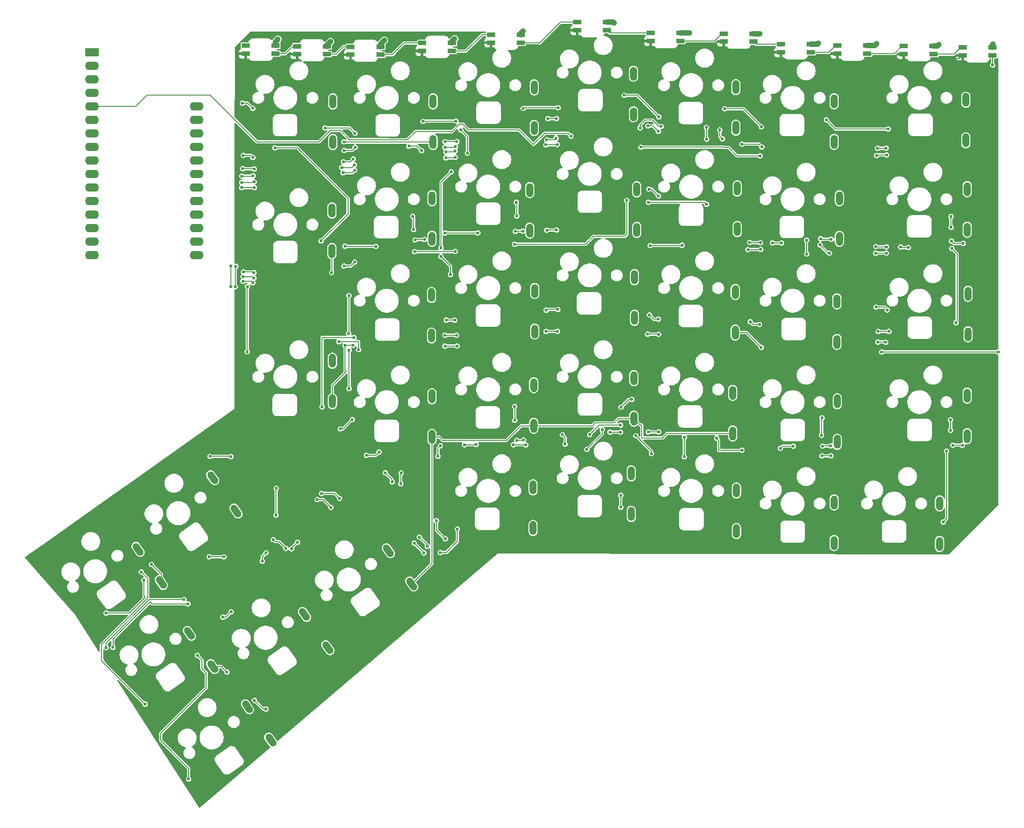
<source format=gbr>
%TF.GenerationSoftware,KiCad,Pcbnew,9.0.1*%
%TF.CreationDate,2025-07-25T20:29:54-04:00*%
%TF.ProjectId,splitboard right,73706c69-7462-46f6-9172-642072696768,rev?*%
%TF.SameCoordinates,Original*%
%TF.FileFunction,Copper,L1,Top*%
%TF.FilePolarity,Positive*%
%FSLAX46Y46*%
G04 Gerber Fmt 4.6, Leading zero omitted, Abs format (unit mm)*
G04 Created by KiCad (PCBNEW 9.0.1) date 2025-07-25 20:29:54*
%MOMM*%
%LPD*%
G01*
G04 APERTURE LIST*
G04 Aperture macros list*
%AMRoundRect*
0 Rectangle with rounded corners*
0 $1 Rounding radius*
0 $2 $3 $4 $5 $6 $7 $8 $9 X,Y pos of 4 corners*
0 Add a 4 corners polygon primitive as box body*
4,1,4,$2,$3,$4,$5,$6,$7,$8,$9,$2,$3,0*
0 Add four circle primitives for the rounded corners*
1,1,$1+$1,$2,$3*
1,1,$1+$1,$4,$5*
1,1,$1+$1,$6,$7*
1,1,$1+$1,$8,$9*
0 Add four rect primitives between the rounded corners*
20,1,$1+$1,$2,$3,$4,$5,0*
20,1,$1+$1,$4,$5,$6,$7,0*
20,1,$1+$1,$6,$7,$8,$9,0*
20,1,$1+$1,$8,$9,$2,$3,0*%
%AMHorizOval*
0 Thick line with rounded ends*
0 $1 width*
0 $2 $3 position (X,Y) of the first rounded end (center of the circle)*
0 $4 $5 position (X,Y) of the second rounded end (center of the circle)*
0 Add line between two ends*
20,1,$1,$2,$3,$4,$5,0*
0 Add two circle primitives to create the rounded ends*
1,1,$1,$2,$3*
1,1,$1,$4,$5*%
G04 Aperture macros list end*
%TA.AperFunction,ComponentPad*%
%ADD10O,1.320800X2.641600*%
%TD*%
%TA.AperFunction,SMDPad,CuDef*%
%ADD11R,1.500000X0.820000*%
%TD*%
%TA.AperFunction,ComponentPad*%
%ADD12HorizOval,1.320800X-0.378790X0.540968X0.378790X-0.540968X0*%
%TD*%
%TA.AperFunction,ComponentPad*%
%ADD13RoundRect,0.250000X-1.050000X-0.550000X1.050000X-0.550000X1.050000X0.550000X-1.050000X0.550000X0*%
%TD*%
%TA.AperFunction,ComponentPad*%
%ADD14O,2.600000X1.600000*%
%TD*%
%TA.AperFunction,ViaPad*%
%ADD15C,0.600000*%
%TD*%
%TA.AperFunction,Conductor*%
%ADD16C,0.200000*%
%TD*%
%TA.AperFunction,Conductor*%
%ADD17C,1.000000*%
%TD*%
G04 APERTURE END LIST*
D10*
%TO.P,D12,1,K*%
%TO.N,ROW2*%
X162810000Y-59000000D03*
%TO.P,D12,2,A*%
%TO.N,Net-(D12-A)*%
X162810000Y-51380000D03*
%TD*%
D11*
%TO.P,L50,1,VDD*%
%TO.N,+5V*%
X70510000Y-26070000D03*
%TO.P,L50,2,DOUT*%
%TO.N,unconnected-(L50-DOUT-Pad2)*%
X70510000Y-24570000D03*
%TO.P,L50,3,VSS*%
%TO.N,GND*%
X76110000Y-24570000D03*
%TO.P,L50,4,DIN*%
%TO.N,Net-(L49-DOUT)*%
X76110000Y-26070000D03*
%TD*%
D10*
%TO.P,D11,1,K*%
%TO.N,ROW2*%
X143955000Y-59160000D03*
%TO.P,D11,2,A*%
%TO.N,Net-(D11-A)*%
X143955000Y-51540000D03*
%TD*%
%TO.P,D29,1,K*%
%TO.N,ROW5*%
X124480000Y-115150000D03*
%TO.P,D29,2,A*%
%TO.N,Net-(D29-A)*%
X124480000Y-107530000D03*
%TD*%
D11*
%TO.P,L39,1,VDD*%
%TO.N,+5V*%
X205110000Y-26390000D03*
%TO.P,L39,2,DOUT*%
%TO.N,Net-(L39-DOUT)*%
X205110000Y-24890000D03*
%TO.P,L39,3,VSS*%
%TO.N,GND*%
X210710000Y-24890000D03*
%TO.P,L39,4,DIN*%
%TO.N,Net-(L38-DOUT)*%
X210710000Y-26390000D03*
%TD*%
D12*
%TO.P,D37,1,K*%
%TO.N,ROW6*%
X64315052Y-141189628D03*
%TO.P,D37,2,A*%
%TO.N,Net-(D37-A)*%
X59944400Y-134947690D03*
%TD*%
%TO.P,D36,1,K*%
%TO.N,ROW6*%
X54665326Y-125390969D03*
%TO.P,D36,2,A*%
%TO.N,Net-(D36-A)*%
X50294674Y-119149031D03*
%TD*%
D10*
%TO.P,D4,1,K*%
%TO.N,ROW1*%
X143320000Y-37440000D03*
%TO.P,D4,2,A*%
%TO.N,Net-(D4-A)*%
X143320000Y-29820000D03*
%TD*%
%TO.P,D5,1,K*%
%TO.N,ROW1*%
X162550000Y-39970000D03*
%TO.P,D5,2,A*%
%TO.N,Net-(D5-A)*%
X162550000Y-32350000D03*
%TD*%
%TO.P,D6,1,K*%
%TO.N,ROW1*%
X181004682Y-42618989D03*
%TO.P,D6,2,A*%
%TO.N,Net-(D6-A)*%
X181004682Y-34998989D03*
%TD*%
D11*
%TO.P,L47,1,VDD*%
%TO.N,+5V*%
X103650000Y-25560250D03*
%TO.P,L47,2,DOUT*%
%TO.N,Net-(L47-DOUT)*%
X103650000Y-24060250D03*
%TO.P,L47,3,VSS*%
%TO.N,GND*%
X109250000Y-24060250D03*
%TO.P,L47,4,DIN*%
%TO.N,Net-(L46-DOUT)*%
X109250000Y-25560250D03*
%TD*%
%TO.P,L48,1,VDD*%
%TO.N,+5V*%
X90204682Y-26260000D03*
%TO.P,L48,2,DOUT*%
%TO.N,Net-(L48-DOUT)*%
X90204682Y-24760000D03*
%TO.P,L48,3,VSS*%
%TO.N,GND*%
X95804682Y-24760000D03*
%TO.P,L48,4,DIN*%
%TO.N,Net-(L47-DOUT)*%
X95804682Y-26260000D03*
%TD*%
%TO.P,L40,1,VDD*%
%TO.N,+5V*%
X194070000Y-26140250D03*
%TO.P,L40,2,DOUT*%
%TO.N,Net-(L40-DOUT)*%
X194070000Y-24640250D03*
%TO.P,L40,3,VSS*%
%TO.N,GND*%
X199670000Y-24640250D03*
%TO.P,L40,4,DIN*%
%TO.N,Net-(L39-DOUT)*%
X199670000Y-26140250D03*
%TD*%
D10*
%TO.P,D1,1,K*%
%TO.N,ROW1*%
X86890000Y-42640000D03*
%TO.P,D1,2,A*%
%TO.N,Net-(D1-A)*%
X86890000Y-35020000D03*
%TD*%
%TO.P,D10,1,K*%
%TO.N,ROW2*%
X123854682Y-59287739D03*
%TO.P,D10,2,A*%
%TO.N,Net-(D10-A)*%
X123854682Y-51667739D03*
%TD*%
D11*
%TO.P,L43,1,VDD*%
%TO.N,+5V*%
X160260000Y-23790250D03*
%TO.P,L43,2,DOUT*%
%TO.N,Net-(L43-DOUT)*%
X160260000Y-22290250D03*
%TO.P,L43,3,VSS*%
%TO.N,GND*%
X165860000Y-22290250D03*
%TO.P,L43,4,DIN*%
%TO.N,Net-(L42-DOUT)*%
X165860000Y-23790250D03*
%TD*%
D10*
%TO.P,D30,1,K*%
%TO.N,ROW5*%
X142904682Y-112506489D03*
%TO.P,D30,2,A*%
%TO.N,Net-(D30-A)*%
X142904682Y-104886489D03*
%TD*%
%TO.P,D15,1,K*%
%TO.N,ROW3*%
X86810000Y-91360000D03*
%TO.P,D15,2,A*%
%TO.N,Net-(D15-A)*%
X86810000Y-83740000D03*
%TD*%
%TO.P,D8,1,K*%
%TO.N,ROW2*%
X86700000Y-63130000D03*
%TO.P,D8,2,A*%
%TO.N,Net-(D8-A)*%
X86700000Y-55510000D03*
%TD*%
%TO.P,D31,1,K*%
%TO.N,ROW5*%
X162670000Y-115740000D03*
%TO.P,D31,2,A*%
%TO.N,Net-(D31-A)*%
X162670000Y-108120000D03*
%TD*%
D11*
%TO.P,L45,1,VDD*%
%TO.N,+5V*%
X132760000Y-21640250D03*
%TO.P,L45,2,DOUT*%
%TO.N,Net-(L45-DOUT)*%
X132760000Y-20140250D03*
%TO.P,L45,3,VSS*%
%TO.N,GND*%
X138360000Y-20140250D03*
%TO.P,L45,4,DIN*%
%TO.N,Net-(L44-DOUT)*%
X138360000Y-21640250D03*
%TD*%
D10*
%TO.P,D14,1,K*%
%TO.N,ROW2*%
X206000000Y-59130000D03*
%TO.P,D14,2,A*%
%TO.N,Net-(D14-A)*%
X206000000Y-51510000D03*
%TD*%
%TO.P,D3,1,K*%
%TO.N,ROW1*%
X124680000Y-40010000D03*
%TO.P,D3,2,A*%
%TO.N,Net-(D3-A)*%
X124680000Y-32390000D03*
%TD*%
%TO.P,D9,1,K*%
%TO.N,ROW2*%
X105500000Y-60830000D03*
%TO.P,D9,2,A*%
%TO.N,Net-(D9-A)*%
X105500000Y-53210000D03*
%TD*%
D12*
%TO.P,D35,1,K*%
%TO.N,ROW5*%
X68685326Y-111960969D03*
%TO.P,D35,2,A*%
%TO.N,Net-(D35-A)*%
X64314674Y-105719031D03*
%TD*%
D10*
%TO.P,D17,1,K*%
%TO.N,ROW3*%
X124790000Y-78250000D03*
%TO.P,D17,2,A*%
%TO.N,Net-(D17-A)*%
X124790000Y-70630000D03*
%TD*%
%TO.P,D2,1,K*%
%TO.N,ROW1*%
X105700000Y-42650000D03*
%TO.P,D2,2,A*%
%TO.N,Net-(D2-A)*%
X105700000Y-35030000D03*
%TD*%
%TO.P,D23,1,K*%
%TO.N,ROW4*%
X105480000Y-98050000D03*
%TO.P,D23,2,A*%
%TO.N,Net-(D23-A)*%
X105480000Y-90430000D03*
%TD*%
D11*
%TO.P,L41,1,VDD*%
%TO.N,+5V*%
X181610000Y-26040000D03*
%TO.P,L41,2,DOUT*%
%TO.N,Net-(L41-DOUT)*%
X181610000Y-24540000D03*
%TO.P,L41,3,VSS*%
%TO.N,GND*%
X187210000Y-24540000D03*
%TO.P,L41,4,DIN*%
%TO.N,Net-(L40-DOUT)*%
X187210000Y-26040000D03*
%TD*%
D10*
%TO.P,D13,1,K*%
%TO.N,ROW2*%
X181990000Y-60830000D03*
%TO.P,D13,2,A*%
%TO.N,Net-(D13-A)*%
X181990000Y-53210000D03*
%TD*%
D11*
%TO.P,L49,1,VDD*%
%TO.N,+5V*%
X80180000Y-26160000D03*
%TO.P,L49,2,DOUT*%
%TO.N,Net-(L49-DOUT)*%
X80180000Y-24660000D03*
%TO.P,L49,3,VSS*%
%TO.N,GND*%
X85780000Y-24660000D03*
%TO.P,L49,4,DIN*%
%TO.N,Net-(L48-DOUT)*%
X85780000Y-26160000D03*
%TD*%
D10*
%TO.P,D25,1,K*%
%TO.N,ROW4*%
X143390000Y-94620000D03*
%TO.P,D25,2,A*%
%TO.N,Net-(D25-A)*%
X143390000Y-87000000D03*
%TD*%
D12*
%TO.P,D22,1,K*%
%TO.N,ROW4*%
X101675326Y-125670969D03*
%TO.P,D22,2,A*%
%TO.N,Net-(D22-A)*%
X97304674Y-119429031D03*
%TD*%
D10*
%TO.P,D33,1,K*%
%TO.N,ROW5*%
X200790000Y-118150000D03*
%TO.P,D33,2,A*%
%TO.N,Net-(D33-A)*%
X200790000Y-110530000D03*
%TD*%
D11*
%TO.P,L46,1,VDD*%
%TO.N,+5V*%
X116600000Y-23980250D03*
%TO.P,L46,2,DOUT*%
%TO.N,Net-(L46-DOUT)*%
X116600000Y-22480250D03*
%TO.P,L46,3,VSS*%
%TO.N,GND*%
X122200000Y-22480250D03*
%TO.P,L46,4,DIN*%
%TO.N,Net-(L45-DOUT)*%
X122200000Y-23980250D03*
%TD*%
%TO.P,L42,1,VDD*%
%TO.N,+5V*%
X170990000Y-25800000D03*
%TO.P,L42,2,DOUT*%
%TO.N,Net-(L42-DOUT)*%
X170990000Y-24300000D03*
%TO.P,L42,3,VSS*%
%TO.N,GND*%
X176590000Y-24300000D03*
%TO.P,L42,4,DIN*%
%TO.N,Net-(L41-DOUT)*%
X176590000Y-25800000D03*
%TD*%
D13*
%TO.P,A1,1,~{RESET}*%
%TO.N,unconnected-(A1-~{RESET}-Pad1)*%
X41610000Y-25820000D03*
D14*
%TO.P,A1,2,3V3*%
%TO.N,unconnected-(A1-3V3-Pad2)*%
X41610000Y-28360000D03*
%TO.P,A1,3,AREF*%
%TO.N,unconnected-(A1-AREF-Pad3)*%
X41610000Y-30900000D03*
%TO.P,A1,4,GND*%
%TO.N,GND*%
X41610000Y-33440000D03*
%TO.P,A1,5,A0*%
%TO.N,RGB*%
X41610000Y-35980000D03*
%TO.P,A1,6,A1*%
%TO.N,ROW1*%
X41610000Y-38520000D03*
%TO.P,A1,7,A2*%
%TO.N,ROW2*%
X41610000Y-41060000D03*
%TO.P,A1,8,A3*%
%TO.N,ROW3*%
X41610000Y-43600000D03*
%TO.P,A1,9,A4*%
%TO.N,ROW4*%
X41610000Y-46140000D03*
%TO.P,A1,10,A5*%
%TO.N,ROW5*%
X41610000Y-48680000D03*
%TO.P,A1,11,SCK*%
%TO.N,unconnected-(A1-SCK-Pad11)*%
X41610000Y-51220000D03*
%TO.P,A1,12,MOSI*%
%TO.N,unconnected-(A1-MOSI-Pad12)*%
X41610000Y-53760000D03*
%TO.P,A1,13,MISO*%
%TO.N,unconnected-(A1-MISO-Pad13)*%
X41610000Y-56300000D03*
%TO.P,A1,14,RX*%
%TO.N,ROW6*%
X41610000Y-58840000D03*
%TO.P,A1,15,TX*%
%TO.N,unconnected-(A1-TX-Pad15)*%
X41610000Y-61380000D03*
%TO.P,A1,16,SPARE*%
%TO.N,unconnected-(A1-SPARE-Pad16)*%
X41610000Y-63920000D03*
%TO.P,A1,17,SDA*%
%TO.N,unconnected-(A1-SDA-Pad17)*%
X61330000Y-63920000D03*
%TO.P,A1,18,SCL*%
%TO.N,unconnected-(A1-SCL-Pad18)*%
X61330000Y-61380000D03*
%TO.P,A1,19,D0*%
%TO.N,COL7*%
X61330000Y-58840000D03*
%TO.P,A1,20,D1*%
%TO.N,COL1*%
X61330000Y-56300000D03*
%TO.P,A1,21,D2*%
%TO.N,COL2*%
X61330000Y-53760000D03*
%TO.P,A1,22,D3*%
%TO.N,COL3*%
X61330000Y-51220000D03*
%TO.P,A1,23,D4*%
%TO.N,COL4*%
X61330000Y-48680000D03*
%TO.P,A1,24,D5*%
%TO.N,COL5*%
X61330000Y-46140000D03*
%TO.P,A1,25,D6*%
%TO.N,COL6*%
X61330000Y-43600000D03*
%TO.P,A1,26,USB*%
%TO.N,+5V*%
X61330000Y-41060000D03*
%TO.P,A1,27,EN*%
%TO.N,unconnected-(A1-EN-Pad27)*%
X61330000Y-38520000D03*
%TO.P,A1,28,VBAT*%
%TO.N,unconnected-(A1-VBAT-Pad28)*%
X61330000Y-35980000D03*
%TD*%
D12*
%TO.P,D38,1,K*%
%TO.N,ROW6*%
X75220652Y-154991938D03*
%TO.P,D38,2,A*%
%TO.N,Net-(D38-A)*%
X70850000Y-148750000D03*
%TD*%
D10*
%TO.P,D7,1,K*%
%TO.N,ROW1*%
X205740000Y-42350000D03*
%TO.P,D7,2,A*%
%TO.N,Net-(D7-A)*%
X205740000Y-34730000D03*
%TD*%
%TO.P,D19,1,K*%
%TO.N,ROW3*%
X162430000Y-78440000D03*
%TO.P,D19,2,A*%
%TO.N,Net-(D19-A)*%
X162430000Y-70820000D03*
%TD*%
%TO.P,D26,1,K*%
%TO.N,ROW4*%
X161954682Y-97387739D03*
%TO.P,D26,2,A*%
%TO.N,Net-(D26-A)*%
X161954682Y-89767739D03*
%TD*%
%TO.P,D32,1,K*%
%TO.N,ROW5*%
X181004682Y-117970000D03*
%TO.P,D32,2,A*%
%TO.N,Net-(D32-A)*%
X181004682Y-110350000D03*
%TD*%
%TO.P,D24,1,K*%
%TO.N,ROW4*%
X124590000Y-95950000D03*
%TO.P,D24,2,A*%
%TO.N,Net-(D24-A)*%
X124590000Y-88330000D03*
%TD*%
D11*
%TO.P,L44,1,VDD*%
%TO.N,+5V*%
X146580000Y-23670000D03*
%TO.P,L44,2,DOUT*%
%TO.N,Net-(L44-DOUT)*%
X146580000Y-22170000D03*
%TO.P,L44,3,VSS*%
%TO.N,GND*%
X152180000Y-22170000D03*
%TO.P,L44,4,DIN*%
%TO.N,Net-(L43-DOUT)*%
X152180000Y-23670000D03*
%TD*%
D12*
%TO.P,D34,1,K*%
%TO.N,ROW5*%
X85935326Y-137640969D03*
%TO.P,D34,2,A*%
%TO.N,Net-(D34-A)*%
X81564674Y-131399031D03*
%TD*%
D10*
%TO.P,D18,1,K*%
%TO.N,ROW3*%
X143530000Y-75670000D03*
%TO.P,D18,2,A*%
%TO.N,Net-(D18-A)*%
X143530000Y-68050000D03*
%TD*%
%TO.P,D27,1,K*%
%TO.N,ROW4*%
X181580000Y-98980000D03*
%TO.P,D27,2,A*%
%TO.N,Net-(D27-A)*%
X181580000Y-91360000D03*
%TD*%
%TO.P,D16,1,K*%
%TO.N,ROW3*%
X105400000Y-79010000D03*
%TO.P,D16,2,A*%
%TO.N,Net-(D16-A)*%
X105400000Y-71390000D03*
%TD*%
%TO.P,D20,1,K*%
%TO.N,ROW3*%
X181540000Y-80210000D03*
%TO.P,D20,2,A*%
%TO.N,Net-(D20-A)*%
X181540000Y-72590000D03*
%TD*%
%TO.P,D28,1,K*%
%TO.N,ROW4*%
X205970000Y-97910000D03*
%TO.P,D28,2,A*%
%TO.N,Net-(D28-A)*%
X205970000Y-90290000D03*
%TD*%
%TO.P,D21,1,K*%
%TO.N,ROW3*%
X206140000Y-78760000D03*
%TO.P,D21,2,A*%
%TO.N,Net-(D21-A)*%
X206140000Y-71140000D03*
%TD*%
D15*
%TO.N,COL5*%
X90710000Y-45830000D03*
X129010000Y-43130000D03*
X126860000Y-43170000D03*
X69960000Y-47650000D03*
X88880000Y-46380000D03*
X108130000Y-44540000D03*
X72120000Y-47720000D03*
X109810000Y-44350000D03*
%TO.N,COL6*%
X78070000Y-118990000D03*
X103540000Y-44280000D03*
X127030000Y-42250000D03*
X107940000Y-43670000D03*
X75690000Y-117350000D03*
X159530000Y-40390000D03*
X160030000Y-42040000D03*
X101140000Y-43430000D03*
X70050000Y-45160000D03*
X89010000Y-44240000D03*
X76220000Y-112740000D03*
X71870000Y-45550000D03*
X128780000Y-41970000D03*
X144580000Y-40010000D03*
X148540000Y-39720000D03*
X68550000Y-69820000D03*
X68700000Y-66030000D03*
X91080000Y-43660000D03*
X76250000Y-107690000D03*
X109920000Y-43520000D03*
%TO.N,ROW2*%
X152450000Y-62040000D03*
X205240000Y-61710000D03*
X180450000Y-60930000D03*
X86650000Y-67180000D03*
X165130000Y-61500000D03*
X178460000Y-60820000D03*
X70070000Y-67050000D03*
X102330000Y-61060000D03*
X167170000Y-61550000D03*
X127050000Y-59210000D03*
X122550000Y-59390000D03*
X72080000Y-67200000D03*
X107940000Y-59730000D03*
X89150000Y-62220000D03*
X188840000Y-62270000D03*
X94960000Y-62250000D03*
X194960000Y-62479000D03*
X203040000Y-61270000D03*
X169430000Y-61610000D03*
X121110000Y-59440000D03*
X104100000Y-60960000D03*
X128880000Y-59180000D03*
X190820000Y-62340000D03*
X193480000Y-62360000D03*
X114090000Y-59730000D03*
X146469682Y-62080000D03*
X171120000Y-61630000D03*
%TO.N,ROW1*%
X167450000Y-43620000D03*
X69880000Y-35360000D03*
X71850000Y-36330000D03*
X110170000Y-42570000D03*
X146030000Y-39640000D03*
X88940000Y-42610000D03*
X148000000Y-40640000D03*
X163680000Y-43050000D03*
X190780000Y-43810000D03*
X107940000Y-42600000D03*
X189160000Y-43830000D03*
X128870000Y-38250000D03*
X127260000Y-38250000D03*
%TO.N,ROW3*%
X90710000Y-80820000D03*
X72060000Y-68220000D03*
X189230000Y-80220000D03*
X89180000Y-80860000D03*
X129030000Y-78220000D03*
X107900000Y-78950000D03*
X145980000Y-78730000D03*
X110110000Y-78940000D03*
X190690000Y-80270000D03*
X70040000Y-67950000D03*
X148050000Y-78770000D03*
X126920000Y-78240000D03*
X167330000Y-81230000D03*
%TO.N,COL2*%
X69750000Y-51210000D03*
X95560000Y-100901000D03*
X59670000Y-129410000D03*
X89920000Y-81760000D03*
X89860000Y-78630000D03*
X45570000Y-137570000D03*
X73620735Y-121380735D03*
X93190000Y-101500000D03*
X72130000Y-51210000D03*
X89900000Y-71510000D03*
X89919682Y-88968989D03*
X74320000Y-119820000D03*
%TO.N,RGB*%
X144710000Y-43620000D03*
X188960000Y-45200000D03*
X131610000Y-41540000D03*
X167110000Y-45250000D03*
X190880000Y-45080000D03*
%TO.N,ROW5*%
X83940000Y-109810000D03*
X102150000Y-117980000D03*
X86510000Y-111290000D03*
X103980000Y-119830000D03*
%TO.N,ROW6*%
X74330000Y-149170000D03*
X66990000Y-142210000D03*
X72150000Y-147530000D03*
X52810000Y-122000000D03*
%TO.N,GND*%
X109760000Y-23260000D03*
X175880000Y-63690000D03*
X146220000Y-51500000D03*
X137460000Y-96680000D03*
X121020000Y-92320000D03*
X140960000Y-109020000D03*
X110880000Y-40360000D03*
X152890000Y-98140000D03*
X102040000Y-59100000D03*
X110200000Y-80960000D03*
X121330000Y-53950000D03*
X178040000Y-24110000D03*
X202950000Y-56620000D03*
X202970000Y-58680000D03*
X134570000Y-100380000D03*
X121040000Y-94900000D03*
X110260000Y-115360000D03*
X140930000Y-111260000D03*
X121420000Y-56550000D03*
X200660000Y-24370000D03*
X107050000Y-119770000D03*
X178730000Y-94480000D03*
X167070000Y-22310000D03*
X210820000Y-24280000D03*
X112140000Y-44750000D03*
X143020000Y-91000000D03*
X140980000Y-92480000D03*
X157020000Y-39890000D03*
X122560000Y-21860000D03*
X101890000Y-56590000D03*
X107910000Y-80990000D03*
X178640000Y-97730000D03*
X148020000Y-52780000D03*
X188880000Y-73670000D03*
X202860000Y-96810000D03*
X152870000Y-101780000D03*
X202850000Y-94830000D03*
X139670000Y-20310000D03*
X188950000Y-24220000D03*
X190990000Y-74200000D03*
X86440000Y-23770000D03*
X175840000Y-61110000D03*
X153810000Y-22160000D03*
X76560000Y-23360000D03*
X96560000Y-23510000D03*
X157070000Y-42110000D03*
%TO.N,COL7*%
X211790000Y-82070000D03*
X67750000Y-69790000D03*
X103130000Y-116860000D03*
X63820000Y-101700000D03*
X67750000Y-101750000D03*
X67730000Y-65930000D03*
X189932182Y-82100000D03*
X88140000Y-109590000D03*
X104600000Y-118610000D03*
X84750000Y-108670000D03*
%TO.N,COL4*%
X108090000Y-45610000D03*
X129980000Y-97630000D03*
X130500000Y-99400000D03*
X71900000Y-49000000D03*
X88520000Y-47440000D03*
X90920000Y-46940000D03*
X69790000Y-49050000D03*
X109870000Y-45520000D03*
%TO.N,ROW4*%
X88010000Y-80190000D03*
X205100000Y-99610000D03*
X203290000Y-99600000D03*
X180350000Y-99720000D03*
X173330000Y-99770000D03*
X91710000Y-81640000D03*
X71850000Y-69070000D03*
X170910000Y-100190000D03*
X178840000Y-99760000D03*
X70010000Y-68800000D03*
%TO.N,COL1*%
X70790000Y-82060000D03*
X44280000Y-137620000D03*
X70850000Y-69810000D03*
X58960000Y-128610000D03*
%TO.N,COL3*%
X106610000Y-101670000D03*
X107200000Y-62540000D03*
X143780000Y-97803550D03*
X66220000Y-131900000D03*
X99630000Y-106860000D03*
X107060000Y-99720000D03*
X79130000Y-119080000D03*
X107200000Y-64190000D03*
X113780000Y-99470000D03*
X108969682Y-67537739D03*
X121400000Y-98730000D03*
X109100000Y-48250000D03*
X140920000Y-95820000D03*
X80240000Y-117840000D03*
X122680000Y-98640000D03*
X69770000Y-50250000D03*
X67800000Y-130890000D03*
X99690000Y-104820000D03*
X88770000Y-48420000D03*
X90970000Y-47950000D03*
X135080000Y-97620000D03*
X111590000Y-99510000D03*
X72100000Y-50130000D03*
X146690000Y-101200000D03*
%TO.N,Net-(L1-DOUT)*%
X179550000Y-38470000D03*
X191160000Y-40210000D03*
%TO.N,+5V*%
X193940000Y-37300000D03*
X88700000Y-129280000D03*
X194060000Y-56400000D03*
X112980000Y-53980000D03*
X93870000Y-37280000D03*
X69370000Y-41060000D03*
X73210000Y-140800000D03*
X93100000Y-95491000D03*
X189240000Y-113520000D03*
X73620000Y-91050000D03*
X193300000Y-94650000D03*
X169450000Y-56610000D03*
X149850000Y-55060000D03*
X131120000Y-51870000D03*
X112220000Y-34970000D03*
X169770000Y-114240000D03*
X112120000Y-110930000D03*
X74090000Y-61030000D03*
X74530000Y-37210000D03*
X93410000Y-56580000D03*
X112830000Y-72600000D03*
X150440000Y-110840000D03*
X149990000Y-74390000D03*
X63390000Y-159140000D03*
X52710000Y-143710000D03*
X56650000Y-117010000D03*
X169770000Y-94910000D03*
X131660000Y-70700000D03*
X131700000Y-32500000D03*
X169480000Y-37000000D03*
X93710000Y-75690000D03*
X192930000Y-75510000D03*
X41300000Y-128290000D03*
X112020000Y-92200000D03*
X150260000Y-34900000D03*
X150120000Y-91980000D03*
X131430000Y-108730000D03*
X169850000Y-75430000D03*
X131880000Y-89000000D03*
%TO.N,Net-(L2-DOUT)*%
X160450000Y-36410000D03*
X167360000Y-39800000D03*
%TO.N,Net-(L3-DOUT)*%
X148080000Y-37920000D03*
X141590000Y-33880000D03*
%TO.N,Net-(L4-DOUT)*%
X129190000Y-36200000D03*
X122620000Y-36340000D03*
%TO.N,Net-(L5-DOUT)*%
X110010000Y-38710000D03*
X103810000Y-38790000D03*
%TO.N,Net-(L6-DOUT)*%
X85410000Y-40010000D03*
X91050000Y-41020000D03*
%TO.N,Net-(L7-DOUT)*%
X84670000Y-61230000D03*
X76000000Y-43740000D03*
%TO.N,Net-(L8-DOUT)*%
X90970000Y-65200000D03*
X88980000Y-65950000D03*
%TO.N,Net-(L10-DIN)*%
X102230000Y-63250000D03*
X109860000Y-63210000D03*
%TO.N,Net-(L10-DOUT)*%
X121000000Y-61860000D03*
X142080000Y-53610000D03*
%TO.N,Net-(L11-DOUT)*%
X146120000Y-53980000D03*
X157060000Y-54340000D03*
%TO.N,Net-(L12-DOUT)*%
X167230000Y-62820000D03*
X164800000Y-62860000D03*
%TO.N,Net-(L13-DOUT)*%
X178370000Y-61980000D03*
X180140000Y-63520000D03*
X190810000Y-63520000D03*
X188810000Y-63540000D03*
%TO.N,Net-(L14-DOUT)*%
X203120000Y-62640000D03*
X203890000Y-76590000D03*
%TO.N,Net-(L15-DOUT)*%
X191320000Y-78240000D03*
X189260000Y-78230000D03*
%TO.N,Net-(L16-DOUT)*%
X167000000Y-76910000D03*
X165230000Y-76390000D03*
%TO.N,Net-(L17-DOUT)*%
X146320000Y-75120000D03*
X147990000Y-75930000D03*
%TO.N,Net-(L18-DOUT)*%
X126940000Y-74230000D03*
X129140000Y-74100000D03*
%TO.N,Net-(L19-DOUT)*%
X109770000Y-76120000D03*
X108180000Y-76090000D03*
%TO.N,Net-(L20-DOUT)*%
X90830000Y-79370000D03*
X84860000Y-92410000D03*
%TO.N,Net-(L21-DOUT)*%
X88280000Y-96530000D03*
X90540000Y-94760000D03*
%TO.N,Net-(L23-DOUT)*%
X120770000Y-99510000D03*
X123110000Y-99550000D03*
%TO.N,Net-(L24-DOUT)*%
X146120000Y-97100000D03*
X140920000Y-97140000D03*
X148070000Y-97100000D03*
X138930000Y-97160000D03*
%TO.N,Net-(L25-DOUT)*%
X158950000Y-98280000D03*
X163700000Y-100550000D03*
%TO.N,Net-(L26-DOUT)*%
X178720000Y-101600000D03*
X180410000Y-101590000D03*
%TO.N,Net-(L27-DOUT)*%
X202120000Y-100690000D03*
X201490000Y-114030000D03*
%TO.N,Net-(L35-DOUT)*%
X59810000Y-162320000D03*
X61420000Y-139080000D03*
%TO.N,Net-(L36-DOUT)*%
X50910000Y-123400000D03*
X51640000Y-148230000D03*
%TO.N,Net-(L37-DOUT)*%
X51400000Y-124970000D03*
X44300000Y-131140000D03*
%TO.N,Net-(L38-DOUT)*%
X66430000Y-120580000D03*
X63670000Y-120550000D03*
X96720000Y-104790000D03*
X98020000Y-106490000D03*
X210760000Y-28190000D03*
X108010000Y-117180000D03*
X106350000Y-113780000D03*
%TD*%
D16*
%TO.N,COL5*%
X108130000Y-44540000D02*
X109620000Y-44540000D01*
X128970000Y-43170000D02*
X129010000Y-43130000D01*
X88880000Y-46380000D02*
X90160000Y-46380000D01*
X69960000Y-47650000D02*
X72050000Y-47650000D01*
X126860000Y-43170000D02*
X128970000Y-43170000D01*
X72050000Y-47650000D02*
X72120000Y-47720000D01*
X90160000Y-46380000D02*
X90710000Y-45830000D01*
X109620000Y-44540000D02*
X109810000Y-44350000D01*
%TO.N,COL6*%
X144580000Y-39470000D02*
X145530000Y-38520000D01*
X159530000Y-41540000D02*
X160030000Y-42040000D01*
X145530000Y-38520000D02*
X146890000Y-38520000D01*
X70050000Y-45160000D02*
X71480000Y-45160000D01*
X147790000Y-39420000D02*
X148090000Y-39720000D01*
X71480000Y-45160000D02*
X71870000Y-45550000D01*
X128500000Y-42250000D02*
X128780000Y-41970000D01*
X127030000Y-42250000D02*
X128500000Y-42250000D01*
X76220000Y-107720000D02*
X76250000Y-107690000D01*
X102690000Y-43430000D02*
X103540000Y-44280000D01*
X90500000Y-44240000D02*
X91080000Y-43660000D01*
X76790000Y-117710000D02*
X78070000Y-118990000D01*
X159530000Y-40390000D02*
X159530000Y-41540000D01*
X148090000Y-39720000D02*
X148540000Y-39720000D01*
X76220000Y-112740000D02*
X76220000Y-107720000D01*
X76050000Y-117710000D02*
X76790000Y-117710000D01*
X75690000Y-117350000D02*
X76050000Y-117710000D01*
X144580000Y-40010000D02*
X144580000Y-39470000D01*
X101140000Y-43430000D02*
X102690000Y-43430000D01*
X109770000Y-43670000D02*
X109920000Y-43520000D01*
X146890000Y-38520000D02*
X147790000Y-39420000D01*
X89010000Y-44240000D02*
X90500000Y-44240000D01*
X68550000Y-69820000D02*
X68550000Y-66180000D01*
X107940000Y-43670000D02*
X109770000Y-43670000D01*
X68550000Y-66180000D02*
X68700000Y-66030000D01*
%TO.N,ROW2*%
X152410000Y-62080000D02*
X146469682Y-62080000D01*
X122550000Y-59390000D02*
X121160000Y-59390000D01*
X89180000Y-62250000D02*
X89150000Y-62220000D01*
X190820000Y-62340000D02*
X188910000Y-62340000D01*
X178570000Y-60930000D02*
X178460000Y-60820000D01*
X169450000Y-61630000D02*
X169430000Y-61610000D01*
X128880000Y-59180000D02*
X127080000Y-59180000D01*
X121160000Y-59390000D02*
X121110000Y-59440000D01*
X180450000Y-60930000D02*
X178570000Y-60930000D01*
X203480000Y-61710000D02*
X203040000Y-61270000D01*
X205240000Y-61710000D02*
X203480000Y-61710000D01*
X102430000Y-60960000D02*
X102330000Y-61060000D01*
X86700000Y-67130000D02*
X86700000Y-63130000D01*
X194960000Y-62479000D02*
X193599000Y-62479000D01*
X71930000Y-67050000D02*
X72080000Y-67200000D01*
X86650000Y-67180000D02*
X86700000Y-67130000D01*
X114090000Y-59730000D02*
X107940000Y-59730000D01*
X94960000Y-62250000D02*
X89180000Y-62250000D01*
X167170000Y-61550000D02*
X165180000Y-61550000D01*
X70070000Y-67050000D02*
X71930000Y-67050000D01*
X127080000Y-59180000D02*
X127050000Y-59210000D01*
X171120000Y-61630000D02*
X169450000Y-61630000D01*
X165180000Y-61550000D02*
X165130000Y-61500000D01*
X188910000Y-62340000D02*
X188840000Y-62270000D01*
X152450000Y-62040000D02*
X152410000Y-62080000D01*
X104100000Y-60960000D02*
X102430000Y-60960000D01*
X193599000Y-62479000D02*
X193480000Y-62360000D01*
%TO.N,ROW1*%
X107940000Y-42600000D02*
X110140000Y-42600000D01*
X166880000Y-43050000D02*
X167450000Y-43620000D01*
X70880000Y-35360000D02*
X71850000Y-36330000D01*
X189160000Y-43830000D02*
X190760000Y-43830000D01*
X163680000Y-43050000D02*
X166880000Y-43050000D01*
X88940000Y-42610000D02*
X88980000Y-42650000D01*
X127260000Y-38250000D02*
X128870000Y-38250000D01*
X110140000Y-42600000D02*
X110170000Y-42570000D01*
X69880000Y-35360000D02*
X70880000Y-35360000D01*
X146030000Y-39640000D02*
X147000000Y-39640000D01*
X190760000Y-43830000D02*
X190780000Y-43810000D01*
X88980000Y-42650000D02*
X105700000Y-42650000D01*
X147000000Y-39640000D02*
X148000000Y-40640000D01*
%TO.N,ROW3*%
X107900000Y-78950000D02*
X110100000Y-78950000D01*
X189230000Y-80220000D02*
X190640000Y-80220000D01*
X148010000Y-78730000D02*
X148050000Y-78770000D01*
X89180000Y-85550000D02*
X89180000Y-80860000D01*
X89180000Y-80860000D02*
X90670000Y-80860000D01*
X164540000Y-78440000D02*
X167330000Y-81230000D01*
X126920000Y-78240000D02*
X129010000Y-78240000D01*
X110100000Y-78950000D02*
X110110000Y-78940000D01*
X89390000Y-85760000D02*
X89180000Y-85550000D01*
X190640000Y-80220000D02*
X190690000Y-80270000D01*
X162430000Y-78440000D02*
X164540000Y-78440000D01*
X70040000Y-67950000D02*
X71790000Y-67950000D01*
X86810000Y-88340000D02*
X89390000Y-85760000D01*
X86810000Y-91360000D02*
X86810000Y-88340000D01*
X71790000Y-67950000D02*
X72060000Y-68220000D01*
X90670000Y-80860000D02*
X90710000Y-80820000D01*
X129010000Y-78240000D02*
X129030000Y-78220000D01*
X145980000Y-78730000D02*
X148010000Y-78730000D01*
%TO.N,COL2*%
X69750000Y-51210000D02*
X72130000Y-51210000D01*
X89900000Y-71510000D02*
X89900000Y-78590000D01*
X89900000Y-78590000D02*
X89860000Y-78630000D01*
X73620735Y-120519265D02*
X74320000Y-119820000D01*
X45570000Y-137570000D02*
X45620000Y-137520000D01*
X89920000Y-88968671D02*
X89919682Y-88968989D01*
X52603200Y-129011000D02*
X53002200Y-129410000D01*
X89920000Y-81760000D02*
X89920000Y-88968671D01*
X46402100Y-135212100D02*
X52603200Y-129011000D01*
X45620000Y-135994200D02*
X46402100Y-135212100D01*
X53002200Y-129410000D02*
X59670000Y-129410000D01*
X94961000Y-101500000D02*
X95560000Y-100901000D01*
X93190000Y-101500000D02*
X94961000Y-101500000D01*
X73620735Y-121380735D02*
X73620735Y-120519265D01*
X45620000Y-137520000D02*
X45620000Y-135994200D01*
%TO.N,RGB*%
X124570000Y-43100000D02*
X124570000Y-43120000D01*
X86420000Y-40460000D02*
X84250000Y-42630000D01*
X109200000Y-40770000D02*
X109130000Y-40700000D01*
X110670000Y-39300000D02*
X109200000Y-40770000D01*
X189080000Y-45080000D02*
X188960000Y-45200000D01*
X97442000Y-42220000D02*
X90020000Y-42220000D01*
X63870000Y-33870000D02*
X51980000Y-33870000D01*
X112380000Y-40400000D02*
X111350000Y-39370000D01*
X51980000Y-33870000D02*
X49870000Y-35980000D01*
X90020000Y-42220000D02*
X88260000Y-40460000D01*
X109130000Y-40700000D02*
X102400000Y-40700000D01*
X84250000Y-42630000D02*
X72630000Y-42630000D01*
X102400000Y-40700000D02*
X100851000Y-42249000D01*
X167110000Y-45250000D02*
X167100000Y-45240000D01*
X126640000Y-41030000D02*
X124570000Y-43100000D01*
X111350000Y-39370000D02*
X111350000Y-39300000D01*
X160420000Y-43620000D02*
X144710000Y-43620000D01*
X72630000Y-42630000D02*
X63870000Y-33870000D01*
X160470000Y-43670000D02*
X160420000Y-43620000D01*
X167100000Y-45240000D02*
X162740000Y-45240000D01*
X111350000Y-39300000D02*
X110670000Y-39300000D01*
X49870000Y-35980000D02*
X41310000Y-35980000D01*
X131610000Y-41540000D02*
X131100000Y-41030000D01*
X121850000Y-40400000D02*
X112380000Y-40400000D01*
X190880000Y-45080000D02*
X189080000Y-45080000D01*
X97471000Y-42249000D02*
X97442000Y-42220000D01*
X124570000Y-43120000D02*
X121850000Y-40400000D01*
X88260000Y-40460000D02*
X86420000Y-40460000D01*
X100851000Y-42249000D02*
X97471000Y-42249000D01*
X161170000Y-43670000D02*
X160470000Y-43670000D01*
X162740000Y-45240000D02*
X161170000Y-43670000D01*
X131100000Y-41030000D02*
X126640000Y-41030000D01*
%TO.N,ROW5*%
X103980000Y-119810000D02*
X103980000Y-119830000D01*
X83940000Y-109810000D02*
X85030000Y-109810000D01*
X85030000Y-109810000D02*
X86510000Y-111290000D01*
X102150000Y-117980000D02*
X103980000Y-119810000D01*
%TO.N,ROW6*%
X65969628Y-141189628D02*
X64315052Y-141189628D01*
X73790000Y-149170000D02*
X72150000Y-147530000D01*
X52810000Y-122000000D02*
X54665326Y-123855326D01*
X54665326Y-123855326D02*
X54665326Y-125390969D01*
X74330000Y-149170000D02*
X73790000Y-149170000D01*
X66990000Y-142210000D02*
X65969628Y-141189628D01*
%TO.N,GND*%
X202860000Y-96810000D02*
X202860000Y-94840000D01*
D17*
X95804682Y-24265318D02*
X96560000Y-23510000D01*
D16*
X140930000Y-109050000D02*
X140960000Y-109020000D01*
X137460000Y-97490000D02*
X134570000Y-100380000D01*
D17*
X95804682Y-24760000D02*
X95804682Y-24265318D01*
X165860000Y-22290250D02*
X167050250Y-22290250D01*
X210710000Y-24390000D02*
X210820000Y-24280000D01*
D16*
X121420000Y-54040000D02*
X121330000Y-53950000D01*
X112140000Y-41620000D02*
X110880000Y-40360000D01*
X107910000Y-80990000D02*
X110170000Y-80990000D01*
X121040000Y-92340000D02*
X121020000Y-92320000D01*
X175870000Y-61140000D02*
X175840000Y-61110000D01*
X142460000Y-91000000D02*
X143020000Y-91000000D01*
X190460000Y-73670000D02*
X190990000Y-74200000D01*
D17*
X199670000Y-24640250D02*
X200389750Y-24640250D01*
X139500250Y-20140250D02*
X139670000Y-20310000D01*
D16*
X121040000Y-94900000D02*
X121040000Y-92340000D01*
D17*
X200389750Y-24640250D02*
X200660000Y-24370000D01*
D16*
X140980000Y-92480000D02*
X142460000Y-91000000D01*
D17*
X76110000Y-23810000D02*
X76560000Y-23360000D01*
X187210000Y-24540000D02*
X188630000Y-24540000D01*
X210710000Y-24890000D02*
X210710000Y-24390000D01*
D16*
X110240000Y-115380000D02*
X110260000Y-115360000D01*
X202860000Y-94840000D02*
X202850000Y-94830000D01*
D17*
X122200000Y-22480250D02*
X122200000Y-22220000D01*
D16*
X112140000Y-44750000D02*
X112140000Y-41620000D01*
X175900000Y-61140000D02*
X175870000Y-61140000D01*
D17*
X109250000Y-24060250D02*
X109250000Y-23770000D01*
X85780000Y-24660000D02*
X85780000Y-24430000D01*
X85780000Y-24430000D02*
X86440000Y-23770000D01*
D16*
X202930000Y-58680000D02*
X202970000Y-58680000D01*
X202930000Y-56640000D02*
X202950000Y-56620000D01*
X137460000Y-96680000D02*
X137460000Y-97490000D01*
X146220000Y-51500000D02*
X146740000Y-51500000D01*
X110170000Y-80990000D02*
X110200000Y-80960000D01*
X102040000Y-59100000D02*
X102040000Y-56740000D01*
X108170000Y-119770000D02*
X110240000Y-117700000D01*
D17*
X76110000Y-24570000D02*
X76110000Y-23810000D01*
D16*
X175840000Y-63650000D02*
X175880000Y-63690000D01*
X152870000Y-98160000D02*
X152890000Y-98140000D01*
D17*
X176590000Y-24300000D02*
X177850000Y-24300000D01*
X138360000Y-20140250D02*
X139500250Y-20140250D01*
D16*
X152870000Y-101780000D02*
X152870000Y-98160000D01*
D17*
X122200000Y-22220000D02*
X122560000Y-21860000D01*
X177850000Y-24300000D02*
X178040000Y-24110000D01*
D16*
X202930000Y-58680000D02*
X202930000Y-56640000D01*
X178640000Y-94570000D02*
X178730000Y-94480000D01*
X110240000Y-117700000D02*
X110240000Y-115380000D01*
D17*
X153800000Y-22170000D02*
X153810000Y-22160000D01*
D16*
X102040000Y-56740000D02*
X101890000Y-56590000D01*
D17*
X167050250Y-22290250D02*
X167070000Y-22310000D01*
X109250000Y-23770000D02*
X109760000Y-23260000D01*
D16*
X121420000Y-56550000D02*
X121420000Y-54040000D01*
X188880000Y-73670000D02*
X190460000Y-73670000D01*
X146740000Y-51500000D02*
X148020000Y-52780000D01*
X140930000Y-111260000D02*
X140930000Y-109050000D01*
X175840000Y-61110000D02*
X175840000Y-63650000D01*
D17*
X152180000Y-22170000D02*
X153800000Y-22170000D01*
D16*
X107050000Y-119770000D02*
X108170000Y-119770000D01*
X178640000Y-97730000D02*
X178640000Y-94570000D01*
X157020000Y-39890000D02*
X157020000Y-42060000D01*
D17*
X188630000Y-24540000D02*
X188950000Y-24220000D01*
D16*
X157020000Y-42060000D02*
X157070000Y-42110000D01*
%TO.N,COL7*%
X67730000Y-65930000D02*
X67730000Y-69770000D01*
X103130000Y-116860000D02*
X103140000Y-116860000D01*
X67700000Y-101700000D02*
X67750000Y-101750000D01*
X67730000Y-69770000D02*
X67750000Y-69790000D01*
X189962182Y-82070000D02*
X189932182Y-82100000D01*
X63820000Y-101700000D02*
X67700000Y-101700000D01*
X103140000Y-116860000D02*
X104600000Y-118320000D01*
X84750000Y-108670000D02*
X87220000Y-108670000D01*
X87220000Y-108670000D02*
X88140000Y-109590000D01*
X104600000Y-118320000D02*
X104600000Y-118610000D01*
X211790000Y-82070000D02*
X189962182Y-82070000D01*
%TO.N,COL4*%
X88520000Y-47440000D02*
X90420000Y-47440000D01*
X108090000Y-45610000D02*
X109780000Y-45610000D01*
X130500000Y-99400000D02*
X130500000Y-98150000D01*
X69790000Y-49050000D02*
X71850000Y-49050000D01*
X109780000Y-45610000D02*
X109870000Y-45520000D01*
X90420000Y-47440000D02*
X90920000Y-46940000D01*
X71850000Y-49050000D02*
X71900000Y-49000000D01*
X130500000Y-98150000D02*
X129980000Y-97630000D01*
%TO.N,ROW4*%
X105480000Y-98050000D02*
X105480000Y-121866295D01*
X161954682Y-97387739D02*
X149592261Y-97387739D01*
X143390000Y-94620000D02*
X140529000Y-94620000D01*
X88080000Y-80120000D02*
X91690000Y-80120000D01*
X119420000Y-98710000D02*
X107470000Y-98710000D01*
X144930000Y-98260000D02*
X144880000Y-98210000D01*
X88010000Y-80190000D02*
X88080000Y-80120000D01*
X106810000Y-98050000D02*
X105480000Y-98050000D01*
X144940000Y-98250000D02*
X144930000Y-98260000D01*
X149592261Y-97387739D02*
X148730000Y-98250000D01*
X144590000Y-95820000D02*
X143390000Y-94620000D01*
X107470000Y-98710000D02*
X106810000Y-98050000D01*
X124590000Y-95950000D02*
X122180000Y-95950000D01*
X205100000Y-99610000D02*
X203300000Y-99610000D01*
X148730000Y-98250000D02*
X144940000Y-98250000D01*
X140529000Y-94620000D02*
X139730000Y-95419000D01*
X91690000Y-80120000D02*
X91690000Y-81620000D01*
X171330000Y-99770000D02*
X170910000Y-100190000D01*
X71580000Y-68800000D02*
X71850000Y-69070000D01*
X91690000Y-81620000D02*
X91710000Y-81640000D01*
X135610000Y-95950000D02*
X124590000Y-95950000D01*
X144880000Y-95820000D02*
X144590000Y-95820000D01*
X70010000Y-68800000D02*
X71580000Y-68800000D01*
X144880000Y-98210000D02*
X144880000Y-95820000D01*
X203300000Y-99610000D02*
X203290000Y-99600000D01*
X122180000Y-95950000D02*
X119420000Y-98710000D01*
X136141000Y-95419000D02*
X135610000Y-95950000D01*
X180350000Y-99720000D02*
X178880000Y-99720000D01*
X178880000Y-99720000D02*
X178840000Y-99760000D01*
X173330000Y-99770000D02*
X171330000Y-99770000D01*
X139730000Y-95419000D02*
X136141000Y-95419000D01*
X105480000Y-121866295D02*
X101675326Y-125670969D01*
%TO.N,COL1*%
X45103550Y-135943550D02*
X52437100Y-128610000D01*
X52437100Y-128610000D02*
X55780000Y-128610000D01*
X70790000Y-82060000D02*
X70790000Y-69870000D01*
X44280000Y-137620000D02*
X44280000Y-136767100D01*
X55780000Y-128610000D02*
X58960000Y-128610000D01*
X70790000Y-69870000D02*
X70850000Y-69810000D01*
X44280000Y-136767100D02*
X45103550Y-135943550D01*
%TO.N,COL3*%
X107190000Y-50160000D02*
X107190000Y-59990000D01*
X71980000Y-50250000D02*
X72100000Y-50130000D01*
X108969682Y-65959682D02*
X108969682Y-67537739D01*
X111590000Y-99510000D02*
X113740000Y-99510000D01*
X143780000Y-97803550D02*
X146690000Y-100713550D01*
X122590000Y-98730000D02*
X122680000Y-98640000D01*
X79130000Y-118950000D02*
X80240000Y-117840000D01*
X106610000Y-100170000D02*
X107060000Y-99720000D01*
X113740000Y-99510000D02*
X113780000Y-99470000D01*
X88770000Y-48420000D02*
X90500000Y-48420000D01*
X99630000Y-106860000D02*
X99630000Y-104880000D01*
X106610000Y-101670000D02*
X106610000Y-100170000D01*
X107190000Y-62530000D02*
X107200000Y-62540000D01*
X79130000Y-119080000D02*
X79130000Y-118950000D01*
X135080000Y-97620000D02*
X136880000Y-95820000D01*
X99630000Y-104880000D02*
X99690000Y-104820000D01*
X69770000Y-50250000D02*
X71980000Y-50250000D01*
X66220000Y-131900000D02*
X66790000Y-131900000D01*
X121400000Y-98730000D02*
X122590000Y-98730000D01*
X146690000Y-100713550D02*
X146690000Y-101200000D01*
X107190000Y-59990000D02*
X107190000Y-62530000D01*
X136880000Y-95820000D02*
X140920000Y-95820000D01*
X66790000Y-131900000D02*
X67800000Y-130890000D01*
X107200000Y-64190000D02*
X108969682Y-65959682D01*
X90500000Y-48420000D02*
X90970000Y-47950000D01*
X109100000Y-48250000D02*
X107190000Y-50160000D01*
%TO.N,Net-(L1-DOUT)*%
X181290000Y-40210000D02*
X179550000Y-38470000D01*
X191160000Y-40210000D02*
X181290000Y-40210000D01*
%TO.N,+5V*%
X204491210Y-27008790D02*
X199271000Y-27008790D01*
X194911000Y-27591250D02*
X194070000Y-26750250D01*
X194070000Y-26750250D02*
X194070000Y-26140250D01*
X199271000Y-27008790D02*
X198688540Y-27591250D01*
X198688540Y-27591250D02*
X194911000Y-27591250D01*
X205110000Y-26390000D02*
X204491210Y-27008790D01*
%TO.N,Net-(L2-DOUT)*%
X167360000Y-39800000D02*
X163970000Y-36410000D01*
X163970000Y-36410000D02*
X160450000Y-36410000D01*
%TO.N,Net-(L3-DOUT)*%
X144040000Y-33880000D02*
X141590000Y-33880000D01*
X148080000Y-37920000D02*
X144040000Y-33880000D01*
%TO.N,Net-(L4-DOUT)*%
X129190000Y-36200000D02*
X129170000Y-36180000D01*
X122780000Y-36180000D02*
X122620000Y-36340000D01*
X129170000Y-36180000D02*
X122780000Y-36180000D01*
%TO.N,Net-(L5-DOUT)*%
X110010000Y-38710000D02*
X103890000Y-38710000D01*
X103890000Y-38710000D02*
X103810000Y-38790000D01*
%TO.N,Net-(L6-DOUT)*%
X91050000Y-41020000D02*
X90040000Y-40010000D01*
X90040000Y-40010000D02*
X85410000Y-40010000D01*
%TO.N,Net-(L7-DOUT)*%
X86930000Y-50430000D02*
X89740000Y-53240000D01*
X89740000Y-53240000D02*
X89740000Y-55480000D01*
X89740000Y-56160000D02*
X84670000Y-61230000D01*
X80240000Y-43740000D02*
X86930000Y-50430000D01*
X76000000Y-43740000D02*
X80240000Y-43740000D01*
X89740000Y-55480000D02*
X89740000Y-56160000D01*
%TO.N,Net-(L8-DOUT)*%
X88980000Y-65950000D02*
X90220000Y-65950000D01*
X90220000Y-65950000D02*
X90970000Y-65200000D01*
%TO.N,Net-(L10-DIN)*%
X109820000Y-63250000D02*
X109860000Y-63210000D01*
X102230000Y-63250000D02*
X109820000Y-63250000D01*
%TO.N,Net-(L10-DOUT)*%
X134330000Y-61860000D02*
X135840000Y-60350000D01*
X141670000Y-60370000D02*
X142080000Y-59960000D01*
X135840000Y-60350000D02*
X141650000Y-60350000D01*
X141650000Y-60350000D02*
X141670000Y-60370000D01*
X121000000Y-61860000D02*
X134330000Y-61860000D01*
X142080000Y-59960000D02*
X142080000Y-53610000D01*
%TO.N,Net-(L11-DOUT)*%
X146120000Y-53980000D02*
X156700000Y-53980000D01*
X156700000Y-53980000D02*
X157060000Y-54340000D01*
%TO.N,Net-(L12-DOUT)*%
X164800000Y-62860000D02*
X167190000Y-62860000D01*
X167190000Y-62860000D02*
X167230000Y-62820000D01*
%TO.N,Net-(L13-DOUT)*%
X188810000Y-63540000D02*
X190790000Y-63540000D01*
X190790000Y-63540000D02*
X190810000Y-63520000D01*
X179910000Y-63520000D02*
X180140000Y-63520000D01*
X178370000Y-61980000D02*
X179910000Y-63520000D01*
%TO.N,Net-(L14-DOUT)*%
X204100000Y-63620000D02*
X204100000Y-76260000D01*
X203120000Y-62640000D02*
X204100000Y-63620000D01*
X204100000Y-76260000D02*
X204100000Y-76380000D01*
X204100000Y-76380000D02*
X203890000Y-76590000D01*
%TO.N,Net-(L15-DOUT)*%
X189270000Y-78240000D02*
X189260000Y-78230000D01*
X191320000Y-78240000D02*
X189270000Y-78240000D01*
%TO.N,Net-(L16-DOUT)*%
X165750000Y-76910000D02*
X165230000Y-76390000D01*
X167000000Y-76910000D02*
X165750000Y-76910000D01*
%TO.N,Net-(L17-DOUT)*%
X147130000Y-75930000D02*
X146320000Y-75120000D01*
X147990000Y-75930000D02*
X147130000Y-75930000D01*
%TO.N,Net-(L18-DOUT)*%
X127070000Y-74100000D02*
X126940000Y-74230000D01*
X129140000Y-74100000D02*
X127070000Y-74100000D01*
%TO.N,Net-(L19-DOUT)*%
X109770000Y-76120000D02*
X108210000Y-76120000D01*
X108210000Y-76120000D02*
X108180000Y-76090000D01*
%TO.N,Net-(L20-DOUT)*%
X84870000Y-79370000D02*
X84850000Y-79350000D01*
X84850000Y-79350000D02*
X84850000Y-92400000D01*
X90830000Y-79370000D02*
X84870000Y-79370000D01*
X84850000Y-92400000D02*
X84860000Y-92410000D01*
%TO.N,Net-(L21-DOUT)*%
X88280000Y-96530000D02*
X88770000Y-96530000D01*
X88770000Y-96530000D02*
X90540000Y-94760000D01*
%TO.N,Net-(L23-DOUT)*%
X120770000Y-99510000D02*
X123070000Y-99510000D01*
X123070000Y-99510000D02*
X123110000Y-99550000D01*
%TO.N,Net-(L24-DOUT)*%
X140900000Y-97160000D02*
X140920000Y-97140000D01*
X146120000Y-97100000D02*
X148070000Y-97100000D01*
X138930000Y-97160000D02*
X140900000Y-97160000D01*
%TO.N,Net-(L25-DOUT)*%
X159330000Y-100590000D02*
X163660000Y-100590000D01*
X159330000Y-98660000D02*
X159330000Y-100590000D01*
X158950000Y-98280000D02*
X159330000Y-98660000D01*
X163660000Y-100590000D02*
X163700000Y-100550000D01*
%TO.N,Net-(L26-DOUT)*%
X180400000Y-101600000D02*
X180410000Y-101590000D01*
X178720000Y-101600000D02*
X180400000Y-101600000D01*
%TO.N,Net-(L27-DOUT)*%
X202120000Y-113400000D02*
X201490000Y-114030000D01*
X202120000Y-100690000D02*
X202120000Y-113400000D01*
%TO.N,Net-(L35-DOUT)*%
X54540000Y-153710000D02*
X63080000Y-145170000D01*
X59810000Y-162320000D02*
X59810000Y-160310000D01*
X59810000Y-160310000D02*
X54540000Y-155040000D01*
X63090000Y-142360000D02*
X62310000Y-141580000D01*
X61450000Y-139080000D02*
X61420000Y-139080000D01*
X63080000Y-142370000D02*
X63090000Y-142360000D01*
X62310000Y-141580000D02*
X62310000Y-139940000D01*
X62310000Y-139940000D02*
X61450000Y-139080000D01*
X63080000Y-145170000D02*
X63080000Y-142370000D01*
X54540000Y-155040000D02*
X54540000Y-153710000D01*
%TO.N,Net-(L36-DOUT)*%
X52140000Y-124840000D02*
X52140000Y-124630000D01*
X51640000Y-148230000D02*
X51560000Y-148230000D01*
X51560000Y-148230000D02*
X44560000Y-141230000D01*
X43430000Y-137050000D02*
X51270000Y-129210000D01*
X51270000Y-129210000D02*
X51270000Y-129120000D01*
X52140000Y-128250000D02*
X52140000Y-124840000D01*
X44560000Y-141230000D02*
X43430000Y-140100000D01*
X51270000Y-129120000D02*
X52140000Y-128250000D01*
X52140000Y-124630000D02*
X50910000Y-123400000D01*
X43430000Y-140100000D02*
X43430000Y-137050000D01*
%TO.N,Net-(L37-DOUT)*%
X51400000Y-127910000D02*
X51400000Y-124970000D01*
X44300000Y-131140000D02*
X48682900Y-131140000D01*
X48682900Y-131140000D02*
X51656450Y-128166450D01*
X51656450Y-128166450D02*
X51400000Y-127910000D01*
%TO.N,Net-(L38-DOUT)*%
X63670000Y-120550000D02*
X66400000Y-120550000D01*
X106350000Y-113780000D02*
X106350000Y-115520000D01*
X106350000Y-115520000D02*
X108010000Y-117180000D01*
X66400000Y-120550000D02*
X66430000Y-120580000D01*
X96720000Y-104790000D02*
X98020000Y-106090000D01*
X210760000Y-26440000D02*
X210710000Y-26390000D01*
X98020000Y-106090000D02*
X98020000Y-106490000D01*
X210760000Y-28190000D02*
X210760000Y-26440000D01*
%TO.N,Net-(L39-DOUT)*%
X204770000Y-24890000D02*
X203519750Y-26140250D01*
X205110000Y-24890000D02*
X204770000Y-24890000D01*
X203519750Y-26140250D02*
X199670000Y-26140250D01*
%TO.N,Net-(L40-DOUT)*%
X193730000Y-24640250D02*
X192330250Y-26040000D01*
X192330250Y-26040000D02*
X187210000Y-26040000D01*
X194070000Y-24640250D02*
X193730000Y-24640250D01*
%TO.N,Net-(L41-DOUT)*%
X181270000Y-24540000D02*
X180010000Y-25800000D01*
X180010000Y-25800000D02*
X176590000Y-25800000D01*
X181610000Y-24540000D02*
X181270000Y-24540000D01*
%TO.N,Net-(L42-DOUT)*%
X170990000Y-24300000D02*
X166369750Y-24300000D01*
X166369750Y-24300000D02*
X165860000Y-23790250D01*
%TO.N,Net-(L43-DOUT)*%
X158540250Y-23670000D02*
X152180000Y-23670000D01*
X159920000Y-22290250D02*
X158540250Y-23670000D01*
X160260000Y-22290250D02*
X159920000Y-22290250D01*
%TO.N,Net-(L44-DOUT)*%
X138889750Y-22170000D02*
X138360000Y-21640250D01*
X146580000Y-22170000D02*
X138889750Y-22170000D01*
%TO.N,Net-(L45-DOUT)*%
X125570250Y-23980250D02*
X122200000Y-23980250D01*
X132760000Y-20140250D02*
X129609750Y-20140250D01*
X129609750Y-20140250D02*
X125670000Y-24080000D01*
X125670000Y-24080000D02*
X125570250Y-23980250D01*
%TO.N,Net-(L46-DOUT)*%
X116600000Y-22480250D02*
X114949750Y-22480250D01*
X114949750Y-22480250D02*
X111869750Y-25560250D01*
X111869750Y-25560250D02*
X109250000Y-25560250D01*
%TO.N,Net-(L47-DOUT)*%
X98030000Y-26260000D02*
X95804682Y-26260000D01*
X103650000Y-24060250D02*
X100229750Y-24060250D01*
X100229750Y-24060250D02*
X98030000Y-26260000D01*
%TO.N,Net-(L48-DOUT)*%
X87430000Y-26160000D02*
X85780000Y-26160000D01*
X88830000Y-24760000D02*
X87430000Y-26160000D01*
X90204682Y-24760000D02*
X88830000Y-24760000D01*
%TO.N,Net-(L49-DOUT)*%
X77950000Y-26070000D02*
X76110000Y-26070000D01*
X79360000Y-24660000D02*
X77950000Y-26070000D01*
X80180000Y-24660000D02*
X79360000Y-24660000D01*
%TD*%
%TA.AperFunction,Conductor*%
%TO.N,+5V*%
G36*
X131694185Y-20443300D02*
G01*
X131703147Y-20442012D01*
X131727187Y-20452990D01*
X131752539Y-20460435D01*
X131758466Y-20467275D01*
X131766703Y-20471037D01*
X131780992Y-20493271D01*
X131798294Y-20513239D01*
X131800581Y-20523753D01*
X131804477Y-20529815D01*
X131809500Y-20564750D01*
X131809500Y-20570002D01*
X131821131Y-20628479D01*
X131822205Y-20631070D01*
X131822861Y-20637172D01*
X131823515Y-20640460D01*
X131823220Y-20640518D01*
X131829674Y-20700539D01*
X131798399Y-20763019D01*
X131774824Y-20781332D01*
X131775011Y-20781581D01*
X131652812Y-20873059D01*
X131652809Y-20873062D01*
X131566649Y-20988156D01*
X131566645Y-20988163D01*
X131516403Y-21122870D01*
X131516401Y-21122877D01*
X131510000Y-21182405D01*
X131510000Y-21390250D01*
X132636000Y-21390250D01*
X132703039Y-21409935D01*
X132748794Y-21462739D01*
X132760000Y-21514250D01*
X132760000Y-21640250D01*
X132886000Y-21640250D01*
X132953039Y-21659935D01*
X132998794Y-21712739D01*
X133010000Y-21764250D01*
X133010000Y-22550250D01*
X133314813Y-22550250D01*
X133381852Y-22569935D01*
X133415127Y-22601361D01*
X133466435Y-22671980D01*
X133475089Y-22683540D01*
X133578270Y-22783815D01*
X133680148Y-22857833D01*
X133691945Y-22866149D01*
X133821063Y-22929633D01*
X133940827Y-22968547D01*
X134077285Y-22992902D01*
X134140249Y-22995364D01*
X134142044Y-22995399D01*
X134159980Y-22995750D01*
X134160000Y-22995750D01*
X136355121Y-22995750D01*
X136422160Y-23015435D01*
X136467915Y-23068239D01*
X136477859Y-23137397D01*
X136448834Y-23200953D01*
X136442802Y-23207431D01*
X136306930Y-23343302D01*
X136306924Y-23343309D01*
X136165246Y-23527948D01*
X136165235Y-23527964D01*
X136048870Y-23729512D01*
X136048862Y-23729528D01*
X135959802Y-23944541D01*
X135899560Y-24169366D01*
X135869183Y-24400106D01*
X135869182Y-24400123D01*
X135869182Y-24632854D01*
X135869183Y-24632871D01*
X135898367Y-24854552D01*
X135899561Y-24863615D01*
X135956343Y-25075529D01*
X135959802Y-25088436D01*
X136048862Y-25303449D01*
X136048870Y-25303465D01*
X136165235Y-25505013D01*
X136165246Y-25505029D01*
X136306924Y-25689668D01*
X136306930Y-25689675D01*
X136471495Y-25854240D01*
X136471502Y-25854246D01*
X136569816Y-25929685D01*
X136656150Y-25995931D01*
X136656157Y-25995935D01*
X136857705Y-26112300D01*
X136857721Y-26112308D01*
X137072734Y-26201368D01*
X137072736Y-26201368D01*
X137072742Y-26201371D01*
X137297556Y-26261610D01*
X137528310Y-26291989D01*
X137528317Y-26291989D01*
X137761047Y-26291989D01*
X137761054Y-26291989D01*
X137991808Y-26261610D01*
X138216622Y-26201371D01*
X138306845Y-26164000D01*
X138431642Y-26112308D01*
X138431645Y-26112306D01*
X138431651Y-26112304D01*
X138633214Y-25995931D01*
X138817863Y-25854245D01*
X138982438Y-25689670D01*
X139124124Y-25505021D01*
X139240497Y-25303458D01*
X139241133Y-25301924D01*
X139312225Y-25130289D01*
X139329564Y-25088429D01*
X139389803Y-24863615D01*
X139420182Y-24632861D01*
X139420182Y-24400117D01*
X139389803Y-24169363D01*
X139378678Y-24127844D01*
X145330000Y-24127844D01*
X145336401Y-24187372D01*
X145336403Y-24187379D01*
X145386645Y-24322086D01*
X145386649Y-24322093D01*
X145472809Y-24437187D01*
X145472812Y-24437190D01*
X145587906Y-24523350D01*
X145587913Y-24523354D01*
X145722620Y-24573596D01*
X145722627Y-24573598D01*
X145782155Y-24579999D01*
X145782172Y-24580000D01*
X146330000Y-24580000D01*
X146330000Y-23920000D01*
X145330000Y-23920000D01*
X145330000Y-24127844D01*
X139378678Y-24127844D01*
X139329564Y-23944549D01*
X139317775Y-23916089D01*
X139317775Y-23916086D01*
X139240501Y-23729529D01*
X139240493Y-23729512D01*
X139124128Y-23527964D01*
X139124124Y-23527957D01*
X139073039Y-23461382D01*
X138982439Y-23343309D01*
X138982433Y-23343302D01*
X138817868Y-23178737D01*
X138817861Y-23178731D01*
X138633222Y-23037053D01*
X138633220Y-23037051D01*
X138633214Y-23037047D01*
X138633209Y-23037044D01*
X138633206Y-23037042D01*
X138431658Y-22920677D01*
X138431642Y-22920669D01*
X138216629Y-22831609D01*
X138162365Y-22817069D01*
X137991808Y-22771368D01*
X137991807Y-22771367D01*
X137991804Y-22771367D01*
X137823816Y-22749251D01*
X137759920Y-22720984D01*
X137721449Y-22662660D01*
X137720618Y-22592795D01*
X137734690Y-22563229D01*
X137733658Y-22562617D01*
X137736141Y-22558431D01*
X137736140Y-22558431D01*
X137736144Y-22558427D01*
X137799626Y-22429309D01*
X137817972Y-22372846D01*
X137829804Y-22336432D01*
X137869241Y-22278757D01*
X137933600Y-22251558D01*
X137947735Y-22250750D01*
X138494167Y-22250750D01*
X138561206Y-22270435D01*
X138581848Y-22287069D01*
X138705239Y-22410460D01*
X138773762Y-22450022D01*
X138850188Y-22470500D01*
X145505500Y-22470500D01*
X145572539Y-22490185D01*
X145618294Y-22542989D01*
X145627216Y-22570810D01*
X145629500Y-22582544D01*
X145629500Y-22599748D01*
X145641133Y-22658231D01*
X145645504Y-22664773D01*
X145649360Y-22684583D01*
X145647218Y-22707451D01*
X145649674Y-22730289D01*
X145644023Y-22741578D01*
X145642846Y-22754148D01*
X145628680Y-22772229D01*
X145618399Y-22792769D01*
X145603554Y-22804300D01*
X145599756Y-22809149D01*
X145595329Y-22810690D01*
X145594824Y-22811082D01*
X145595011Y-22811331D01*
X145472812Y-22902809D01*
X145472809Y-22902812D01*
X145386649Y-23017906D01*
X145386645Y-23017913D01*
X145336403Y-23152620D01*
X145336401Y-23152627D01*
X145330000Y-23212155D01*
X145330000Y-23420000D01*
X146456000Y-23420000D01*
X146523039Y-23439685D01*
X146568794Y-23492489D01*
X146580000Y-23544000D01*
X146580000Y-23670000D01*
X146706000Y-23670000D01*
X146773039Y-23689685D01*
X146818794Y-23742489D01*
X146830000Y-23794000D01*
X146830000Y-24580000D01*
X147134813Y-24580000D01*
X147201852Y-24599685D01*
X147235127Y-24631111D01*
X147286435Y-24701730D01*
X147295089Y-24713290D01*
X147398270Y-24813565D01*
X147500148Y-24887583D01*
X147511945Y-24895899D01*
X147511953Y-24895903D01*
X147511955Y-24895904D01*
X147524819Y-24902229D01*
X147641063Y-24959383D01*
X147760827Y-24998297D01*
X147897285Y-25022652D01*
X147960249Y-25025114D01*
X147962044Y-25025149D01*
X147979980Y-25025500D01*
X147980000Y-25025500D01*
X150780009Y-25025500D01*
X150781973Y-25025465D01*
X150797584Y-25025194D01*
X150860590Y-25023001D01*
X150999213Y-24998566D01*
X151119059Y-24959626D01*
X151132722Y-24954970D01*
X151259975Y-24887827D01*
X151265455Y-24883846D01*
X151334607Y-24833604D01*
X151361922Y-24813759D01*
X151373484Y-24805104D01*
X151473759Y-24701922D01*
X151547827Y-24599975D01*
X151556144Y-24588177D01*
X151619626Y-24459059D01*
X151632466Y-24419541D01*
X151649804Y-24366182D01*
X151689241Y-24308507D01*
X151753600Y-24281308D01*
X151767735Y-24280500D01*
X152949750Y-24280500D01*
X152949751Y-24280499D01*
X152964568Y-24277552D01*
X153008229Y-24268868D01*
X153008229Y-24268867D01*
X153008231Y-24268867D01*
X153039319Y-24248094D01*
X159010000Y-24248094D01*
X159016401Y-24307622D01*
X159016403Y-24307629D01*
X159066645Y-24442336D01*
X159066649Y-24442343D01*
X159152809Y-24557437D01*
X159152812Y-24557440D01*
X159267906Y-24643600D01*
X159267913Y-24643604D01*
X159402620Y-24693846D01*
X159402627Y-24693848D01*
X159462155Y-24700249D01*
X159462172Y-24700250D01*
X160010000Y-24700250D01*
X160010000Y-24040250D01*
X159010000Y-24040250D01*
X159010000Y-24248094D01*
X153039319Y-24248094D01*
X153074552Y-24224552D01*
X153118867Y-24158231D01*
X153118867Y-24158229D01*
X153118868Y-24158229D01*
X153129604Y-24104250D01*
X153130500Y-24099748D01*
X153130500Y-24094500D01*
X153150185Y-24027461D01*
X153202989Y-23981706D01*
X153254500Y-23970500D01*
X158579810Y-23970500D01*
X158579812Y-23970500D01*
X158656239Y-23950021D01*
X158724761Y-23910460D01*
X158780710Y-23854511D01*
X159058652Y-23576569D01*
X159119975Y-23543084D01*
X159146333Y-23540250D01*
X160136000Y-23540250D01*
X160203039Y-23559935D01*
X160248794Y-23612739D01*
X160260000Y-23664250D01*
X160260000Y-23790250D01*
X160386000Y-23790250D01*
X160453039Y-23809935D01*
X160498794Y-23862739D01*
X160510000Y-23914250D01*
X160510000Y-24700250D01*
X160814813Y-24700250D01*
X160881852Y-24719935D01*
X160915127Y-24751361D01*
X160966435Y-24821980D01*
X160975089Y-24833540D01*
X161078270Y-24933815D01*
X161180148Y-25007833D01*
X161191945Y-25016149D01*
X161321063Y-25079633D01*
X161440827Y-25118547D01*
X161577285Y-25142902D01*
X161640249Y-25145364D01*
X161642044Y-25145399D01*
X161659980Y-25145750D01*
X161660000Y-25145750D01*
X164460009Y-25145750D01*
X164461973Y-25145715D01*
X164477584Y-25145444D01*
X164540590Y-25143251D01*
X164679213Y-25118816D01*
X164799059Y-25079876D01*
X164812722Y-25075220D01*
X164939975Y-25008077D01*
X164943250Y-25005698D01*
X164987455Y-24973581D01*
X165041922Y-24934009D01*
X165053484Y-24925354D01*
X165153759Y-24822172D01*
X165227827Y-24720225D01*
X165236144Y-24708427D01*
X165299626Y-24579309D01*
X165309643Y-24548479D01*
X165329804Y-24486432D01*
X165369241Y-24428757D01*
X165433600Y-24401558D01*
X165447735Y-24400750D01*
X165994167Y-24400750D01*
X166061206Y-24420435D01*
X166081848Y-24437069D01*
X166129290Y-24484511D01*
X166185239Y-24540460D01*
X166185241Y-24540461D01*
X166185245Y-24540464D01*
X166244775Y-24574833D01*
X166253761Y-24580021D01*
X166330188Y-24600500D01*
X166409312Y-24600500D01*
X169915500Y-24600500D01*
X169982539Y-24620185D01*
X170028294Y-24672989D01*
X170037216Y-24700810D01*
X170039500Y-24712544D01*
X170039500Y-24729748D01*
X170051133Y-24788231D01*
X170055504Y-24794773D01*
X170059360Y-24814583D01*
X170057218Y-24837451D01*
X170059674Y-24860289D01*
X170054023Y-24871578D01*
X170052846Y-24884148D01*
X170038680Y-24902229D01*
X170028399Y-24922769D01*
X170013554Y-24934300D01*
X170009756Y-24939149D01*
X170005329Y-24940690D01*
X170004824Y-24941082D01*
X170005011Y-24941331D01*
X169882812Y-25032809D01*
X169882809Y-25032812D01*
X169796649Y-25147906D01*
X169796645Y-25147913D01*
X169746403Y-25282620D01*
X169746401Y-25282627D01*
X169740000Y-25342155D01*
X169740000Y-25550000D01*
X170866000Y-25550000D01*
X170933039Y-25569685D01*
X170978794Y-25622489D01*
X170990000Y-25674000D01*
X170990000Y-25800000D01*
X171116000Y-25800000D01*
X171183039Y-25819685D01*
X171228794Y-25872489D01*
X171240000Y-25924000D01*
X171240000Y-26710000D01*
X171544813Y-26710000D01*
X171611852Y-26729685D01*
X171645127Y-26761111D01*
X171696435Y-26831730D01*
X171705089Y-26843290D01*
X171808270Y-26943565D01*
X171910148Y-27017583D01*
X171921945Y-27025899D01*
X171921953Y-27025903D01*
X171921955Y-27025904D01*
X171924571Y-27027190D01*
X172051063Y-27089383D01*
X172170827Y-27128297D01*
X172307285Y-27152652D01*
X172370249Y-27155114D01*
X172372044Y-27155149D01*
X172389980Y-27155500D01*
X172390000Y-27155500D01*
X175190009Y-27155500D01*
X175191973Y-27155465D01*
X175207584Y-27155194D01*
X175270590Y-27153001D01*
X175409213Y-27128566D01*
X175529059Y-27089626D01*
X175542722Y-27084970D01*
X175669975Y-27017827D01*
X175672602Y-27015919D01*
X175722041Y-26979999D01*
X175771922Y-26943759D01*
X175783484Y-26935104D01*
X175883759Y-26831922D01*
X175957827Y-26729975D01*
X175966144Y-26718177D01*
X176029626Y-26589059D01*
X176049390Y-26528231D01*
X176059264Y-26497844D01*
X180360000Y-26497844D01*
X180366401Y-26557372D01*
X180366403Y-26557379D01*
X180416645Y-26692086D01*
X180416649Y-26692093D01*
X180502809Y-26807187D01*
X180502812Y-26807190D01*
X180617906Y-26893350D01*
X180617913Y-26893354D01*
X180752620Y-26943596D01*
X180752627Y-26943598D01*
X180812155Y-26949999D01*
X180812172Y-26950000D01*
X181360000Y-26950000D01*
X181360000Y-26290000D01*
X180360000Y-26290000D01*
X180360000Y-26497844D01*
X176059264Y-26497844D01*
X176059804Y-26496182D01*
X176099241Y-26438507D01*
X176163600Y-26411308D01*
X176177735Y-26410500D01*
X177359750Y-26410500D01*
X177359751Y-26410499D01*
X177374568Y-26407552D01*
X177418229Y-26398868D01*
X177418229Y-26398867D01*
X177418231Y-26398867D01*
X177484552Y-26354552D01*
X177528867Y-26288231D01*
X177528867Y-26288229D01*
X177528868Y-26288229D01*
X177540360Y-26230452D01*
X177540360Y-26230451D01*
X177540500Y-26229748D01*
X177540500Y-26223305D01*
X177540524Y-26222080D01*
X177550670Y-26189863D01*
X177560185Y-26157461D01*
X177561134Y-26156638D01*
X177561513Y-26155437D01*
X177587485Y-26133804D01*
X177612989Y-26111706D01*
X177614382Y-26111402D01*
X177615200Y-26110722D01*
X177620572Y-26110056D01*
X177664500Y-26100500D01*
X180049560Y-26100500D01*
X180049562Y-26100500D01*
X180125989Y-26080021D01*
X180194511Y-26040460D01*
X180250460Y-25984511D01*
X180408652Y-25826319D01*
X180469975Y-25792834D01*
X180496333Y-25790000D01*
X181486000Y-25790000D01*
X181553039Y-25809685D01*
X181598794Y-25862489D01*
X181610000Y-25914000D01*
X181610000Y-26040000D01*
X181736000Y-26040000D01*
X181803039Y-26059685D01*
X181848794Y-26112489D01*
X181860000Y-26164000D01*
X181860000Y-26950000D01*
X182164813Y-26950000D01*
X182231852Y-26969685D01*
X182265127Y-27001111D01*
X182316435Y-27071730D01*
X182325089Y-27083290D01*
X182428270Y-27183565D01*
X182530148Y-27257583D01*
X182541945Y-27265899D01*
X182671063Y-27329383D01*
X182790827Y-27368297D01*
X182927285Y-27392652D01*
X182990249Y-27395114D01*
X182992044Y-27395149D01*
X183009980Y-27395500D01*
X183010000Y-27395500D01*
X185810009Y-27395500D01*
X185811973Y-27395465D01*
X185827584Y-27395194D01*
X185890590Y-27393001D01*
X186029213Y-27368566D01*
X186149059Y-27329626D01*
X186162722Y-27324970D01*
X186289975Y-27257827D01*
X186307822Y-27244861D01*
X186350897Y-27213565D01*
X186391922Y-27183759D01*
X186403484Y-27175104D01*
X186503759Y-27071922D01*
X186577827Y-26969975D01*
X186586144Y-26958177D01*
X186649626Y-26829059D01*
X186667908Y-26772793D01*
X186679804Y-26736182D01*
X186719241Y-26678507D01*
X186783600Y-26651308D01*
X186797735Y-26650500D01*
X187979750Y-26650500D01*
X187979751Y-26650499D01*
X187994568Y-26647552D01*
X188038229Y-26638868D01*
X188038229Y-26638867D01*
X188038231Y-26638867D01*
X188099251Y-26598094D01*
X192820000Y-26598094D01*
X192826401Y-26657622D01*
X192826403Y-26657629D01*
X192876645Y-26792336D01*
X192876649Y-26792343D01*
X192962809Y-26907437D01*
X192962812Y-26907440D01*
X193077906Y-26993600D01*
X193077913Y-26993604D01*
X193212620Y-27043846D01*
X193212627Y-27043848D01*
X193272155Y-27050249D01*
X193272172Y-27050250D01*
X193820000Y-27050250D01*
X193820000Y-26390250D01*
X192820000Y-26390250D01*
X192820000Y-26598094D01*
X188099251Y-26598094D01*
X188104552Y-26594552D01*
X188148867Y-26528231D01*
X188148867Y-26528229D01*
X188148868Y-26528229D01*
X188159904Y-26472742D01*
X188160500Y-26469748D01*
X188160500Y-26464500D01*
X188180185Y-26397461D01*
X188232989Y-26351706D01*
X188284500Y-26340500D01*
X192369810Y-26340500D01*
X192369812Y-26340500D01*
X192446239Y-26320021D01*
X192514761Y-26280460D01*
X192570710Y-26224511D01*
X192868652Y-25926569D01*
X192929975Y-25893084D01*
X192956333Y-25890250D01*
X193946000Y-25890250D01*
X194013039Y-25909935D01*
X194058794Y-25962739D01*
X194070000Y-26014250D01*
X194070000Y-26140250D01*
X194196000Y-26140250D01*
X194263039Y-26159935D01*
X194308794Y-26212739D01*
X194320000Y-26264250D01*
X194320000Y-27050250D01*
X194624813Y-27050250D01*
X194691852Y-27069935D01*
X194725127Y-27101361D01*
X194776435Y-27171980D01*
X194785089Y-27183540D01*
X194888270Y-27283815D01*
X194990148Y-27357833D01*
X195001945Y-27366149D01*
X195131063Y-27429633D01*
X195250827Y-27468547D01*
X195387285Y-27492902D01*
X195450249Y-27495364D01*
X195452044Y-27495399D01*
X195469980Y-27495750D01*
X195470000Y-27495750D01*
X198270009Y-27495750D01*
X198271973Y-27495715D01*
X198287584Y-27495444D01*
X198350590Y-27493251D01*
X198489213Y-27468816D01*
X198609059Y-27429876D01*
X198622722Y-27425220D01*
X198749975Y-27358077D01*
X198754251Y-27354971D01*
X198818657Y-27308177D01*
X198851922Y-27284009D01*
X198863484Y-27275354D01*
X198963759Y-27172172D01*
X199037827Y-27070225D01*
X199046144Y-27058427D01*
X199109626Y-26929309D01*
X199128734Y-26870500D01*
X199136096Y-26847844D01*
X203860000Y-26847844D01*
X203866401Y-26907372D01*
X203866403Y-26907379D01*
X203916645Y-27042086D01*
X203916649Y-27042093D01*
X204002809Y-27157187D01*
X204002812Y-27157190D01*
X204117906Y-27243350D01*
X204117913Y-27243354D01*
X204252620Y-27293596D01*
X204252627Y-27293598D01*
X204312155Y-27299999D01*
X204312172Y-27300000D01*
X204860000Y-27300000D01*
X204860000Y-26640000D01*
X203860000Y-26640000D01*
X203860000Y-26847844D01*
X199136096Y-26847844D01*
X199139804Y-26836432D01*
X199179241Y-26778757D01*
X199243600Y-26751558D01*
X199257735Y-26750750D01*
X200439750Y-26750750D01*
X200439751Y-26750749D01*
X200454568Y-26747802D01*
X200498229Y-26739118D01*
X200498229Y-26739117D01*
X200498231Y-26739117D01*
X200564552Y-26694802D01*
X200608867Y-26628481D01*
X200608867Y-26628479D01*
X200608868Y-26628479D01*
X200619872Y-26573154D01*
X200620500Y-26569998D01*
X200620500Y-26561430D01*
X200620677Y-26558126D01*
X200631240Y-26528173D01*
X200640185Y-26497711D01*
X200642774Y-26495467D01*
X200643915Y-26492233D01*
X200669000Y-26472742D01*
X200692989Y-26451956D01*
X200696828Y-26451120D01*
X200699088Y-26449365D01*
X200708968Y-26448479D01*
X200744500Y-26440750D01*
X203559310Y-26440750D01*
X203559312Y-26440750D01*
X203635739Y-26420271D01*
X203704261Y-26380710D01*
X203760210Y-26324761D01*
X203908652Y-26176319D01*
X203969975Y-26142834D01*
X203996333Y-26140000D01*
X204986000Y-26140000D01*
X205053039Y-26159685D01*
X205098794Y-26212489D01*
X205110000Y-26264000D01*
X205110000Y-26390000D01*
X205236000Y-26390000D01*
X205303039Y-26409685D01*
X205348794Y-26462489D01*
X205360000Y-26514000D01*
X205360000Y-27300000D01*
X205664813Y-27300000D01*
X205731852Y-27319685D01*
X205765127Y-27351111D01*
X205816435Y-27421730D01*
X205825089Y-27433290D01*
X205928270Y-27533565D01*
X206030148Y-27607583D01*
X206041945Y-27615899D01*
X206171063Y-27679383D01*
X206290827Y-27718297D01*
X206427285Y-27742652D01*
X206490249Y-27745114D01*
X206492044Y-27745149D01*
X206509980Y-27745500D01*
X206510000Y-27745500D01*
X209310009Y-27745500D01*
X209311973Y-27745465D01*
X209327584Y-27745194D01*
X209390590Y-27743001D01*
X209529213Y-27718566D01*
X209649059Y-27679626D01*
X209662722Y-27674970D01*
X209789975Y-27607827D01*
X209808857Y-27594109D01*
X209853479Y-27561689D01*
X209891922Y-27533759D01*
X209903484Y-27525104D01*
X210003759Y-27421922D01*
X210077827Y-27319975D01*
X210086144Y-27308177D01*
X210149626Y-27179059D01*
X210166032Y-27128566D01*
X210179804Y-27086182D01*
X210193754Y-27065780D01*
X210204022Y-27043297D01*
X210213130Y-27037443D01*
X210219241Y-27028507D01*
X210242006Y-27018885D01*
X210262800Y-27005523D01*
X210279209Y-27003163D01*
X210283600Y-27001308D01*
X210297735Y-27000500D01*
X210335500Y-27000500D01*
X210402539Y-27020185D01*
X210448294Y-27072989D01*
X210459500Y-27124500D01*
X210459500Y-27731323D01*
X210439815Y-27798362D01*
X210423182Y-27819004D01*
X210359500Y-27882686D01*
X210293608Y-27996812D01*
X210273750Y-28070925D01*
X210259500Y-28124108D01*
X210259500Y-28255892D01*
X210270970Y-28298700D01*
X210293608Y-28383187D01*
X210326554Y-28440250D01*
X210359500Y-28497314D01*
X210452686Y-28590500D01*
X210527814Y-28633875D01*
X210557062Y-28650762D01*
X210566814Y-28656392D01*
X210694108Y-28690500D01*
X210694110Y-28690500D01*
X210825890Y-28690500D01*
X210825892Y-28690500D01*
X210953186Y-28656392D01*
X211067314Y-28590500D01*
X211160500Y-28497314D01*
X211226392Y-28383186D01*
X211260500Y-28255892D01*
X211260500Y-28124108D01*
X211226392Y-27996814D01*
X211160500Y-27882686D01*
X211096818Y-27819004D01*
X211063334Y-27757680D01*
X211060500Y-27731323D01*
X211060500Y-27124500D01*
X211080185Y-27057461D01*
X211132989Y-27011706D01*
X211184500Y-27000500D01*
X211479750Y-27000500D01*
X211479751Y-27000499D01*
X211494568Y-26997552D01*
X211538229Y-26988868D01*
X211538229Y-26988867D01*
X211538231Y-26988867D01*
X211604552Y-26944552D01*
X211604553Y-26944551D01*
X211613188Y-26935917D01*
X211614556Y-26937285D01*
X211656511Y-26902223D01*
X211725836Y-26893516D01*
X211788863Y-26923671D01*
X211825582Y-26983114D01*
X211830000Y-27015919D01*
X211830000Y-81446814D01*
X211810315Y-81513853D01*
X211757511Y-81559608D01*
X211731846Y-81566979D01*
X211731958Y-81567397D01*
X211724109Y-81569500D01*
X211724108Y-81569500D01*
X211675787Y-81582447D01*
X211596812Y-81603608D01*
X211482686Y-81669500D01*
X211482683Y-81669502D01*
X211419005Y-81733181D01*
X211357682Y-81766666D01*
X211331324Y-81769500D01*
X190360858Y-81769500D01*
X190293819Y-81749815D01*
X190273177Y-81733181D01*
X190239498Y-81699502D01*
X190239496Y-81699500D01*
X190163399Y-81655565D01*
X190125369Y-81633608D01*
X190013405Y-81603608D01*
X189998074Y-81599500D01*
X189866290Y-81599500D01*
X189738994Y-81633608D01*
X189624868Y-81699500D01*
X189624865Y-81699502D01*
X189531684Y-81792683D01*
X189531682Y-81792686D01*
X189465790Y-81906812D01*
X189431682Y-82034108D01*
X189431682Y-82165891D01*
X189465790Y-82293187D01*
X189479353Y-82316678D01*
X189531682Y-82407314D01*
X189624868Y-82500500D01*
X189738996Y-82566392D01*
X189866290Y-82600500D01*
X189866292Y-82600500D01*
X189998072Y-82600500D01*
X189998074Y-82600500D01*
X190125368Y-82566392D01*
X190239496Y-82500500D01*
X190332682Y-82407314D01*
X190332682Y-82407313D01*
X190333178Y-82406818D01*
X190394502Y-82373334D01*
X190420859Y-82370500D01*
X211331324Y-82370500D01*
X211398363Y-82390185D01*
X211419004Y-82406818D01*
X211482686Y-82470500D01*
X211596814Y-82536392D01*
X211724108Y-82570500D01*
X211724109Y-82570500D01*
X211731958Y-82572603D01*
X211731486Y-82574363D01*
X211786071Y-82598504D01*
X211824549Y-82656824D01*
X211830000Y-82693185D01*
X211830000Y-110728638D01*
X211810315Y-110795677D01*
X211793681Y-110816319D01*
X202562399Y-120047600D01*
X202501076Y-120081085D01*
X202474551Y-120083919D01*
X117820000Y-119969999D01*
X117819999Y-119970000D01*
X76552598Y-155165136D01*
X76488816Y-155193662D01*
X76419738Y-155183176D01*
X76367295Y-155137008D01*
X76358635Y-155120732D01*
X76353282Y-155108567D01*
X75498439Y-153887725D01*
X75498438Y-153887724D01*
X75498436Y-153887721D01*
X75375936Y-153770452D01*
X75375933Y-153770449D01*
X75232913Y-153679337D01*
X75232911Y-153679336D01*
X75074859Y-153617872D01*
X74907857Y-153588425D01*
X74907853Y-153588425D01*
X74738310Y-153592124D01*
X74572747Y-153628828D01*
X74572744Y-153628828D01*
X74572738Y-153628831D01*
X74417532Y-153697125D01*
X74417526Y-153697128D01*
X74278617Y-153794393D01*
X74278614Y-153794395D01*
X74161341Y-153916898D01*
X74070229Y-154059918D01*
X74008764Y-154217972D01*
X73979317Y-154384973D01*
X73979317Y-154384978D01*
X73979317Y-154384979D01*
X73983016Y-154554522D01*
X74019720Y-154720085D01*
X74019721Y-154720089D01*
X74019723Y-154720093D01*
X74088018Y-154875303D01*
X74088020Y-154875306D01*
X74942864Y-156096150D01*
X74942868Y-156096155D01*
X75065368Y-156213424D01*
X75069970Y-156216355D01*
X75071659Y-156217432D01*
X75117623Y-156270054D01*
X75127841Y-156339172D01*
X75099069Y-156402843D01*
X75085499Y-156416360D01*
X61883499Y-167675760D01*
X61819717Y-167704286D01*
X61750639Y-167693800D01*
X61698701Y-167648425D01*
X52758665Y-153729322D01*
X52720845Y-153670438D01*
X54239500Y-153670438D01*
X54239500Y-155079562D01*
X54247272Y-155108567D01*
X54259979Y-155155990D01*
X54259980Y-155155991D01*
X54273146Y-155178795D01*
X54299539Y-155224509D01*
X54299541Y-155224512D01*
X59473181Y-160398152D01*
X59506666Y-160459475D01*
X59509500Y-160485833D01*
X59509500Y-161861323D01*
X59489815Y-161928362D01*
X59473182Y-161949004D01*
X59409500Y-162012686D01*
X59343608Y-162126812D01*
X59309500Y-162254108D01*
X59309500Y-162385891D01*
X59343608Y-162513187D01*
X59376554Y-162570250D01*
X59409500Y-162627314D01*
X59502686Y-162720500D01*
X59616814Y-162786392D01*
X59744108Y-162820500D01*
X59744110Y-162820500D01*
X59875890Y-162820500D01*
X59875892Y-162820500D01*
X60003186Y-162786392D01*
X60117314Y-162720500D01*
X60210500Y-162627314D01*
X60276392Y-162513186D01*
X60310500Y-162385892D01*
X60310500Y-162254108D01*
X60276392Y-162126814D01*
X60210500Y-162012686D01*
X60146818Y-161949004D01*
X60113334Y-161887680D01*
X60110500Y-161861323D01*
X60110500Y-160270439D01*
X60090020Y-160194009D01*
X60090017Y-160194004D01*
X60050464Y-160125495D01*
X60050458Y-160125487D01*
X58586617Y-158661646D01*
X64670849Y-158661646D01*
X64670850Y-158661660D01*
X64692907Y-158803836D01*
X64729725Y-158924262D01*
X64729728Y-158924270D01*
X64788037Y-159049996D01*
X64788040Y-159050002D01*
X64788044Y-159050010D01*
X64788048Y-159050016D01*
X64788049Y-159050018D01*
X64822127Y-159102978D01*
X64830401Y-159115298D01*
X64833154Y-159119398D01*
X65130655Y-159544274D01*
X66210024Y-161085773D01*
X66221662Y-161101722D01*
X66259797Y-161151893D01*
X66308501Y-161200393D01*
X66358023Y-161249709D01*
X66458594Y-161325493D01*
X66464035Y-161329472D01*
X66470236Y-161334008D01*
X66470238Y-161334009D01*
X66598228Y-161399737D01*
X66717294Y-161440736D01*
X66731017Y-161445243D01*
X66731020Y-161445243D01*
X66731022Y-161445244D01*
X66853731Y-161465077D01*
X66873054Y-161468201D01*
X66998963Y-161470398D01*
X67007422Y-161470424D01*
X67013382Y-161470444D01*
X67013382Y-161470443D01*
X67013394Y-161470444D01*
X67013400Y-161470443D01*
X67013401Y-161470443D01*
X67155564Y-161448390D01*
X67155574Y-161448388D01*
X67275996Y-161411572D01*
X67275996Y-161411571D01*
X67275999Y-161411571D01*
X67401751Y-161353251D01*
X67454740Y-161319153D01*
X67454760Y-161319136D01*
X67455839Y-161318371D01*
X67459116Y-161315948D01*
X67470851Y-161307730D01*
X67470852Y-161307731D01*
X69764478Y-159701717D01*
X69764477Y-159701716D01*
X69769771Y-159698011D01*
X69769798Y-159697990D01*
X69771152Y-159697043D01*
X69771169Y-159697031D01*
X69799577Y-159677139D01*
X69806612Y-159670052D01*
X69841024Y-159643036D01*
X69936575Y-159544270D01*
X70010187Y-159443839D01*
X70017460Y-159433654D01*
X70081973Y-159305047D01*
X70121397Y-159186932D01*
X70125213Y-159175008D01*
X70147366Y-159032843D01*
X70148833Y-158908331D01*
X70148825Y-158895820D01*
X70126504Y-158753681D01*
X70089876Y-158634670D01*
X70031973Y-158510040D01*
X69998285Y-158457629D01*
X69986841Y-158440594D01*
X69986554Y-158440185D01*
X69934302Y-158365562D01*
X68610275Y-156474654D01*
X68610263Y-156474637D01*
X68599929Y-156460411D01*
X68561994Y-156410057D01*
X68561992Y-156410055D01*
X68561989Y-156410051D01*
X68561987Y-156410049D01*
X68462467Y-156310517D01*
X68462465Y-156310516D01*
X68361838Y-156234688D01*
X68361826Y-156234679D01*
X68350174Y-156226157D01*
X68304430Y-156202666D01*
X68222189Y-156160432D01*
X68222185Y-156160430D01*
X68222184Y-156160430D01*
X68187813Y-156148595D01*
X68103032Y-156119401D01*
X68089324Y-156114899D01*
X68089308Y-156114895D01*
X67947287Y-156091940D01*
X67947276Y-156091939D01*
X67821271Y-156089740D01*
X67806863Y-156089694D01*
X67806847Y-156089695D01*
X67664672Y-156111751D01*
X67544161Y-156148596D01*
X67416593Y-156208093D01*
X67363720Y-156242438D01*
X67349136Y-156252276D01*
X65055521Y-157858283D01*
X65039572Y-157869921D01*
X64989401Y-157908056D01*
X64891589Y-158006277D01*
X64891585Y-158006282D01*
X64815805Y-158106846D01*
X64807282Y-158118498D01*
X64807282Y-158118499D01*
X64741557Y-158246484D01*
X64700554Y-158365562D01*
X64696055Y-158379263D01*
X64696051Y-158379277D01*
X64673094Y-158521305D01*
X64673093Y-158521312D01*
X64670895Y-158647236D01*
X64670849Y-158661646D01*
X58586617Y-158661646D01*
X54876819Y-154951848D01*
X54843334Y-154890525D01*
X54840500Y-154864167D01*
X54840500Y-154490489D01*
X57761202Y-154490489D01*
X57761202Y-154723220D01*
X57761203Y-154723237D01*
X57790025Y-154942168D01*
X57791581Y-154953981D01*
X57845709Y-155155990D01*
X57851822Y-155178802D01*
X57940882Y-155393815D01*
X57940890Y-155393831D01*
X58057255Y-155595379D01*
X58057266Y-155595395D01*
X58198944Y-155780034D01*
X58198950Y-155780041D01*
X58363515Y-155944606D01*
X58363521Y-155944611D01*
X58548170Y-156086297D01*
X58554133Y-156089740D01*
X58749725Y-156202666D01*
X58749741Y-156202674D01*
X58964757Y-156291735D01*
X58964755Y-156291735D01*
X58964761Y-156291736D01*
X58964762Y-156291737D01*
X59168254Y-156346262D01*
X59227914Y-156382627D01*
X59258443Y-156445474D01*
X59250148Y-156514850D01*
X59222267Y-156552788D01*
X59223494Y-156554015D01*
X59094782Y-156682726D01*
X59094782Y-156682727D01*
X59094780Y-156682729D01*
X59071940Y-156714166D01*
X58990649Y-156826052D01*
X58910220Y-156983900D01*
X58910219Y-156983903D01*
X58855477Y-157152386D01*
X58827763Y-157327364D01*
X58827763Y-157504521D01*
X58855477Y-157679499D01*
X58910219Y-157847982D01*
X58910220Y-157847985D01*
X58940829Y-157908057D01*
X58990649Y-158005833D01*
X59094780Y-158149157D01*
X59220049Y-158274426D01*
X59363373Y-158378557D01*
X59440792Y-158418004D01*
X59521220Y-158458985D01*
X59521223Y-158458986D01*
X59605464Y-158486357D01*
X59689708Y-158513729D01*
X59864684Y-158541443D01*
X59864685Y-158541443D01*
X60041841Y-158541443D01*
X60041842Y-158541443D01*
X60216818Y-158513729D01*
X60385305Y-158458985D01*
X60543153Y-158378557D01*
X60686477Y-158274426D01*
X60811746Y-158149157D01*
X60915877Y-158005833D01*
X60996305Y-157847985D01*
X61051049Y-157679498D01*
X61078763Y-157504522D01*
X61078763Y-157327364D01*
X61051049Y-157152388D01*
X60996305Y-156983901D01*
X60996305Y-156983900D01*
X60915876Y-156826052D01*
X60811746Y-156682729D01*
X60686477Y-156557460D01*
X60543153Y-156453329D01*
X60404393Y-156382627D01*
X60399428Y-156380097D01*
X60348632Y-156332122D01*
X60331837Y-156264301D01*
X60354375Y-156198166D01*
X60393723Y-156162225D01*
X60417331Y-156148595D01*
X60525234Y-156086297D01*
X60709883Y-155944611D01*
X60874458Y-155780036D01*
X61016144Y-155595387D01*
X61132517Y-155393824D01*
X61221584Y-155178795D01*
X61281823Y-154953981D01*
X61312202Y-154723227D01*
X61312202Y-154490483D01*
X61294321Y-154354661D01*
X61864055Y-154354661D01*
X61864055Y-154649688D01*
X61892293Y-154864167D01*
X61902562Y-154942168D01*
X61978916Y-155227126D01*
X61978919Y-155227136D01*
X62091809Y-155499675D01*
X62091813Y-155499685D01*
X62239316Y-155755168D01*
X62418907Y-155989215D01*
X62418913Y-155989222D01*
X62627507Y-156197816D01*
X62627514Y-156197822D01*
X62861561Y-156377413D01*
X63117044Y-156524916D01*
X63117045Y-156524916D01*
X63117048Y-156524918D01*
X63389603Y-156637814D01*
X63674562Y-156714168D01*
X63967049Y-156752675D01*
X63967056Y-156752675D01*
X64262054Y-156752675D01*
X64262061Y-156752675D01*
X64554548Y-156714168D01*
X64839507Y-156637814D01*
X65112062Y-156524918D01*
X65367549Y-156377413D01*
X65601597Y-156197821D01*
X65810201Y-155989217D01*
X65989793Y-155755169D01*
X66137298Y-155499682D01*
X66250194Y-155227127D01*
X66326548Y-154942168D01*
X66365055Y-154649681D01*
X66365055Y-154354669D01*
X66326548Y-154062182D01*
X66250194Y-153777223D01*
X66137298Y-153504668D01*
X66096310Y-153433675D01*
X65989793Y-153249181D01*
X65810202Y-153015134D01*
X65810196Y-153015127D01*
X65601602Y-152806533D01*
X65601595Y-152806527D01*
X65367548Y-152626936D01*
X65112065Y-152479433D01*
X65112055Y-152479429D01*
X64839516Y-152366539D01*
X64839509Y-152366537D01*
X64839507Y-152366536D01*
X64554548Y-152290182D01*
X64505668Y-152283746D01*
X64262068Y-152251675D01*
X64262061Y-152251675D01*
X63967049Y-152251675D01*
X63967041Y-152251675D01*
X63688640Y-152288328D01*
X63674562Y-152290182D01*
X63557226Y-152321622D01*
X63389603Y-152366536D01*
X63389593Y-152366539D01*
X63117054Y-152479429D01*
X63117044Y-152479433D01*
X62861561Y-152626936D01*
X62627514Y-152806527D01*
X62627507Y-152806533D01*
X62418913Y-153015127D01*
X62418907Y-153015134D01*
X62239316Y-153249181D01*
X62091813Y-153504664D01*
X62091809Y-153504674D01*
X61978919Y-153777213D01*
X61978916Y-153777223D01*
X61941491Y-153916898D01*
X61902563Y-154062179D01*
X61902561Y-154062190D01*
X61864055Y-154354661D01*
X61294321Y-154354661D01*
X61281823Y-154259729D01*
X61221584Y-154034915D01*
X61221581Y-154034907D01*
X61132521Y-153819894D01*
X61132513Y-153819878D01*
X61016148Y-153618330D01*
X61016144Y-153618323D01*
X60928934Y-153504668D01*
X60874459Y-153433675D01*
X60874453Y-153433668D01*
X60709888Y-153269103D01*
X60709881Y-153269097D01*
X60525242Y-153127419D01*
X60525240Y-153127417D01*
X60525234Y-153127413D01*
X60525229Y-153127410D01*
X60525226Y-153127408D01*
X60323678Y-153011043D01*
X60323662Y-153011035D01*
X60108649Y-152921975D01*
X59883824Y-152861733D01*
X59653084Y-152831356D01*
X59653079Y-152831355D01*
X59653074Y-152831355D01*
X59420330Y-152831355D01*
X59420324Y-152831355D01*
X59420319Y-152831356D01*
X59189579Y-152861733D01*
X58964754Y-152921975D01*
X58749741Y-153011035D01*
X58749725Y-153011043D01*
X58548177Y-153127408D01*
X58548161Y-153127419D01*
X58363522Y-153269097D01*
X58363515Y-153269103D01*
X58198950Y-153433668D01*
X58198944Y-153433675D01*
X58057266Y-153618314D01*
X58057255Y-153618330D01*
X57940890Y-153819878D01*
X57940882Y-153819894D01*
X57851822Y-154034907D01*
X57791580Y-154259732D01*
X57761203Y-154490472D01*
X57761202Y-154490489D01*
X54840500Y-154490489D01*
X54840500Y-153885833D01*
X54860185Y-153818794D01*
X54876819Y-153798152D01*
X57175143Y-151499828D01*
X67150347Y-151499828D01*
X67150347Y-151676985D01*
X67178061Y-151851963D01*
X67232803Y-152020446D01*
X67232804Y-152020449D01*
X67313233Y-152178297D01*
X67417364Y-152321621D01*
X67542633Y-152446890D01*
X67685957Y-152551021D01*
X67763376Y-152590468D01*
X67843804Y-152631449D01*
X67843807Y-152631450D01*
X67928048Y-152658821D01*
X68012292Y-152686193D01*
X68187268Y-152713907D01*
X68187269Y-152713907D01*
X68364425Y-152713907D01*
X68364426Y-152713907D01*
X68539402Y-152686193D01*
X68707889Y-152631449D01*
X68865737Y-152551021D01*
X69009061Y-152446890D01*
X69134330Y-152321621D01*
X69238461Y-152178297D01*
X69318889Y-152020449D01*
X69373633Y-151851962D01*
X69401347Y-151676986D01*
X69401347Y-151499828D01*
X69373633Y-151324852D01*
X69318889Y-151156365D01*
X69318889Y-151156364D01*
X69238460Y-150998516D01*
X69134330Y-150855193D01*
X69009061Y-150729924D01*
X68865737Y-150625793D01*
X68707889Y-150545364D01*
X68707886Y-150545363D01*
X68539403Y-150490621D01*
X68451914Y-150476764D01*
X68364426Y-150462907D01*
X68187268Y-150462907D01*
X68128942Y-150472145D01*
X68012290Y-150490621D01*
X67843807Y-150545363D01*
X67843804Y-150545364D01*
X67685956Y-150625793D01*
X67639566Y-150659498D01*
X67542633Y-150729924D01*
X67542631Y-150729926D01*
X67542630Y-150729926D01*
X67417366Y-150855190D01*
X67417366Y-150855191D01*
X67417364Y-150855193D01*
X67372643Y-150916745D01*
X67313233Y-150998516D01*
X67232804Y-151156364D01*
X67232803Y-151156367D01*
X67178061Y-151324850D01*
X67150347Y-151499828D01*
X57175143Y-151499828D01*
X59907339Y-148767632D01*
X61505933Y-148767632D01*
X61505933Y-149000363D01*
X61505934Y-149000380D01*
X61530557Y-149187417D01*
X61536312Y-149231124D01*
X61594964Y-149450017D01*
X61596553Y-149455945D01*
X61685613Y-149670958D01*
X61685621Y-149670974D01*
X61801986Y-149872522D01*
X61801997Y-149872538D01*
X61943675Y-150057177D01*
X61943681Y-150057184D01*
X62108246Y-150221749D01*
X62108252Y-150221754D01*
X62292901Y-150363440D01*
X62292908Y-150363444D01*
X62494456Y-150479809D01*
X62494472Y-150479817D01*
X62709485Y-150568877D01*
X62709487Y-150568877D01*
X62709493Y-150568880D01*
X62934307Y-150629119D01*
X63165061Y-150659498D01*
X63165068Y-150659498D01*
X63397798Y-150659498D01*
X63397805Y-150659498D01*
X63628559Y-150629119D01*
X63853373Y-150568880D01*
X64042309Y-150490621D01*
X64068393Y-150479817D01*
X64068396Y-150479815D01*
X64068402Y-150479813D01*
X64269965Y-150363440D01*
X64454614Y-150221754D01*
X64619189Y-150057179D01*
X64760875Y-149872530D01*
X64877248Y-149670967D01*
X64877442Y-149670500D01*
X64966312Y-149455945D01*
X64966311Y-149455945D01*
X64966315Y-149455938D01*
X65026554Y-149231124D01*
X65056933Y-149000370D01*
X65056933Y-148767626D01*
X65026554Y-148536872D01*
X64966315Y-148312058D01*
X64959618Y-148295891D01*
X64914560Y-148187109D01*
X64914559Y-148187107D01*
X64896304Y-148143035D01*
X69608665Y-148143035D01*
X69608665Y-148143040D01*
X69608665Y-148143041D01*
X69612364Y-148312584D01*
X69649068Y-148478147D01*
X69649069Y-148478151D01*
X69649071Y-148478155D01*
X69717366Y-148633365D01*
X69717368Y-148633368D01*
X70551785Y-149825039D01*
X70572216Y-149854217D01*
X70669704Y-149947542D01*
X70694718Y-149971488D01*
X70829236Y-150057184D01*
X70837741Y-150062602D01*
X70900969Y-150087190D01*
X70995787Y-150124063D01*
X70995788Y-150124063D01*
X70995793Y-150124065D01*
X71162799Y-150153513D01*
X71332342Y-150149814D01*
X71497905Y-150113109D01*
X71653125Y-150044810D01*
X71792039Y-149947542D01*
X71909308Y-149825042D01*
X72000424Y-149682017D01*
X72061887Y-149523965D01*
X72091335Y-149356958D01*
X72087636Y-149187416D01*
X72050932Y-149021853D01*
X71983894Y-148869500D01*
X71982633Y-148866634D01*
X71982631Y-148866631D01*
X71127787Y-147645787D01*
X71127786Y-147645786D01*
X71127784Y-147645783D01*
X71005284Y-147528514D01*
X71005281Y-147528511D01*
X70904187Y-147464108D01*
X71649500Y-147464108D01*
X71649500Y-147595892D01*
X71661814Y-147641848D01*
X71683608Y-147723187D01*
X71706946Y-147763608D01*
X71749500Y-147837314D01*
X71842686Y-147930500D01*
X71956814Y-147996392D01*
X72084108Y-148030500D01*
X72084110Y-148030500D01*
X72174167Y-148030500D01*
X72241206Y-148050185D01*
X72261848Y-148066819D01*
X73549540Y-149354511D01*
X73605489Y-149410460D01*
X73605491Y-149410461D01*
X73605495Y-149410464D01*
X73674004Y-149450017D01*
X73674011Y-149450021D01*
X73750438Y-149470500D01*
X73871324Y-149470500D01*
X73938363Y-149490185D01*
X73959005Y-149506819D01*
X74022686Y-149570500D01*
X74136814Y-149636392D01*
X74264108Y-149670500D01*
X74264110Y-149670500D01*
X74395890Y-149670500D01*
X74395892Y-149670500D01*
X74523186Y-149636392D01*
X74637314Y-149570500D01*
X74730500Y-149477314D01*
X74796392Y-149363186D01*
X74830500Y-149235892D01*
X74830500Y-149104108D01*
X74796392Y-148976814D01*
X74730500Y-148862686D01*
X74637314Y-148769500D01*
X74569764Y-148730500D01*
X74523187Y-148703608D01*
X74459539Y-148686554D01*
X74395892Y-148669500D01*
X74264108Y-148669500D01*
X74136812Y-148703608D01*
X74022686Y-148769500D01*
X74022682Y-148769503D01*
X74006257Y-148785928D01*
X73944933Y-148819412D01*
X73875242Y-148814426D01*
X73830897Y-148785926D01*
X72686819Y-147641848D01*
X72653334Y-147580525D01*
X72650500Y-147554167D01*
X72650500Y-147464110D01*
X72650500Y-147464108D01*
X72616392Y-147336814D01*
X72550500Y-147222686D01*
X72457314Y-147129500D01*
X72400250Y-147096554D01*
X72343187Y-147063608D01*
X72279539Y-147046554D01*
X72215892Y-147029500D01*
X72084108Y-147029500D01*
X71956812Y-147063608D01*
X71842686Y-147129500D01*
X71842683Y-147129502D01*
X71749502Y-147222683D01*
X71749500Y-147222686D01*
X71683608Y-147336812D01*
X71651890Y-147455187D01*
X71649500Y-147464108D01*
X70904187Y-147464108D01*
X70862261Y-147437399D01*
X70862259Y-147437398D01*
X70704207Y-147375934D01*
X70537205Y-147346487D01*
X70537201Y-147346487D01*
X70367658Y-147350186D01*
X70202095Y-147386890D01*
X70202092Y-147386890D01*
X70202086Y-147386893D01*
X70046880Y-147455187D01*
X70046874Y-147455190D01*
X69907965Y-147552455D01*
X69907962Y-147552457D01*
X69790689Y-147674960D01*
X69699577Y-147817980D01*
X69638112Y-147976034D01*
X69608665Y-148143035D01*
X64896304Y-148143035D01*
X64877252Y-148097037D01*
X64877244Y-148097021D01*
X64760879Y-147895473D01*
X64760875Y-147895466D01*
X64619189Y-147710817D01*
X64619184Y-147710811D01*
X64454619Y-147546246D01*
X64454612Y-147546240D01*
X64269973Y-147404562D01*
X64269971Y-147404560D01*
X64269965Y-147404556D01*
X64269960Y-147404553D01*
X64269957Y-147404551D01*
X64068409Y-147288186D01*
X64068393Y-147288178D01*
X63853380Y-147199118D01*
X63628555Y-147138876D01*
X63397815Y-147108499D01*
X63397810Y-147108498D01*
X63397805Y-147108498D01*
X63165061Y-147108498D01*
X63165055Y-147108498D01*
X63165050Y-147108499D01*
X62934310Y-147138876D01*
X62709485Y-147199118D01*
X62494472Y-147288178D01*
X62494456Y-147288186D01*
X62292908Y-147404551D01*
X62292892Y-147404562D01*
X62108253Y-147546240D01*
X62108246Y-147546246D01*
X61943681Y-147710811D01*
X61943675Y-147710818D01*
X61801997Y-147895457D01*
X61801986Y-147895473D01*
X61685621Y-148097021D01*
X61685613Y-148097037D01*
X61596553Y-148312050D01*
X61536311Y-148536875D01*
X61505934Y-148767615D01*
X61505933Y-148767632D01*
X59907339Y-148767632D01*
X59999085Y-148675886D01*
X61645471Y-147029500D01*
X63320460Y-145354511D01*
X63360021Y-145285989D01*
X63380500Y-145209562D01*
X63380500Y-142453207D01*
X63384725Y-142421114D01*
X63390500Y-142399562D01*
X63390500Y-142320438D01*
X63370022Y-142244012D01*
X63369517Y-142243138D01*
X63364720Y-142234829D01*
X63330460Y-142175489D01*
X62646819Y-141491848D01*
X62613334Y-141430525D01*
X62610500Y-141404167D01*
X62610500Y-140582663D01*
X63073717Y-140582663D01*
X63073717Y-140582668D01*
X63073717Y-140582669D01*
X63077416Y-140752212D01*
X63114120Y-140917775D01*
X63114121Y-140917779D01*
X63114123Y-140917783D01*
X63182418Y-141072993D01*
X63182420Y-141072996D01*
X64024696Y-142275891D01*
X64037268Y-142293845D01*
X64133297Y-142385773D01*
X64159770Y-142411116D01*
X64294343Y-142496847D01*
X64302793Y-142502230D01*
X64341587Y-142517316D01*
X64460839Y-142563691D01*
X64460840Y-142563691D01*
X64460845Y-142563693D01*
X64627851Y-142593141D01*
X64797394Y-142589442D01*
X64962957Y-142552737D01*
X65118177Y-142484438D01*
X65257091Y-142387170D01*
X65374360Y-142264670D01*
X65465476Y-142121645D01*
X65526939Y-141963593D01*
X65556387Y-141796586D01*
X65552688Y-141627044D01*
X65552687Y-141627043D01*
X65552555Y-141620953D01*
X65554267Y-141620915D01*
X65555631Y-141612756D01*
X65553291Y-141596481D01*
X65561270Y-141579007D01*
X65564437Y-141560061D01*
X65575484Y-141547883D01*
X65582316Y-141532925D01*
X65598477Y-141522538D01*
X65611383Y-141508313D01*
X65627798Y-141503695D01*
X65641094Y-141495151D01*
X65676029Y-141490128D01*
X65793795Y-141490128D01*
X65860834Y-141509813D01*
X65881476Y-141526447D01*
X66453181Y-142098152D01*
X66486666Y-142159475D01*
X66489500Y-142185833D01*
X66489500Y-142275892D01*
X66506554Y-142339539D01*
X66523608Y-142403187D01*
X66551729Y-142451893D01*
X66589500Y-142517314D01*
X66682686Y-142610500D01*
X66796814Y-142676392D01*
X66924108Y-142710500D01*
X66924110Y-142710500D01*
X67055890Y-142710500D01*
X67055892Y-142710500D01*
X67183186Y-142676392D01*
X67297314Y-142610500D01*
X67390500Y-142517314D01*
X67456392Y-142403186D01*
X67490500Y-142275892D01*
X67490500Y-142144108D01*
X67456392Y-142016814D01*
X67390500Y-141902686D01*
X67297314Y-141809500D01*
X67219388Y-141764509D01*
X67183187Y-141743608D01*
X67119539Y-141726554D01*
X67055892Y-141709500D01*
X66965833Y-141709500D01*
X66898794Y-141689815D01*
X66878152Y-141673181D01*
X66154139Y-140949168D01*
X66154135Y-140949165D01*
X66143520Y-140943037D01*
X66143518Y-140943036D01*
X66085619Y-140909608D01*
X66085618Y-140909607D01*
X66060141Y-140902780D01*
X66009190Y-140889128D01*
X66009188Y-140889128D01*
X65220154Y-140889128D01*
X65153115Y-140869443D01*
X65118579Y-140836251D01*
X65073986Y-140772566D01*
X64713412Y-140257611D01*
X64592839Y-140085415D01*
X64592838Y-140085414D01*
X64592836Y-140085411D01*
X64559691Y-140053681D01*
X64470337Y-139968142D01*
X64470334Y-139968140D01*
X64460140Y-139961646D01*
X74620849Y-139961646D01*
X74620850Y-139961660D01*
X74642907Y-140103836D01*
X74679725Y-140224262D01*
X74679728Y-140224270D01*
X74738037Y-140349996D01*
X74738040Y-140350002D01*
X74738044Y-140350010D01*
X74738048Y-140350016D01*
X74738049Y-140350018D01*
X74772127Y-140402978D01*
X74780401Y-140415298D01*
X74783154Y-140419398D01*
X75756515Y-141809502D01*
X76160024Y-142385773D01*
X76171662Y-142401722D01*
X76209797Y-142451893D01*
X76211117Y-142453207D01*
X76308023Y-142549709D01*
X76408594Y-142625493D01*
X76414035Y-142629472D01*
X76420236Y-142634008D01*
X76420238Y-142634009D01*
X76548228Y-142699737D01*
X76667294Y-142740736D01*
X76681017Y-142745243D01*
X76681020Y-142745243D01*
X76681022Y-142745244D01*
X76803731Y-142765077D01*
X76823054Y-142768201D01*
X76948963Y-142770398D01*
X76957422Y-142770424D01*
X76963382Y-142770444D01*
X76963382Y-142770443D01*
X76963394Y-142770444D01*
X76963400Y-142770443D01*
X76963401Y-142770443D01*
X77105564Y-142748390D01*
X77105574Y-142748388D01*
X77225996Y-142711572D01*
X77225996Y-142711571D01*
X77225999Y-142711571D01*
X77351751Y-142653251D01*
X77404740Y-142619153D01*
X77404760Y-142619136D01*
X77405839Y-142618371D01*
X77409116Y-142615948D01*
X77420851Y-142607730D01*
X77420852Y-142607731D01*
X79714478Y-141001717D01*
X79714477Y-141001716D01*
X79719771Y-140998011D01*
X79719798Y-140997990D01*
X79721152Y-140997043D01*
X79721169Y-140997031D01*
X79749577Y-140977139D01*
X79756612Y-140970052D01*
X79791024Y-140943036D01*
X79886575Y-140844270D01*
X79960187Y-140743839D01*
X79967460Y-140733654D01*
X80031973Y-140605047D01*
X80071397Y-140486932D01*
X80075213Y-140475008D01*
X80097366Y-140332843D01*
X80098833Y-140208331D01*
X80098825Y-140195820D01*
X80076504Y-140053681D01*
X80039876Y-139934670D01*
X79981973Y-139810040D01*
X79968972Y-139789814D01*
X79948287Y-139757632D01*
X79946845Y-139755486D01*
X79936841Y-139740594D01*
X79936554Y-139740185D01*
X79884302Y-139665562D01*
X78560275Y-137774654D01*
X78560263Y-137774637D01*
X78549929Y-137760411D01*
X78511994Y-137710057D01*
X78511992Y-137710055D01*
X78511989Y-137710051D01*
X78511987Y-137710049D01*
X78412467Y-137610517D01*
X78412465Y-137610516D01*
X78311838Y-137534688D01*
X78311826Y-137534679D01*
X78300174Y-137526157D01*
X78257238Y-137504108D01*
X78172189Y-137460432D01*
X78172185Y-137460430D01*
X78172184Y-137460430D01*
X78137813Y-137448595D01*
X78053032Y-137419401D01*
X78039324Y-137414899D01*
X78039308Y-137414895D01*
X77897287Y-137391940D01*
X77897276Y-137391939D01*
X77771271Y-137389740D01*
X77756863Y-137389694D01*
X77756847Y-137389695D01*
X77614672Y-137411751D01*
X77494161Y-137448596D01*
X77366593Y-137508093D01*
X77313720Y-137542438D01*
X77299136Y-137552276D01*
X75005521Y-139158283D01*
X74989572Y-139169921D01*
X74939401Y-139208056D01*
X74841589Y-139306277D01*
X74841585Y-139306282D01*
X74765805Y-139406846D01*
X74757282Y-139418498D01*
X74757282Y-139418499D01*
X74691557Y-139546484D01*
X74650554Y-139665562D01*
X74646055Y-139679263D01*
X74646051Y-139679277D01*
X74623094Y-139821305D01*
X74623093Y-139821312D01*
X74620895Y-139947236D01*
X74620849Y-139961646D01*
X64460140Y-139961646D01*
X64327313Y-139877027D01*
X64327311Y-139877026D01*
X64169259Y-139815562D01*
X64151258Y-139812388D01*
X64002257Y-139786115D01*
X64002253Y-139786115D01*
X63832710Y-139789814D01*
X63667147Y-139826518D01*
X63667144Y-139826518D01*
X63667138Y-139826521D01*
X63511932Y-139894815D01*
X63511926Y-139894818D01*
X63373017Y-139992083D01*
X63373014Y-139992085D01*
X63255741Y-140114588D01*
X63164629Y-140257608D01*
X63103164Y-140415662D01*
X63073717Y-140582663D01*
X62610500Y-140582663D01*
X62610500Y-139900441D01*
X62610500Y-139900438D01*
X62604227Y-139877026D01*
X62590022Y-139824012D01*
X62550460Y-139755489D01*
X61956819Y-139161848D01*
X61923334Y-139100525D01*
X61920500Y-139074167D01*
X61920500Y-139014110D01*
X61920500Y-139014108D01*
X61886392Y-138886814D01*
X61820500Y-138772686D01*
X61727314Y-138679500D01*
X61670250Y-138646554D01*
X61613187Y-138613608D01*
X61549539Y-138596554D01*
X61485892Y-138579500D01*
X61354108Y-138579500D01*
X61226812Y-138613608D01*
X61112686Y-138679500D01*
X61112683Y-138679502D01*
X61019502Y-138772683D01*
X61019500Y-138772686D01*
X60953608Y-138886812D01*
X60919500Y-139014108D01*
X60919500Y-139145892D01*
X60925940Y-139169926D01*
X60953608Y-139273187D01*
X60972713Y-139306277D01*
X61019500Y-139387314D01*
X61112686Y-139480500D01*
X61211521Y-139537563D01*
X61225045Y-139545371D01*
X61226814Y-139546392D01*
X61354108Y-139580500D01*
X61354110Y-139580500D01*
X61474167Y-139580500D01*
X61541206Y-139600185D01*
X61561848Y-139616819D01*
X61973181Y-140028152D01*
X62006666Y-140089475D01*
X62009500Y-140115833D01*
X62009500Y-141619562D01*
X62028325Y-141689815D01*
X62029980Y-141695992D01*
X62032215Y-141699861D01*
X62032219Y-141699877D01*
X62032223Y-141699875D01*
X62069539Y-141764509D01*
X62069541Y-141764512D01*
X62743181Y-142438152D01*
X62776666Y-142499475D01*
X62779500Y-142525833D01*
X62779500Y-144994167D01*
X62759815Y-145061206D01*
X62743181Y-145081848D01*
X54299541Y-153525487D01*
X54299535Y-153525495D01*
X54259982Y-153594004D01*
X54259979Y-153594009D01*
X54250649Y-153628831D01*
X54239500Y-153670438D01*
X52720845Y-153670438D01*
X51440479Y-151676985D01*
X46422294Y-143863971D01*
X46402628Y-143796928D01*
X46422330Y-143729894D01*
X46475147Y-143684153D01*
X46544308Y-143674228D01*
X46607856Y-143703270D01*
X46614309Y-143709280D01*
X51103181Y-148198152D01*
X51136666Y-148259475D01*
X51139500Y-148285833D01*
X51139500Y-148295892D01*
X51143830Y-148312053D01*
X51173608Y-148423187D01*
X51205339Y-148478145D01*
X51239500Y-148537314D01*
X51332686Y-148630500D01*
X51446814Y-148696392D01*
X51574108Y-148730500D01*
X51574110Y-148730500D01*
X51705890Y-148730500D01*
X51705892Y-148730500D01*
X51833186Y-148696392D01*
X51947314Y-148630500D01*
X52040500Y-148537314D01*
X52106392Y-148423186D01*
X52140500Y-148295892D01*
X52140500Y-148164108D01*
X52106392Y-148036814D01*
X52040500Y-147922686D01*
X51947314Y-147829500D01*
X51890250Y-147796554D01*
X51833187Y-147763608D01*
X51769539Y-147746554D01*
X51705892Y-147729500D01*
X51574108Y-147729500D01*
X51574106Y-147729500D01*
X51574098Y-147729501D01*
X51572548Y-147729917D01*
X51571191Y-147729884D01*
X51566054Y-147730561D01*
X51565948Y-147729759D01*
X51502698Y-147728245D01*
X51452790Y-147697819D01*
X46806617Y-143051646D01*
X53610849Y-143051646D01*
X53610850Y-143051660D01*
X53632907Y-143193836D01*
X53669725Y-143314262D01*
X53669728Y-143314270D01*
X53728037Y-143439996D01*
X53728040Y-143440002D01*
X53728044Y-143440010D01*
X53728048Y-143440016D01*
X53728049Y-143440018D01*
X53762127Y-143492978D01*
X53770401Y-143505298D01*
X53773154Y-143509398D01*
X54070655Y-143934274D01*
X55150024Y-145475773D01*
X55161662Y-145491722D01*
X55199797Y-145541893D01*
X55248501Y-145590393D01*
X55298023Y-145639709D01*
X55398594Y-145715493D01*
X55404035Y-145719472D01*
X55410236Y-145724008D01*
X55410238Y-145724009D01*
X55538228Y-145789737D01*
X55657294Y-145830736D01*
X55671017Y-145835243D01*
X55671020Y-145835243D01*
X55671022Y-145835244D01*
X55793731Y-145855077D01*
X55813054Y-145858201D01*
X55938963Y-145860398D01*
X55947422Y-145860424D01*
X55953382Y-145860444D01*
X55953382Y-145860443D01*
X55953394Y-145860444D01*
X55953400Y-145860443D01*
X55953401Y-145860443D01*
X56095564Y-145838390D01*
X56095574Y-145838388D01*
X56215996Y-145801572D01*
X56215996Y-145801571D01*
X56215999Y-145801571D01*
X56341751Y-145743251D01*
X56394740Y-145709153D01*
X56394760Y-145709136D01*
X56395839Y-145708371D01*
X56399116Y-145705948D01*
X56410851Y-145697730D01*
X56410852Y-145697731D01*
X58704478Y-144091717D01*
X58704477Y-144091716D01*
X58709771Y-144088011D01*
X58709798Y-144087990D01*
X58711152Y-144087043D01*
X58711169Y-144087031D01*
X58739577Y-144067139D01*
X58746612Y-144060052D01*
X58781024Y-144033036D01*
X58876575Y-143934270D01*
X58950187Y-143833839D01*
X58957460Y-143823654D01*
X59021973Y-143695047D01*
X59061397Y-143576932D01*
X59065213Y-143565008D01*
X59087366Y-143422843D01*
X59088833Y-143298331D01*
X59088825Y-143285820D01*
X59066504Y-143143681D01*
X59029876Y-143024670D01*
X58971973Y-142900040D01*
X58938285Y-142847629D01*
X58926841Y-142830594D01*
X58926554Y-142830185D01*
X58874302Y-142755562D01*
X57550275Y-140864654D01*
X57550263Y-140864637D01*
X57539929Y-140850411D01*
X57501994Y-140800057D01*
X57501992Y-140800055D01*
X57501989Y-140800051D01*
X57501987Y-140800049D01*
X57402467Y-140700517D01*
X57402465Y-140700516D01*
X57301838Y-140624688D01*
X57301826Y-140624679D01*
X57290174Y-140616157D01*
X57254472Y-140597823D01*
X57162189Y-140550432D01*
X57162185Y-140550430D01*
X57162184Y-140550430D01*
X57127813Y-140538595D01*
X57043032Y-140509401D01*
X57029324Y-140504899D01*
X57029308Y-140504895D01*
X56887287Y-140481940D01*
X56887276Y-140481939D01*
X56761271Y-140479740D01*
X56746863Y-140479694D01*
X56746847Y-140479695D01*
X56604672Y-140501751D01*
X56484161Y-140538596D01*
X56356593Y-140598093D01*
X56303720Y-140632438D01*
X56289136Y-140642276D01*
X53995521Y-142248283D01*
X53979572Y-142259921D01*
X53929401Y-142298056D01*
X53831589Y-142396277D01*
X53831585Y-142396282D01*
X53755805Y-142496846D01*
X53747282Y-142508498D01*
X53747282Y-142508499D01*
X53681557Y-142636484D01*
X53640554Y-142755562D01*
X53636055Y-142769263D01*
X53636051Y-142769277D01*
X53613094Y-142911305D01*
X53613093Y-142911312D01*
X53610895Y-143037236D01*
X53610849Y-143051646D01*
X46806617Y-143051646D01*
X44283123Y-140528152D01*
X44266471Y-140507483D01*
X44264811Y-140504899D01*
X44053047Y-140175194D01*
X43750167Y-139703627D01*
X43730500Y-139636615D01*
X43730500Y-138885642D01*
X46834571Y-138885642D01*
X46834571Y-139118373D01*
X46834572Y-139118390D01*
X46863394Y-139337321D01*
X46864950Y-139349134D01*
X46883966Y-139420104D01*
X46925191Y-139573955D01*
X47014251Y-139788968D01*
X47014259Y-139788984D01*
X47130624Y-139990532D01*
X47130635Y-139990548D01*
X47272313Y-140175187D01*
X47272319Y-140175194D01*
X47436884Y-140339759D01*
X47436891Y-140339765D01*
X47535802Y-140415662D01*
X47621539Y-140481450D01*
X47621546Y-140481454D01*
X47823094Y-140597819D01*
X47823110Y-140597827D01*
X48038126Y-140686888D01*
X48038124Y-140686888D01*
X48038130Y-140686889D01*
X48038131Y-140686890D01*
X48241623Y-140741415D01*
X48301283Y-140777780D01*
X48331812Y-140840627D01*
X48323517Y-140910003D01*
X48295636Y-140947941D01*
X48296863Y-140949168D01*
X48168151Y-141077879D01*
X48168151Y-141077880D01*
X48168149Y-141077882D01*
X48145309Y-141109319D01*
X48064018Y-141221205D01*
X47983589Y-141379053D01*
X47983588Y-141379056D01*
X47928846Y-141547539D01*
X47918517Y-141612756D01*
X47901132Y-141722517D01*
X47901132Y-141899675D01*
X47901609Y-141902686D01*
X47928846Y-142074652D01*
X47983588Y-142243135D01*
X47983589Y-142243138D01*
X48056978Y-142387170D01*
X48064018Y-142400986D01*
X48168149Y-142544310D01*
X48293418Y-142669579D01*
X48436742Y-142773710D01*
X48514161Y-142813157D01*
X48594589Y-142854138D01*
X48594592Y-142854139D01*
X48678833Y-142881510D01*
X48763077Y-142908882D01*
X48938053Y-142936596D01*
X48938054Y-142936596D01*
X49115210Y-142936596D01*
X49115211Y-142936596D01*
X49290187Y-142908882D01*
X49458674Y-142854138D01*
X49616522Y-142773710D01*
X49759846Y-142669579D01*
X49885115Y-142544310D01*
X49989246Y-142400986D01*
X50069674Y-142243138D01*
X50124418Y-142074651D01*
X50152132Y-141899675D01*
X50152132Y-141722517D01*
X50124418Y-141547541D01*
X50069674Y-141379054D01*
X50069674Y-141379053D01*
X49989245Y-141221205D01*
X49885115Y-141077882D01*
X49759846Y-140952613D01*
X49616522Y-140848482D01*
X49477762Y-140777780D01*
X49472797Y-140775250D01*
X49422001Y-140727275D01*
X49405206Y-140659454D01*
X49427744Y-140593319D01*
X49467092Y-140557378D01*
X49479123Y-140550432D01*
X49598603Y-140481450D01*
X49783252Y-140339764D01*
X49947827Y-140175189D01*
X50089513Y-139990540D01*
X50205886Y-139788977D01*
X50207072Y-139786115D01*
X50292239Y-139580500D01*
X50294953Y-139573948D01*
X50355192Y-139349134D01*
X50385571Y-139118380D01*
X50385571Y-138885636D01*
X50367690Y-138749814D01*
X50937424Y-138749814D01*
X50937424Y-139044841D01*
X50967960Y-139276778D01*
X50975931Y-139337321D01*
X51041090Y-139580499D01*
X51052285Y-139622279D01*
X51052288Y-139622289D01*
X51165178Y-139894828D01*
X51165182Y-139894838D01*
X51312685Y-140150321D01*
X51492276Y-140384368D01*
X51492282Y-140384375D01*
X51700876Y-140592969D01*
X51700883Y-140592975D01*
X51934930Y-140772566D01*
X52190413Y-140920069D01*
X52190414Y-140920069D01*
X52190417Y-140920071D01*
X52462972Y-141032967D01*
X52747931Y-141109321D01*
X53040418Y-141147828D01*
X53040425Y-141147828D01*
X53335423Y-141147828D01*
X53335430Y-141147828D01*
X53627917Y-141109321D01*
X53912876Y-141032967D01*
X54185431Y-140920071D01*
X54440918Y-140772566D01*
X54674966Y-140592974D01*
X54883570Y-140384370D01*
X55063162Y-140150322D01*
X55210667Y-139894835D01*
X55323563Y-139622280D01*
X55399917Y-139337321D01*
X55438424Y-139044834D01*
X55438424Y-138749822D01*
X55399917Y-138457335D01*
X55323563Y-138172376D01*
X55210667Y-137899821D01*
X55169679Y-137828828D01*
X55063162Y-137644334D01*
X54883571Y-137410287D01*
X54883565Y-137410280D01*
X54674971Y-137201686D01*
X54674964Y-137201680D01*
X54440917Y-137022089D01*
X54185434Y-136874586D01*
X54185424Y-136874582D01*
X53912885Y-136761692D01*
X53912878Y-136761690D01*
X53912876Y-136761689D01*
X53627917Y-136685335D01*
X53579037Y-136678899D01*
X53335437Y-136646828D01*
X53335430Y-136646828D01*
X53040418Y-136646828D01*
X53040410Y-136646828D01*
X52762009Y-136683481D01*
X52747931Y-136685335D01*
X52630595Y-136716775D01*
X52462972Y-136761689D01*
X52462962Y-136761692D01*
X52190423Y-136874582D01*
X52190413Y-136874586D01*
X51934930Y-137022089D01*
X51700883Y-137201680D01*
X51700876Y-137201686D01*
X51492282Y-137410280D01*
X51492276Y-137410287D01*
X51312685Y-137644334D01*
X51165182Y-137899817D01*
X51165178Y-137899827D01*
X51052288Y-138172366D01*
X51052285Y-138172376D01*
X50996175Y-138381785D01*
X50975932Y-138457332D01*
X50975930Y-138457343D01*
X50937424Y-138749814D01*
X50367690Y-138749814D01*
X50355192Y-138654882D01*
X50294953Y-138430068D01*
X50293917Y-138427567D01*
X50205890Y-138215047D01*
X50205882Y-138215031D01*
X50089517Y-138013483D01*
X50089513Y-138013476D01*
X50002303Y-137899821D01*
X49947828Y-137828828D01*
X49947822Y-137828821D01*
X49783257Y-137664256D01*
X49783250Y-137664250D01*
X49598611Y-137522572D01*
X49598609Y-137522570D01*
X49598603Y-137522566D01*
X49598598Y-137522563D01*
X49598595Y-137522561D01*
X49397047Y-137406196D01*
X49397031Y-137406188D01*
X49182018Y-137317128D01*
X49165440Y-137312686D01*
X48957197Y-137256887D01*
X48957196Y-137256886D01*
X48957193Y-137256886D01*
X48726453Y-137226509D01*
X48726448Y-137226508D01*
X48726443Y-137226508D01*
X48493699Y-137226508D01*
X48493693Y-137226508D01*
X48493688Y-137226509D01*
X48262948Y-137256886D01*
X48038123Y-137317128D01*
X47823110Y-137406188D01*
X47823094Y-137406196D01*
X47621546Y-137522561D01*
X47621530Y-137522572D01*
X47436891Y-137664250D01*
X47436884Y-137664256D01*
X47272319Y-137828821D01*
X47272313Y-137828828D01*
X47130635Y-138013467D01*
X47130624Y-138013483D01*
X47014259Y-138215031D01*
X47014251Y-138215047D01*
X46925191Y-138430060D01*
X46864949Y-138654885D01*
X46834572Y-138885625D01*
X46834571Y-138885642D01*
X43730500Y-138885642D01*
X43730500Y-138077676D01*
X43750185Y-138010637D01*
X43802989Y-137964882D01*
X43872147Y-137954938D01*
X43935703Y-137983963D01*
X43942181Y-137989995D01*
X43972686Y-138020500D01*
X44071521Y-138077563D01*
X44072945Y-138078385D01*
X44086814Y-138086392D01*
X44214108Y-138120500D01*
X44214110Y-138120500D01*
X44345890Y-138120500D01*
X44345892Y-138120500D01*
X44473186Y-138086392D01*
X44587314Y-138020500D01*
X44680500Y-137927314D01*
X44746392Y-137813186D01*
X44780500Y-137685892D01*
X44780500Y-137554108D01*
X44746392Y-137426814D01*
X44680500Y-137312686D01*
X44616818Y-137249004D01*
X44602113Y-137222073D01*
X44585523Y-137196258D01*
X44584631Y-137190055D01*
X44583334Y-137187680D01*
X44580500Y-137161323D01*
X44580500Y-136942933D01*
X44600185Y-136875894D01*
X44616819Y-136855252D01*
X45107819Y-136364252D01*
X45169142Y-136330767D01*
X45238834Y-136335751D01*
X45294767Y-136377623D01*
X45319184Y-136443087D01*
X45319500Y-136451933D01*
X45319500Y-137065107D01*
X45299815Y-137132146D01*
X45267739Y-137162732D01*
X45269135Y-137164552D01*
X45262683Y-137169502D01*
X45169502Y-137262683D01*
X45169500Y-137262686D01*
X45103608Y-137376812D01*
X45077670Y-137473615D01*
X45069500Y-137504108D01*
X45069500Y-137635892D01*
X45077099Y-137664252D01*
X45103608Y-137763187D01*
X45110219Y-137774637D01*
X45169500Y-137877314D01*
X45262686Y-137970500D01*
X45376814Y-138036392D01*
X45504108Y-138070500D01*
X45504110Y-138070500D01*
X45635890Y-138070500D01*
X45635892Y-138070500D01*
X45763186Y-138036392D01*
X45877314Y-137970500D01*
X45970500Y-137877314D01*
X46036392Y-137763186D01*
X46070500Y-137635892D01*
X46070500Y-137504108D01*
X46036392Y-137376814D01*
X45970500Y-137262686D01*
X45956818Y-137249004D01*
X45923334Y-137187682D01*
X45920500Y-137161324D01*
X45920500Y-136170033D01*
X45940185Y-136102994D01*
X45956819Y-136082352D01*
X46144190Y-135894981D01*
X56223716Y-135894981D01*
X56223716Y-136072138D01*
X56251430Y-136247116D01*
X56306172Y-136415599D01*
X56306173Y-136415602D01*
X56348199Y-136498081D01*
X56386602Y-136573450D01*
X56490733Y-136716774D01*
X56616002Y-136842043D01*
X56759326Y-136946174D01*
X56836745Y-136985621D01*
X56917173Y-137026602D01*
X56917176Y-137026603D01*
X56992200Y-137050979D01*
X57085661Y-137081346D01*
X57260637Y-137109060D01*
X57260638Y-137109060D01*
X57437794Y-137109060D01*
X57437795Y-137109060D01*
X57612771Y-137081346D01*
X57781258Y-137026602D01*
X57939106Y-136946174D01*
X58082430Y-136842043D01*
X58207699Y-136716774D01*
X58311830Y-136573450D01*
X58392258Y-136415602D01*
X58447002Y-136247115D01*
X58474716Y-136072139D01*
X58474716Y-135894981D01*
X58447002Y-135720005D01*
X58416330Y-135625606D01*
X58392259Y-135551520D01*
X58392258Y-135551517D01*
X58351277Y-135471089D01*
X58311830Y-135393670D01*
X58207699Y-135250346D01*
X58082430Y-135125077D01*
X57939106Y-135020946D01*
X57781258Y-134940517D01*
X57781255Y-134940516D01*
X57612772Y-134885774D01*
X57525283Y-134871917D01*
X57437795Y-134858060D01*
X57260637Y-134858060D01*
X57202311Y-134867298D01*
X57085659Y-134885774D01*
X56917176Y-134940516D01*
X56917173Y-134940517D01*
X56759325Y-135020946D01*
X56699621Y-135064324D01*
X56616002Y-135125077D01*
X56616000Y-135125079D01*
X56615999Y-135125079D01*
X56490735Y-135250343D01*
X56490735Y-135250344D01*
X56490733Y-135250346D01*
X56450406Y-135305852D01*
X56386602Y-135393669D01*
X56306173Y-135551517D01*
X56306172Y-135551520D01*
X56251430Y-135720003D01*
X56223716Y-135894981D01*
X46144190Y-135894981D01*
X48876386Y-133162785D01*
X50579302Y-133162785D01*
X50579302Y-133395516D01*
X50579303Y-133395533D01*
X50605242Y-133592566D01*
X50609681Y-133626277D01*
X50642871Y-133750145D01*
X50669922Y-133851098D01*
X50758982Y-134066111D01*
X50758990Y-134066127D01*
X50875355Y-134267675D01*
X50875366Y-134267691D01*
X51017044Y-134452330D01*
X51017050Y-134452337D01*
X51181615Y-134616902D01*
X51181622Y-134616908D01*
X51295922Y-134704613D01*
X51366270Y-134758593D01*
X51366277Y-134758597D01*
X51567825Y-134874962D01*
X51567841Y-134874970D01*
X51782854Y-134964030D01*
X51782856Y-134964030D01*
X51782862Y-134964033D01*
X52007676Y-135024272D01*
X52238430Y-135054651D01*
X52238437Y-135054651D01*
X52471167Y-135054651D01*
X52471174Y-135054651D01*
X52701928Y-135024272D01*
X52926742Y-134964033D01*
X53107243Y-134889268D01*
X53141762Y-134874970D01*
X53141765Y-134874968D01*
X53141771Y-134874966D01*
X53343334Y-134758593D01*
X53527983Y-134616907D01*
X53692558Y-134452332D01*
X53778197Y-134340725D01*
X58703065Y-134340725D01*
X58703065Y-134340730D01*
X58703065Y-134340731D01*
X58706764Y-134510274D01*
X58743468Y-134675837D01*
X58743469Y-134675841D01*
X58743471Y-134675845D01*
X58811766Y-134831055D01*
X58811768Y-134831058D01*
X59646185Y-136022729D01*
X59666616Y-136051907D01*
X59764104Y-136145232D01*
X59789118Y-136169178D01*
X59932139Y-136260291D01*
X59932141Y-136260292D01*
X59977315Y-136277859D01*
X60090187Y-136321753D01*
X60090188Y-136321753D01*
X60090193Y-136321755D01*
X60257199Y-136351203D01*
X60426742Y-136347504D01*
X60592305Y-136310799D01*
X60747525Y-136242500D01*
X60886439Y-136145232D01*
X61003708Y-136022732D01*
X61094824Y-135879707D01*
X61140818Y-135761434D01*
X67902733Y-135761434D01*
X67902733Y-135994165D01*
X67902734Y-135994182D01*
X67931556Y-136213113D01*
X67933112Y-136224926D01*
X67991659Y-136443427D01*
X67993353Y-136449747D01*
X68082413Y-136664760D01*
X68082421Y-136664776D01*
X68198786Y-136866324D01*
X68198797Y-136866340D01*
X68340475Y-137050979D01*
X68340481Y-137050986D01*
X68505046Y-137215551D01*
X68505053Y-137215557D01*
X68563181Y-137260160D01*
X68689701Y-137357242D01*
X68689708Y-137357246D01*
X68891256Y-137473611D01*
X68891272Y-137473619D01*
X69106288Y-137562680D01*
X69106286Y-137562680D01*
X69106292Y-137562681D01*
X69106293Y-137562682D01*
X69309785Y-137617207D01*
X69369445Y-137653572D01*
X69399974Y-137716419D01*
X69391679Y-137785795D01*
X69363798Y-137823733D01*
X69365025Y-137824960D01*
X69236313Y-137953671D01*
X69236313Y-137953672D01*
X69236311Y-137953674D01*
X69214305Y-137983963D01*
X69132180Y-138096997D01*
X69051751Y-138254845D01*
X69051750Y-138254848D01*
X68997008Y-138423331D01*
X68969294Y-138598309D01*
X68969294Y-138775466D01*
X68997008Y-138950444D01*
X69051750Y-139118927D01*
X69051751Y-139118930D01*
X69130350Y-139273186D01*
X69132180Y-139276778D01*
X69236311Y-139420102D01*
X69361580Y-139545371D01*
X69504904Y-139649502D01*
X69582323Y-139688949D01*
X69662751Y-139729930D01*
X69662754Y-139729931D01*
X69695585Y-139740598D01*
X69831239Y-139784674D01*
X70006215Y-139812388D01*
X70006216Y-139812388D01*
X70183372Y-139812388D01*
X70183373Y-139812388D01*
X70358349Y-139784674D01*
X70526836Y-139729930D01*
X70684684Y-139649502D01*
X70828008Y-139545371D01*
X70953277Y-139420102D01*
X71057408Y-139276778D01*
X71137836Y-139118930D01*
X71192580Y-138950443D01*
X71220294Y-138775467D01*
X71220294Y-138598309D01*
X71192580Y-138423333D01*
X71137836Y-138254846D01*
X71137836Y-138254845D01*
X71057407Y-138096997D01*
X71049702Y-138086392D01*
X70953277Y-137953674D01*
X70828008Y-137828405D01*
X70684684Y-137724274D01*
X70656766Y-137710049D01*
X70540959Y-137651042D01*
X70490163Y-137603067D01*
X70473368Y-137535246D01*
X70495906Y-137469111D01*
X70535254Y-137433170D01*
X70546263Y-137426814D01*
X70666765Y-137357242D01*
X70851414Y-137215556D01*
X71015989Y-137050981D01*
X71157675Y-136866332D01*
X71274048Y-136664769D01*
X71281480Y-136646828D01*
X71363112Y-136449747D01*
X71363111Y-136449747D01*
X71363115Y-136449740D01*
X71423354Y-136224926D01*
X71453733Y-135994172D01*
X71453733Y-135761428D01*
X71435852Y-135625606D01*
X72005586Y-135625606D01*
X72005586Y-135920633D01*
X72025533Y-136072138D01*
X72044093Y-136213113D01*
X72108084Y-136451933D01*
X72120447Y-136498071D01*
X72120450Y-136498081D01*
X72233340Y-136770620D01*
X72233344Y-136770630D01*
X72380847Y-137026113D01*
X72560438Y-137260160D01*
X72560444Y-137260167D01*
X72769038Y-137468761D01*
X72769045Y-137468767D01*
X73003092Y-137648358D01*
X73258575Y-137795861D01*
X73258576Y-137795861D01*
X73258579Y-137795863D01*
X73531134Y-137908759D01*
X73816093Y-137985113D01*
X74108580Y-138023620D01*
X74108587Y-138023620D01*
X74403585Y-138023620D01*
X74403592Y-138023620D01*
X74696079Y-137985113D01*
X74981038Y-137908759D01*
X75253593Y-137795863D01*
X75509080Y-137648358D01*
X75743128Y-137468766D01*
X75951732Y-137260162D01*
X76125270Y-137034004D01*
X84693991Y-137034004D01*
X84693991Y-137034009D01*
X84693991Y-137034010D01*
X84697690Y-137203553D01*
X84734394Y-137369116D01*
X84734395Y-137369120D01*
X84734397Y-137369124D01*
X84802692Y-137524334D01*
X84802694Y-137524337D01*
X85637111Y-138716008D01*
X85657542Y-138745186D01*
X85755030Y-138838511D01*
X85780044Y-138862457D01*
X85923065Y-138953570D01*
X85923067Y-138953571D01*
X85986295Y-138978159D01*
X86081113Y-139015032D01*
X86081114Y-139015032D01*
X86081119Y-139015034D01*
X86248125Y-139044482D01*
X86417668Y-139040783D01*
X86583231Y-139004078D01*
X86738451Y-138935779D01*
X86877365Y-138838511D01*
X86994634Y-138716011D01*
X87085750Y-138572986D01*
X87147213Y-138414934D01*
X87176661Y-138247927D01*
X87172962Y-138078385D01*
X87136258Y-137912822D01*
X87099299Y-137828828D01*
X87067959Y-137757603D01*
X87067957Y-137757600D01*
X86213113Y-136536756D01*
X86213112Y-136536755D01*
X86213110Y-136536752D01*
X86090610Y-136419483D01*
X86090607Y-136419480D01*
X85947587Y-136328368D01*
X85947585Y-136328367D01*
X85789533Y-136266903D01*
X85622531Y-136237456D01*
X85622527Y-136237456D01*
X85452984Y-136241155D01*
X85287421Y-136277859D01*
X85287418Y-136277859D01*
X85287412Y-136277862D01*
X85132206Y-136346156D01*
X85132200Y-136346159D01*
X84993291Y-136443424D01*
X84993288Y-136443426D01*
X84876015Y-136565929D01*
X84784903Y-136708949D01*
X84723438Y-136867003D01*
X84693991Y-137034004D01*
X76125270Y-137034004D01*
X76131324Y-137026114D01*
X76278829Y-136770627D01*
X76391725Y-136498072D01*
X76468079Y-136213113D01*
X76506586Y-135920626D01*
X76506586Y-135625614D01*
X76468079Y-135333127D01*
X76391725Y-135048168D01*
X76278829Y-134775613D01*
X76268998Y-134758586D01*
X76131324Y-134520126D01*
X75951733Y-134286079D01*
X75951727Y-134286072D01*
X75743133Y-134077478D01*
X75743126Y-134077472D01*
X75509079Y-133897881D01*
X75253596Y-133750378D01*
X75253586Y-133750374D01*
X74981047Y-133637484D01*
X74981040Y-133637482D01*
X74981038Y-133637481D01*
X74696079Y-133561127D01*
X74647199Y-133554691D01*
X74403599Y-133522620D01*
X74403592Y-133522620D01*
X74108580Y-133522620D01*
X74108572Y-133522620D01*
X73830171Y-133559273D01*
X73816093Y-133561127D01*
X73698757Y-133592567D01*
X73531134Y-133637481D01*
X73531124Y-133637484D01*
X73258585Y-133750374D01*
X73258575Y-133750378D01*
X73003092Y-133897881D01*
X72769045Y-134077472D01*
X72769038Y-134077478D01*
X72560444Y-134286072D01*
X72560438Y-134286079D01*
X72380847Y-134520126D01*
X72233344Y-134775609D01*
X72233340Y-134775619D01*
X72120450Y-135048158D01*
X72120447Y-135048168D01*
X72066275Y-135250344D01*
X72044094Y-135333124D01*
X72044092Y-135333135D01*
X72005586Y-135625606D01*
X71435852Y-135625606D01*
X71423354Y-135530674D01*
X71363115Y-135305860D01*
X71340120Y-135250344D01*
X71274052Y-135090839D01*
X71274044Y-135090823D01*
X71157679Y-134889275D01*
X71157675Y-134889268D01*
X71070465Y-134775613D01*
X71015990Y-134704620D01*
X71015984Y-134704613D01*
X70851419Y-134540048D01*
X70851412Y-134540042D01*
X70666773Y-134398364D01*
X70666771Y-134398362D01*
X70666765Y-134398358D01*
X70666760Y-134398355D01*
X70666757Y-134398353D01*
X70465209Y-134281988D01*
X70465193Y-134281980D01*
X70250180Y-134192920D01*
X70025355Y-134132678D01*
X69794615Y-134102301D01*
X69794610Y-134102300D01*
X69794605Y-134102300D01*
X69561861Y-134102300D01*
X69561855Y-134102300D01*
X69561850Y-134102301D01*
X69331110Y-134132678D01*
X69106285Y-134192920D01*
X68891272Y-134281980D01*
X68891256Y-134281988D01*
X68689708Y-134398353D01*
X68689692Y-134398364D01*
X68505053Y-134540042D01*
X68505046Y-134540048D01*
X68340481Y-134704613D01*
X68340475Y-134704620D01*
X68198797Y-134889259D01*
X68198786Y-134889275D01*
X68082421Y-135090823D01*
X68082413Y-135090839D01*
X67993353Y-135305852D01*
X67933111Y-135530677D01*
X67902734Y-135761417D01*
X67902733Y-135761434D01*
X61140818Y-135761434D01*
X61156287Y-135721655D01*
X61185735Y-135554648D01*
X61182036Y-135385106D01*
X61145332Y-135219543D01*
X61088700Y-135090839D01*
X61077033Y-135064324D01*
X61077031Y-135064321D01*
X60222187Y-133843477D01*
X60222186Y-133843476D01*
X60222184Y-133843473D01*
X60099684Y-133726204D01*
X60099681Y-133726201D01*
X59956661Y-133635089D01*
X59956659Y-133635088D01*
X59798607Y-133573624D01*
X59631605Y-133544177D01*
X59631601Y-133544177D01*
X59462058Y-133547876D01*
X59296495Y-133584580D01*
X59296492Y-133584580D01*
X59296486Y-133584583D01*
X59141280Y-133652877D01*
X59141274Y-133652880D01*
X59002365Y-133750145D01*
X59002362Y-133750147D01*
X58885089Y-133872650D01*
X58793977Y-134015670D01*
X58732512Y-134173724D01*
X58703065Y-134340725D01*
X53778197Y-134340725D01*
X53834244Y-134267683D01*
X53950617Y-134066120D01*
X54039684Y-133851091D01*
X54099923Y-133626277D01*
X54130302Y-133395523D01*
X54130302Y-133162779D01*
X54099923Y-132932025D01*
X54056715Y-132770773D01*
X77291878Y-132770773D01*
X77291878Y-132947930D01*
X77319592Y-133122908D01*
X77374334Y-133291391D01*
X77374335Y-133291394D01*
X77454764Y-133449242D01*
X77558895Y-133592566D01*
X77684164Y-133717835D01*
X77827488Y-133821966D01*
X77904907Y-133861413D01*
X77985335Y-133902394D01*
X77985338Y-133902395D01*
X78069579Y-133929766D01*
X78153823Y-133957138D01*
X78328799Y-133984852D01*
X78328800Y-133984852D01*
X78505956Y-133984852D01*
X78505957Y-133984852D01*
X78680933Y-133957138D01*
X78849420Y-133902394D01*
X79007268Y-133821966D01*
X79150592Y-133717835D01*
X79275861Y-133592566D01*
X79379992Y-133449242D01*
X79460420Y-133291394D01*
X79515164Y-133122907D01*
X79542878Y-132947931D01*
X79542878Y-132770773D01*
X79515164Y-132595797D01*
X79460420Y-132427310D01*
X79460420Y-132427309D01*
X79411372Y-132331048D01*
X79379992Y-132269462D01*
X79275861Y-132126138D01*
X79150592Y-132000869D01*
X79007268Y-131896738D01*
X78849420Y-131816309D01*
X78849417Y-131816308D01*
X78680934Y-131761566D01*
X78593445Y-131747709D01*
X78505957Y-131733852D01*
X78328799Y-131733852D01*
X78270473Y-131743090D01*
X78153821Y-131761566D01*
X77985338Y-131816308D01*
X77985335Y-131816309D01*
X77827487Y-131896738D01*
X77766023Y-131941395D01*
X77684164Y-132000869D01*
X77684162Y-132000871D01*
X77684161Y-132000871D01*
X77558897Y-132126135D01*
X77558897Y-132126136D01*
X77558895Y-132126138D01*
X77524851Y-132172996D01*
X77454764Y-132269461D01*
X77374335Y-132427309D01*
X77374334Y-132427312D01*
X77319592Y-132595795D01*
X77291878Y-132770773D01*
X54056715Y-132770773D01*
X54039684Y-132707211D01*
X54034147Y-132693843D01*
X53950621Y-132492190D01*
X53950613Y-132492174D01*
X53834248Y-132290626D01*
X53834244Y-132290619D01*
X53749379Y-132180021D01*
X53692559Y-132105971D01*
X53692553Y-132105964D01*
X53527988Y-131941399D01*
X53527981Y-131941393D01*
X53505779Y-131924357D01*
X53388164Y-131834108D01*
X65719500Y-131834108D01*
X65719500Y-131965891D01*
X65753608Y-132093187D01*
X65780902Y-132140460D01*
X65819500Y-132207314D01*
X65912686Y-132300500D01*
X66026814Y-132366392D01*
X66154108Y-132400500D01*
X66154110Y-132400500D01*
X66285890Y-132400500D01*
X66285892Y-132400500D01*
X66413186Y-132366392D01*
X66527314Y-132300500D01*
X66590995Y-132236819D01*
X66652318Y-132203334D01*
X66678676Y-132200500D01*
X66829560Y-132200500D01*
X66829562Y-132200500D01*
X66905989Y-132180021D01*
X66974511Y-132140460D01*
X67030460Y-132084511D01*
X67688151Y-131426818D01*
X67749474Y-131393334D01*
X67775832Y-131390500D01*
X67865890Y-131390500D01*
X67865892Y-131390500D01*
X67993186Y-131356392D01*
X68107314Y-131290500D01*
X68200500Y-131197314D01*
X68266392Y-131083186D01*
X68300500Y-130955892D01*
X68300500Y-130824108D01*
X68266392Y-130696814D01*
X68200500Y-130582686D01*
X68107314Y-130489500D01*
X68050250Y-130456554D01*
X67993187Y-130423608D01*
X67929539Y-130406554D01*
X67865892Y-130389500D01*
X67734108Y-130389500D01*
X67606812Y-130423608D01*
X67492686Y-130489500D01*
X67492683Y-130489502D01*
X67399502Y-130582683D01*
X67399500Y-130582686D01*
X67333608Y-130696812D01*
X67299500Y-130824108D01*
X67299500Y-130914166D01*
X67279815Y-130981205D01*
X67263181Y-131001847D01*
X66734102Y-131530926D01*
X66672779Y-131564411D01*
X66603087Y-131559427D01*
X66558740Y-131530926D01*
X66527316Y-131499502D01*
X66527314Y-131499500D01*
X66436929Y-131447316D01*
X66413187Y-131433608D01*
X66331061Y-131411603D01*
X66285892Y-131399500D01*
X66154108Y-131399500D01*
X66026812Y-131433608D01*
X65912686Y-131499500D01*
X65912683Y-131499502D01*
X65819502Y-131592683D01*
X65819500Y-131592686D01*
X65753608Y-131706812D01*
X65719500Y-131834108D01*
X53388164Y-131834108D01*
X53343342Y-131799715D01*
X53343340Y-131799713D01*
X53343334Y-131799709D01*
X53343329Y-131799706D01*
X53343326Y-131799704D01*
X53141778Y-131683339D01*
X53141762Y-131683331D01*
X52926749Y-131594271D01*
X52899561Y-131586986D01*
X52701928Y-131534030D01*
X52701927Y-131534029D01*
X52701924Y-131534029D01*
X52471184Y-131503652D01*
X52471179Y-131503651D01*
X52471174Y-131503651D01*
X52238430Y-131503651D01*
X52238424Y-131503651D01*
X52238419Y-131503652D01*
X52007679Y-131534029D01*
X51782854Y-131594271D01*
X51567841Y-131683331D01*
X51567825Y-131683339D01*
X51366277Y-131799704D01*
X51366261Y-131799715D01*
X51181622Y-131941393D01*
X51181615Y-131941399D01*
X51017050Y-132105964D01*
X51017044Y-132105971D01*
X50875366Y-132290610D01*
X50875355Y-132290626D01*
X50758990Y-132492174D01*
X50758982Y-132492190D01*
X50669922Y-132707203D01*
X50609680Y-132932028D01*
X50579303Y-133162768D01*
X50579302Y-133162785D01*
X48876386Y-133162785D01*
X52000594Y-130038577D01*
X71647464Y-130038577D01*
X71647464Y-130271308D01*
X71647465Y-130271325D01*
X71676188Y-130489502D01*
X71677843Y-130502069D01*
X71730024Y-130696812D01*
X71738084Y-130726890D01*
X71827144Y-130941903D01*
X71827152Y-130941919D01*
X71943517Y-131143467D01*
X71943528Y-131143483D01*
X72085206Y-131328122D01*
X72085212Y-131328129D01*
X72249777Y-131492694D01*
X72249784Y-131492700D01*
X72336745Y-131559427D01*
X72434432Y-131634385D01*
X72434439Y-131634389D01*
X72635987Y-131750754D01*
X72636003Y-131750762D01*
X72851016Y-131839822D01*
X72851018Y-131839822D01*
X72851024Y-131839825D01*
X73075838Y-131900064D01*
X73306592Y-131930443D01*
X73306599Y-131930443D01*
X73539329Y-131930443D01*
X73539336Y-131930443D01*
X73770090Y-131900064D01*
X73994904Y-131839825D01*
X74183840Y-131761566D01*
X74209924Y-131750762D01*
X74209927Y-131750760D01*
X74209933Y-131750758D01*
X74411496Y-131634385D01*
X74596145Y-131492699D01*
X74760720Y-131328124D01*
X74902406Y-131143475D01*
X75018779Y-130941912D01*
X75030272Y-130914166D01*
X75080847Y-130792066D01*
X80323339Y-130792066D01*
X80323339Y-130792071D01*
X80323339Y-130792072D01*
X80327038Y-130961615D01*
X80363742Y-131127178D01*
X80363743Y-131127182D01*
X80363745Y-131127186D01*
X80432040Y-131282396D01*
X80432042Y-131282399D01*
X81279147Y-132492190D01*
X81286890Y-132503248D01*
X81383565Y-132595795D01*
X81409392Y-132620519D01*
X81552413Y-132711632D01*
X81552415Y-132711633D01*
X81615643Y-132736221D01*
X81710461Y-132773094D01*
X81710462Y-132773094D01*
X81710467Y-132773096D01*
X81877473Y-132802544D01*
X82047016Y-132798845D01*
X82212579Y-132762140D01*
X82367799Y-132693841D01*
X82506713Y-132596573D01*
X82623982Y-132474073D01*
X82715098Y-132331048D01*
X82776561Y-132172996D01*
X82806009Y-132005989D01*
X82802310Y-131836447D01*
X82765606Y-131670884D01*
X82752236Y-131640499D01*
X82697307Y-131515665D01*
X82697305Y-131515662D01*
X81842461Y-130294818D01*
X81842460Y-130294817D01*
X81842458Y-130294814D01*
X81719958Y-130177545D01*
X81719955Y-130177542D01*
X81576935Y-130086430D01*
X81576933Y-130086429D01*
X81418881Y-130024965D01*
X81400489Y-130021722D01*
X81251879Y-129995518D01*
X81251875Y-129995518D01*
X81082332Y-129999217D01*
X80916769Y-130035921D01*
X80916766Y-130035921D01*
X80916760Y-130035924D01*
X80761554Y-130104218D01*
X80761548Y-130104221D01*
X80622639Y-130201486D01*
X80622636Y-130201488D01*
X80505363Y-130323991D01*
X80414251Y-130467011D01*
X80352786Y-130625065D01*
X80323339Y-130792066D01*
X75080847Y-130792066D01*
X75101902Y-130741235D01*
X75107843Y-130726890D01*
X75107842Y-130726890D01*
X75107846Y-130726883D01*
X75168085Y-130502069D01*
X75198464Y-130271315D01*
X75198464Y-130038571D01*
X75168085Y-129807817D01*
X75107846Y-129583003D01*
X75107843Y-129582995D01*
X75018783Y-129367982D01*
X75018775Y-129367966D01*
X74902410Y-129166418D01*
X74902406Y-129166411D01*
X74800557Y-129033678D01*
X74760721Y-128981763D01*
X74760715Y-128981756D01*
X74720605Y-128941646D01*
X90230849Y-128941646D01*
X90230850Y-128941660D01*
X90252907Y-129083836D01*
X90289725Y-129204262D01*
X90289728Y-129204270D01*
X90348037Y-129329996D01*
X90348040Y-129330002D01*
X90348044Y-129330010D01*
X90348048Y-129330016D01*
X90348049Y-129330018D01*
X90382127Y-129382978D01*
X90390401Y-129395298D01*
X90393154Y-129399398D01*
X91020134Y-130294818D01*
X91770024Y-131365773D01*
X91781662Y-131381722D01*
X91819797Y-131431893D01*
X91835282Y-131447313D01*
X91918023Y-131529709D01*
X92018594Y-131605493D01*
X92024035Y-131609472D01*
X92030236Y-131614008D01*
X92069916Y-131634385D01*
X92158228Y-131679737D01*
X92277294Y-131720736D01*
X92291017Y-131725243D01*
X92291020Y-131725243D01*
X92291022Y-131725244D01*
X92344279Y-131733852D01*
X92433054Y-131748201D01*
X92558963Y-131750398D01*
X92567422Y-131750424D01*
X92573382Y-131750444D01*
X92573382Y-131750443D01*
X92573394Y-131750444D01*
X92573400Y-131750443D01*
X92573401Y-131750443D01*
X92715564Y-131728390D01*
X92715574Y-131728388D01*
X92835996Y-131691572D01*
X92835996Y-131691571D01*
X92835999Y-131691571D01*
X92961751Y-131633251D01*
X93014740Y-131599153D01*
X93014760Y-131599136D01*
X93015839Y-131598371D01*
X93019116Y-131595948D01*
X93030851Y-131587730D01*
X93030852Y-131587731D01*
X95324478Y-129981717D01*
X95324477Y-129981716D01*
X95329771Y-129978011D01*
X95329798Y-129977990D01*
X95331152Y-129977043D01*
X95331169Y-129977031D01*
X95359577Y-129957139D01*
X95366612Y-129950052D01*
X95401024Y-129923036D01*
X95496575Y-129824270D01*
X95570187Y-129723839D01*
X95577460Y-129713654D01*
X95641973Y-129585047D01*
X95681397Y-129466932D01*
X95685213Y-129455008D01*
X95707366Y-129312843D01*
X95708833Y-129188331D01*
X95708825Y-129175820D01*
X95686504Y-129033681D01*
X95649876Y-128914670D01*
X95591973Y-128790040D01*
X95558285Y-128737629D01*
X95546841Y-128720594D01*
X95546554Y-128720185D01*
X95515262Y-128675496D01*
X94170275Y-126754654D01*
X94169854Y-126754074D01*
X94159929Y-126740411D01*
X94121994Y-126690057D01*
X94121992Y-126690055D01*
X94121989Y-126690051D01*
X94121987Y-126690049D01*
X94022467Y-126590517D01*
X94022465Y-126590516D01*
X93921838Y-126514688D01*
X93921826Y-126514679D01*
X93910174Y-126506157D01*
X93888806Y-126495184D01*
X93782189Y-126440432D01*
X93782185Y-126440430D01*
X93782184Y-126440430D01*
X93760883Y-126433095D01*
X93663032Y-126399401D01*
X93649324Y-126394899D01*
X93649308Y-126394895D01*
X93507287Y-126371940D01*
X93507276Y-126371939D01*
X93381271Y-126369740D01*
X93366863Y-126369694D01*
X93366847Y-126369695D01*
X93224672Y-126391751D01*
X93104161Y-126428596D01*
X92976593Y-126488093D01*
X92923720Y-126522438D01*
X92909136Y-126532276D01*
X90615521Y-128138283D01*
X90599572Y-128149921D01*
X90549401Y-128188056D01*
X90451589Y-128286277D01*
X90451585Y-128286282D01*
X90375805Y-128386846D01*
X90367282Y-128398498D01*
X90367282Y-128398499D01*
X90301557Y-128526484D01*
X90260554Y-128645562D01*
X90256055Y-128659263D01*
X90256051Y-128659277D01*
X90233094Y-128801305D01*
X90233093Y-128801312D01*
X90230895Y-128927236D01*
X90230849Y-128941646D01*
X74720605Y-128941646D01*
X74596150Y-128817191D01*
X74596143Y-128817185D01*
X74411504Y-128675507D01*
X74411502Y-128675505D01*
X74411496Y-128675501D01*
X74411491Y-128675498D01*
X74411488Y-128675496D01*
X74209940Y-128559131D01*
X74209924Y-128559123D01*
X73994911Y-128470063D01*
X73973306Y-128464274D01*
X73770090Y-128409822D01*
X73770089Y-128409821D01*
X73770086Y-128409821D01*
X73539346Y-128379444D01*
X73539341Y-128379443D01*
X73539336Y-128379443D01*
X73306592Y-128379443D01*
X73306586Y-128379443D01*
X73306581Y-128379444D01*
X73075841Y-128409821D01*
X72851016Y-128470063D01*
X72636003Y-128559123D01*
X72635987Y-128559131D01*
X72434439Y-128675496D01*
X72434423Y-128675507D01*
X72249784Y-128817185D01*
X72249777Y-128817191D01*
X72085212Y-128981756D01*
X72085206Y-128981763D01*
X71943528Y-129166402D01*
X71943517Y-129166418D01*
X71827152Y-129367966D01*
X71827144Y-129367982D01*
X71738084Y-129582995D01*
X71677842Y-129807820D01*
X71647465Y-130038560D01*
X71647464Y-130038577D01*
X52000594Y-130038577D01*
X52515519Y-129523652D01*
X52576842Y-129490167D01*
X52646534Y-129495151D01*
X52690881Y-129523652D01*
X52761740Y-129594511D01*
X52817689Y-129650460D01*
X52817691Y-129650461D01*
X52817695Y-129650464D01*
X52886204Y-129690017D01*
X52886211Y-129690021D01*
X52962638Y-129710500D01*
X59211324Y-129710500D01*
X59278363Y-129730185D01*
X59299005Y-129746819D01*
X59362686Y-129810500D01*
X59476814Y-129876392D01*
X59604108Y-129910500D01*
X59604110Y-129910500D01*
X59735890Y-129910500D01*
X59735892Y-129910500D01*
X59863186Y-129876392D01*
X59977314Y-129810500D01*
X60070500Y-129717314D01*
X60136392Y-129603186D01*
X60170500Y-129475892D01*
X60170500Y-129344108D01*
X60136392Y-129216814D01*
X60070500Y-129102686D01*
X59977314Y-129009500D01*
X59920250Y-128976554D01*
X59863187Y-128943608D01*
X59799539Y-128926554D01*
X59735892Y-128909500D01*
X59604108Y-128909500D01*
X59589407Y-128913439D01*
X59519557Y-128911774D01*
X59461696Y-128872610D01*
X59434194Y-128808381D01*
X59437541Y-128761574D01*
X59460500Y-128675892D01*
X59460500Y-128544108D01*
X59426392Y-128416814D01*
X59360500Y-128302686D01*
X59267314Y-128209500D01*
X59210250Y-128176554D01*
X59153187Y-128143608D01*
X59089539Y-128126554D01*
X59025892Y-128109500D01*
X58894108Y-128109500D01*
X58766812Y-128143608D01*
X58652686Y-128209500D01*
X58652683Y-128209502D01*
X58589005Y-128273181D01*
X58527682Y-128306666D01*
X58501324Y-128309500D01*
X52564500Y-128309500D01*
X52497461Y-128289815D01*
X52451706Y-128237011D01*
X52440500Y-128185500D01*
X52440500Y-124590440D01*
X52440500Y-124590438D01*
X52420022Y-124514012D01*
X52380460Y-124445489D01*
X51446819Y-123511848D01*
X51413334Y-123450525D01*
X51410500Y-123424167D01*
X51410500Y-123334110D01*
X51410500Y-123334108D01*
X51376392Y-123206814D01*
X51310500Y-123092686D01*
X51217314Y-122999500D01*
X51160250Y-122966554D01*
X51103187Y-122933608D01*
X51039539Y-122916554D01*
X50975892Y-122899500D01*
X50844108Y-122899500D01*
X50716812Y-122933608D01*
X50602686Y-122999500D01*
X50602683Y-122999502D01*
X50509502Y-123092683D01*
X50509500Y-123092686D01*
X50443608Y-123206812D01*
X50423786Y-123280790D01*
X50409500Y-123334108D01*
X50409500Y-123465892D01*
X50421814Y-123511848D01*
X50443608Y-123593187D01*
X50443786Y-123593495D01*
X50509500Y-123707314D01*
X50602686Y-123800500D01*
X50716814Y-123866392D01*
X50844108Y-123900500D01*
X50844110Y-123900500D01*
X50934167Y-123900500D01*
X51001206Y-123920185D01*
X51021848Y-123936819D01*
X51356080Y-124271051D01*
X51389565Y-124332374D01*
X51384581Y-124402066D01*
X51342709Y-124457999D01*
X51300492Y-124478507D01*
X51206814Y-124503608D01*
X51206812Y-124503608D01*
X51206812Y-124503609D01*
X51092686Y-124569500D01*
X51092683Y-124569502D01*
X50999502Y-124662683D01*
X50999500Y-124662686D01*
X50933608Y-124776812D01*
X50901404Y-124897003D01*
X50899500Y-124904108D01*
X50899500Y-125035892D01*
X50907980Y-125067541D01*
X50933608Y-125163187D01*
X50937775Y-125170404D01*
X50999500Y-125277314D01*
X50999502Y-125277316D01*
X51063181Y-125340995D01*
X51096666Y-125402318D01*
X51099500Y-125428676D01*
X51099500Y-127949562D01*
X51113152Y-128000513D01*
X51119979Y-128025990D01*
X51119982Y-128025995D01*
X51142783Y-128065489D01*
X51142784Y-128065489D01*
X51163604Y-128101550D01*
X51160995Y-128103056D01*
X51181004Y-128154839D01*
X51166953Y-128223281D01*
X51145113Y-128252815D01*
X48594748Y-130803181D01*
X48533425Y-130836666D01*
X48507067Y-130839500D01*
X44758676Y-130839500D01*
X44691637Y-130819815D01*
X44670995Y-130803181D01*
X44607316Y-130739502D01*
X44607314Y-130739500D01*
X44533380Y-130696814D01*
X44493187Y-130673608D01*
X44429539Y-130656554D01*
X44365892Y-130639500D01*
X44234108Y-130639500D01*
X44106812Y-130673608D01*
X43992686Y-130739500D01*
X43992683Y-130739502D01*
X43899502Y-130832683D01*
X43899500Y-130832686D01*
X43833608Y-130946812D01*
X43799500Y-131074108D01*
X43799500Y-131205891D01*
X43833608Y-131333187D01*
X43847005Y-131356391D01*
X43899500Y-131447314D01*
X43992686Y-131540500D01*
X44085820Y-131594271D01*
X44105296Y-131605516D01*
X44106814Y-131606392D01*
X44234108Y-131640500D01*
X44234110Y-131640500D01*
X44365890Y-131640500D01*
X44365892Y-131640500D01*
X44493186Y-131606392D01*
X44607314Y-131540500D01*
X44670995Y-131476819D01*
X44732318Y-131443334D01*
X44758676Y-131440500D01*
X48315167Y-131440500D01*
X48382206Y-131460185D01*
X48427961Y-131512989D01*
X48437905Y-131582147D01*
X48408880Y-131645703D01*
X48402848Y-131652181D01*
X43189541Y-136865487D01*
X43189535Y-136865495D01*
X43149982Y-136934004D01*
X43149979Y-136934009D01*
X43129500Y-137010439D01*
X43129500Y-138314773D01*
X43109815Y-138381812D01*
X43057011Y-138427567D01*
X42987853Y-138437511D01*
X42924297Y-138408486D01*
X42901167Y-138381785D01*
X38424321Y-131411603D01*
X35130799Y-127668040D01*
X35054791Y-127581646D01*
X42530849Y-127581646D01*
X42530850Y-127581660D01*
X42552907Y-127723836D01*
X42589725Y-127844262D01*
X42589728Y-127844270D01*
X42648037Y-127969996D01*
X42648040Y-127970002D01*
X42648044Y-127970010D01*
X42648048Y-127970016D01*
X42648049Y-127970018D01*
X42682127Y-128022978D01*
X42690401Y-128035298D01*
X42693154Y-128039398D01*
X43708993Y-129490167D01*
X44070024Y-130005773D01*
X44081662Y-130021722D01*
X44119797Y-130071893D01*
X44152258Y-130104218D01*
X44218023Y-130169709D01*
X44318594Y-130245493D01*
X44324035Y-130249472D01*
X44330236Y-130254008D01*
X44330238Y-130254009D01*
X44458228Y-130319737D01*
X44577294Y-130360736D01*
X44591017Y-130365243D01*
X44591020Y-130365243D01*
X44591022Y-130365244D01*
X44713731Y-130385077D01*
X44733054Y-130388201D01*
X44858963Y-130390398D01*
X44867422Y-130390424D01*
X44873382Y-130390444D01*
X44873382Y-130390443D01*
X44873394Y-130390444D01*
X44873400Y-130390443D01*
X44873401Y-130390443D01*
X45015564Y-130368390D01*
X45015574Y-130368388D01*
X45135996Y-130331572D01*
X45135996Y-130331571D01*
X45135999Y-130331571D01*
X45261751Y-130273251D01*
X45314740Y-130239153D01*
X45314760Y-130239136D01*
X45315848Y-130238365D01*
X45319117Y-130235948D01*
X45330852Y-130227731D01*
X45368330Y-130201489D01*
X45600992Y-130038577D01*
X47624478Y-128621717D01*
X47624477Y-128621716D01*
X47626481Y-128620312D01*
X47629771Y-128618011D01*
X47629803Y-128617986D01*
X47631154Y-128617041D01*
X47631156Y-128617040D01*
X47631169Y-128617031D01*
X47659577Y-128597139D01*
X47666612Y-128590052D01*
X47701024Y-128563036D01*
X47796575Y-128464270D01*
X47870187Y-128363839D01*
X47877460Y-128353654D01*
X47941973Y-128225047D01*
X47981397Y-128106932D01*
X47985213Y-128095008D01*
X48007366Y-127952843D01*
X48008833Y-127828331D01*
X48008825Y-127815820D01*
X47986504Y-127673681D01*
X47949876Y-127554670D01*
X47891973Y-127430040D01*
X47858285Y-127377629D01*
X47846841Y-127360594D01*
X47846554Y-127360185D01*
X47794302Y-127285562D01*
X46470275Y-125394654D01*
X46465451Y-125388013D01*
X46459929Y-125380411D01*
X46421994Y-125330057D01*
X46421992Y-125330055D01*
X46421989Y-125330051D01*
X46421987Y-125330049D01*
X46322467Y-125230517D01*
X46322465Y-125230516D01*
X46221838Y-125154688D01*
X46221826Y-125154679D01*
X46210174Y-125146157D01*
X46157533Y-125119124D01*
X46082189Y-125080432D01*
X46082185Y-125080430D01*
X46082184Y-125080430D01*
X46047813Y-125068595D01*
X45963032Y-125039401D01*
X45949324Y-125034899D01*
X45949308Y-125034895D01*
X45807287Y-125011940D01*
X45807276Y-125011939D01*
X45681271Y-125009740D01*
X45666863Y-125009694D01*
X45666847Y-125009695D01*
X45524672Y-125031751D01*
X45404161Y-125068596D01*
X45276593Y-125128093D01*
X45223720Y-125162438D01*
X45209136Y-125172276D01*
X42915521Y-126778283D01*
X42899572Y-126789921D01*
X42849401Y-126828056D01*
X42751589Y-126926277D01*
X42751585Y-126926282D01*
X42675805Y-127026846D01*
X42667282Y-127038498D01*
X42667282Y-127038499D01*
X42601557Y-127166484D01*
X42560554Y-127285562D01*
X42556055Y-127299263D01*
X42556051Y-127299277D01*
X42533094Y-127441305D01*
X42533093Y-127441312D01*
X42530895Y-127567236D01*
X42530849Y-127581646D01*
X35054791Y-127581646D01*
X31339461Y-123358637D01*
X31270978Y-123280796D01*
X35907939Y-123280796D01*
X35907939Y-123513527D01*
X35907940Y-123513544D01*
X35937665Y-123739335D01*
X35938318Y-123744288D01*
X35966372Y-123848988D01*
X35998559Y-123969109D01*
X36087619Y-124184122D01*
X36087627Y-124184138D01*
X36203992Y-124385686D01*
X36204003Y-124385702D01*
X36345681Y-124570341D01*
X36345687Y-124570348D01*
X36510252Y-124734913D01*
X36510258Y-124734918D01*
X36694907Y-124876604D01*
X36694914Y-124876608D01*
X36896462Y-124992973D01*
X36896478Y-124992981D01*
X37111494Y-125082042D01*
X37111492Y-125082042D01*
X37111498Y-125082043D01*
X37111499Y-125082044D01*
X37314991Y-125136569D01*
X37374651Y-125172934D01*
X37405180Y-125235781D01*
X37396885Y-125305157D01*
X37369004Y-125343095D01*
X37370231Y-125344322D01*
X37241519Y-125473033D01*
X37241519Y-125473034D01*
X37241517Y-125473036D01*
X37216402Y-125507604D01*
X37137386Y-125616359D01*
X37056957Y-125774207D01*
X37056956Y-125774210D01*
X37002214Y-125942693D01*
X36974500Y-126117671D01*
X36974500Y-126294828D01*
X37002214Y-126469806D01*
X37056956Y-126638289D01*
X37056957Y-126638292D01*
X37126707Y-126775181D01*
X37137386Y-126796140D01*
X37241517Y-126939464D01*
X37366786Y-127064733D01*
X37510110Y-127168864D01*
X37587529Y-127208311D01*
X37667957Y-127249292D01*
X37667960Y-127249293D01*
X37752201Y-127276664D01*
X37836445Y-127304036D01*
X38011421Y-127331750D01*
X38011422Y-127331750D01*
X38188578Y-127331750D01*
X38188579Y-127331750D01*
X38363555Y-127304036D01*
X38532042Y-127249292D01*
X38689890Y-127168864D01*
X38833214Y-127064733D01*
X38958483Y-126939464D01*
X39062614Y-126796140D01*
X39143042Y-126638292D01*
X39197786Y-126469805D01*
X39225500Y-126294829D01*
X39225500Y-126117671D01*
X39197786Y-125942695D01*
X39143042Y-125774208D01*
X39143042Y-125774207D01*
X39062613Y-125616359D01*
X38958483Y-125473036D01*
X38833214Y-125347767D01*
X38689890Y-125243636D01*
X38551130Y-125172934D01*
X38546165Y-125170404D01*
X38495369Y-125122429D01*
X38478574Y-125054608D01*
X38501112Y-124988473D01*
X38540460Y-124952532D01*
X38671971Y-124876604D01*
X38856620Y-124734918D01*
X39021195Y-124570343D01*
X39162881Y-124385694D01*
X39279254Y-124184131D01*
X39287507Y-124164208D01*
X39368318Y-123969109D01*
X39368317Y-123969109D01*
X39368321Y-123969102D01*
X39428560Y-123744288D01*
X39458939Y-123513534D01*
X39458939Y-123280790D01*
X39441058Y-123144968D01*
X40010792Y-123144968D01*
X40010792Y-123439995D01*
X40033815Y-123614866D01*
X40049299Y-123732475D01*
X40118612Y-123991155D01*
X40125653Y-124017433D01*
X40125656Y-124017443D01*
X40238546Y-124289982D01*
X40238550Y-124289992D01*
X40386053Y-124545475D01*
X40565644Y-124779522D01*
X40565650Y-124779529D01*
X40774244Y-124988123D01*
X40774251Y-124988129D01*
X41008298Y-125167720D01*
X41263781Y-125315223D01*
X41263782Y-125315223D01*
X41263785Y-125315225D01*
X41536340Y-125428121D01*
X41821299Y-125504475D01*
X42113786Y-125542982D01*
X42113793Y-125542982D01*
X42408791Y-125542982D01*
X42408798Y-125542982D01*
X42701285Y-125504475D01*
X42986244Y-125428121D01*
X43258799Y-125315225D01*
X43514286Y-125167720D01*
X43748334Y-124988128D01*
X43956938Y-124779524D01*
X44136530Y-124545476D01*
X44284035Y-124289989D01*
X44396931Y-124017434D01*
X44473285Y-123732475D01*
X44511792Y-123439988D01*
X44511792Y-123144976D01*
X44473285Y-122852489D01*
X44396931Y-122567530D01*
X44284035Y-122294975D01*
X44243047Y-122223982D01*
X44136530Y-122039488D01*
X44107358Y-122001470D01*
X44107356Y-122001468D01*
X44055669Y-121934108D01*
X52309500Y-121934108D01*
X52309500Y-122065892D01*
X52321814Y-122111848D01*
X52343608Y-122193187D01*
X52361388Y-122223982D01*
X52409500Y-122307314D01*
X52502686Y-122400500D01*
X52616814Y-122466392D01*
X52744108Y-122500500D01*
X52744110Y-122500500D01*
X52834167Y-122500500D01*
X52901206Y-122520185D01*
X52921848Y-122536819D01*
X54181303Y-123796274D01*
X54214788Y-123857597D01*
X54209804Y-123927289D01*
X54167932Y-123983222D01*
X54120461Y-124005015D01*
X54079162Y-124014171D01*
X54017420Y-124027859D01*
X54017412Y-124027862D01*
X53862206Y-124096156D01*
X53862200Y-124096159D01*
X53723291Y-124193424D01*
X53723288Y-124193426D01*
X53606015Y-124315929D01*
X53514903Y-124458949D01*
X53453438Y-124617003D01*
X53423991Y-124784004D01*
X53423991Y-124784009D01*
X53423991Y-124784010D01*
X53427690Y-124953553D01*
X53464394Y-125119116D01*
X53464395Y-125119120D01*
X53464397Y-125119124D01*
X53532692Y-125274334D01*
X53532694Y-125274337D01*
X54382575Y-126488093D01*
X54387542Y-126495186D01*
X54500151Y-126602986D01*
X54510044Y-126612457D01*
X54641638Y-126696290D01*
X54653067Y-126703571D01*
X54713163Y-126726941D01*
X54811113Y-126765032D01*
X54811114Y-126765032D01*
X54811119Y-126765034D01*
X54978125Y-126794482D01*
X55147668Y-126790783D01*
X55313231Y-126754078D01*
X55468451Y-126685779D01*
X55607365Y-126588511D01*
X55724634Y-126466011D01*
X55815750Y-126322986D01*
X55877213Y-126164934D01*
X55906661Y-125997927D01*
X55902962Y-125828385D01*
X55866258Y-125662822D01*
X55826052Y-125571450D01*
X55797959Y-125507604D01*
X55795767Y-125504473D01*
X55326860Y-124834803D01*
X83507579Y-124834803D01*
X83507579Y-125067534D01*
X83507580Y-125067551D01*
X83536402Y-125286482D01*
X83537958Y-125298295D01*
X83594042Y-125507604D01*
X83598199Y-125523116D01*
X83687259Y-125738129D01*
X83687267Y-125738145D01*
X83803632Y-125939693D01*
X83803643Y-125939709D01*
X83945321Y-126124348D01*
X83945327Y-126124355D01*
X84109892Y-126288920D01*
X84109899Y-126288926D01*
X84168027Y-126333529D01*
X84294547Y-126430611D01*
X84294554Y-126430615D01*
X84496102Y-126546980D01*
X84496118Y-126546988D01*
X84711134Y-126636049D01*
X84711132Y-126636049D01*
X84711138Y-126636050D01*
X84711139Y-126636051D01*
X84914631Y-126690576D01*
X84974291Y-126726941D01*
X85004820Y-126789788D01*
X84996525Y-126859164D01*
X84968644Y-126897102D01*
X84969871Y-126898329D01*
X84841159Y-127027040D01*
X84841159Y-127027041D01*
X84841157Y-127027043D01*
X84828086Y-127045034D01*
X84737026Y-127170366D01*
X84656597Y-127328214D01*
X84656596Y-127328217D01*
X84601854Y-127496700D01*
X84574140Y-127671678D01*
X84574140Y-127848835D01*
X84601854Y-128023813D01*
X84656596Y-128192296D01*
X84656597Y-128192299D01*
X84712843Y-128302686D01*
X84737026Y-128350147D01*
X84841157Y-128493471D01*
X84966426Y-128618740D01*
X85109750Y-128722871D01*
X85185699Y-128761569D01*
X85267597Y-128803299D01*
X85267600Y-128803300D01*
X85344246Y-128828203D01*
X85436085Y-128858043D01*
X85611061Y-128885757D01*
X85611062Y-128885757D01*
X85788218Y-128885757D01*
X85788219Y-128885757D01*
X85963195Y-128858043D01*
X86032548Y-128835509D01*
X86055035Y-128828203D01*
X86055035Y-128828202D01*
X86131682Y-128803299D01*
X86289530Y-128722871D01*
X86432854Y-128618740D01*
X86558123Y-128493471D01*
X86662254Y-128350147D01*
X86742682Y-128192299D01*
X86797426Y-128023812D01*
X86825140Y-127848836D01*
X86825140Y-127671678D01*
X86797426Y-127496702D01*
X86758738Y-127377632D01*
X86742683Y-127328217D01*
X86742682Y-127328214D01*
X86662253Y-127170366D01*
X86659433Y-127166484D01*
X86558123Y-127027043D01*
X86432854Y-126901774D01*
X86289530Y-126797643D01*
X86204027Y-126754077D01*
X86145805Y-126724411D01*
X86095009Y-126676436D01*
X86078214Y-126608615D01*
X86100752Y-126542480D01*
X86140100Y-126506539D01*
X86140762Y-126506157D01*
X86271611Y-126430611D01*
X86456260Y-126288925D01*
X86620835Y-126124350D01*
X86762521Y-125939701D01*
X86878894Y-125738138D01*
X86967961Y-125523109D01*
X87028200Y-125298295D01*
X87058579Y-125067541D01*
X87058579Y-124834797D01*
X87040698Y-124698975D01*
X87610432Y-124698975D01*
X87610432Y-124994002D01*
X87633657Y-125170404D01*
X87648939Y-125286482D01*
X87720710Y-125554336D01*
X87725293Y-125571440D01*
X87725296Y-125571450D01*
X87838186Y-125843989D01*
X87838190Y-125843999D01*
X87985693Y-126099482D01*
X88165284Y-126333529D01*
X88165290Y-126333536D01*
X88373884Y-126542130D01*
X88373891Y-126542136D01*
X88607938Y-126721727D01*
X88863421Y-126869230D01*
X88863422Y-126869230D01*
X88863425Y-126869232D01*
X89032985Y-126939466D01*
X89096507Y-126965778D01*
X89135980Y-126982128D01*
X89420939Y-127058482D01*
X89713426Y-127096989D01*
X89713433Y-127096989D01*
X90008431Y-127096989D01*
X90008438Y-127096989D01*
X90300925Y-127058482D01*
X90585884Y-126982128D01*
X90858439Y-126869232D01*
X91113926Y-126721727D01*
X91347974Y-126542135D01*
X91556578Y-126333531D01*
X91736170Y-126099483D01*
X91883675Y-125843996D01*
X91996571Y-125571441D01*
X92072925Y-125286482D01*
X92102215Y-125064004D01*
X100433991Y-125064004D01*
X100433991Y-125064009D01*
X100433991Y-125064010D01*
X100437690Y-125233553D01*
X100474394Y-125399116D01*
X100474395Y-125399120D01*
X100474397Y-125399124D01*
X100542692Y-125554334D01*
X100542694Y-125554337D01*
X101390433Y-126765034D01*
X101397542Y-126775186D01*
X101485266Y-126859164D01*
X101520044Y-126892457D01*
X101663065Y-126983570D01*
X101663067Y-126983571D01*
X101726295Y-127008159D01*
X101821113Y-127045032D01*
X101821114Y-127045032D01*
X101821119Y-127045034D01*
X101988125Y-127074482D01*
X102157668Y-127070783D01*
X102323231Y-127034078D01*
X102478451Y-126965779D01*
X102617365Y-126868511D01*
X102734634Y-126746011D01*
X102825750Y-126602986D01*
X102887213Y-126444934D01*
X102916661Y-126277927D01*
X102912962Y-126108385D01*
X102876258Y-125942822D01*
X102832773Y-125843996D01*
X102807959Y-125787604D01*
X102807958Y-125787602D01*
X102528161Y-125388011D01*
X102505835Y-125321807D01*
X102522845Y-125254039D01*
X102542052Y-125229212D01*
X105720460Y-122050806D01*
X105760022Y-121982283D01*
X105780500Y-121905857D01*
X105780500Y-121826733D01*
X105780500Y-119704108D01*
X106549500Y-119704108D01*
X106549500Y-119835892D01*
X106562897Y-119885890D01*
X106583608Y-119963187D01*
X106610902Y-120010460D01*
X106649500Y-120077314D01*
X106742686Y-120170500D01*
X106835472Y-120224070D01*
X106846603Y-120230497D01*
X106856814Y-120236392D01*
X106984108Y-120270500D01*
X106984110Y-120270500D01*
X107115890Y-120270500D01*
X107115892Y-120270500D01*
X107243186Y-120236392D01*
X107357314Y-120170500D01*
X107420995Y-120106819D01*
X107482318Y-120073334D01*
X107508676Y-120070500D01*
X108209560Y-120070500D01*
X108209562Y-120070500D01*
X108285989Y-120050021D01*
X108354511Y-120010460D01*
X108410460Y-119954511D01*
X110480460Y-117884511D01*
X110497948Y-117854221D01*
X110520021Y-117815989D01*
X110540500Y-117739562D01*
X110540500Y-115838676D01*
X110560185Y-115771637D01*
X110576819Y-115750995D01*
X110616819Y-115710995D01*
X110660500Y-115667314D01*
X110726392Y-115553186D01*
X110760500Y-115425892D01*
X110760500Y-115294108D01*
X110726392Y-115166814D01*
X110660500Y-115052686D01*
X110567314Y-114959500D01*
X110481015Y-114909675D01*
X110453187Y-114893608D01*
X110389539Y-114876554D01*
X110325892Y-114859500D01*
X110194108Y-114859500D01*
X110066812Y-114893608D01*
X109952686Y-114959500D01*
X109952683Y-114959502D01*
X109859502Y-115052683D01*
X109859500Y-115052686D01*
X109793608Y-115166812D01*
X109786751Y-115192405D01*
X109759500Y-115294108D01*
X109759500Y-115425892D01*
X109770354Y-115466399D01*
X109793608Y-115553187D01*
X109817600Y-115594741D01*
X109859500Y-115667314D01*
X109859502Y-115667316D01*
X109903181Y-115710995D01*
X109936666Y-115772318D01*
X109939500Y-115798676D01*
X109939500Y-117524167D01*
X109919815Y-117591206D01*
X109903181Y-117611848D01*
X108081848Y-119433181D01*
X108020525Y-119466666D01*
X107994167Y-119469500D01*
X107508676Y-119469500D01*
X107441637Y-119449815D01*
X107420995Y-119433181D01*
X107357316Y-119369502D01*
X107357314Y-119369500D01*
X107270712Y-119319500D01*
X107243187Y-119303608D01*
X107158542Y-119280928D01*
X107115892Y-119269500D01*
X106984108Y-119269500D01*
X106856812Y-119303608D01*
X106742686Y-119369500D01*
X106742683Y-119369502D01*
X106649502Y-119462683D01*
X106649500Y-119462686D01*
X106583608Y-119576812D01*
X106565204Y-119645498D01*
X106549500Y-119704108D01*
X105780500Y-119704108D01*
X105780500Y-114217676D01*
X105786738Y-114196430D01*
X105788318Y-114174342D01*
X105796390Y-114163558D01*
X105800185Y-114150637D01*
X105816918Y-114136137D01*
X105830190Y-114118409D01*
X105842810Y-114113701D01*
X105852989Y-114104882D01*
X105874906Y-114101730D01*
X105895654Y-114093992D01*
X105908814Y-114096854D01*
X105922147Y-114094938D01*
X105942290Y-114104137D01*
X105963927Y-114108844D01*
X105981652Y-114122112D01*
X105985703Y-114123963D01*
X105992181Y-114129995D01*
X106013181Y-114150995D01*
X106046666Y-114212318D01*
X106049500Y-114238676D01*
X106049500Y-115559562D01*
X106058927Y-115594743D01*
X106069979Y-115635990D01*
X106069982Y-115635995D01*
X106109535Y-115704504D01*
X106109541Y-115704512D01*
X107473181Y-117068152D01*
X107506666Y-117129475D01*
X107509500Y-117155833D01*
X107509500Y-117245892D01*
X107526554Y-117309539D01*
X107543608Y-117373187D01*
X107564574Y-117409500D01*
X107609500Y-117487314D01*
X107702686Y-117580500D01*
X107816814Y-117646392D01*
X107944108Y-117680500D01*
X107944110Y-117680500D01*
X108075890Y-117680500D01*
X108075892Y-117680500D01*
X108203186Y-117646392D01*
X108317314Y-117580500D01*
X108410500Y-117487314D01*
X108476392Y-117373186D01*
X108510500Y-117245892D01*
X108510500Y-117114108D01*
X108476392Y-116986814D01*
X108410500Y-116872686D01*
X108317314Y-116779500D01*
X108225833Y-116726683D01*
X108203187Y-116713608D01*
X108139539Y-116696554D01*
X108075892Y-116679500D01*
X107985833Y-116679500D01*
X107918794Y-116659815D01*
X107898152Y-116643181D01*
X106686819Y-115431848D01*
X106653334Y-115370525D01*
X106650500Y-115344167D01*
X106650500Y-114238676D01*
X106670185Y-114171637D01*
X106686819Y-114150995D01*
X106715702Y-114122112D01*
X106750500Y-114087314D01*
X106816392Y-113973186D01*
X106850500Y-113845892D01*
X106850500Y-113714108D01*
X106816392Y-113586814D01*
X106750500Y-113472686D01*
X106657314Y-113379500D01*
X106600250Y-113346554D01*
X106543187Y-113313608D01*
X106459576Y-113291205D01*
X106415892Y-113279500D01*
X106284108Y-113279500D01*
X106156812Y-113313608D01*
X106042686Y-113379500D01*
X106042683Y-113379502D01*
X105992181Y-113430005D01*
X105930858Y-113463490D01*
X105861166Y-113458506D01*
X105805233Y-113416634D01*
X105780816Y-113351170D01*
X105780500Y-113342324D01*
X105780500Y-112239980D01*
X113564500Y-112239980D01*
X113564500Y-114640519D01*
X113564885Y-114660248D01*
X113567347Y-114723207D01*
X113591703Y-114859675D01*
X113602729Y-114893608D01*
X113630617Y-114979437D01*
X113635273Y-114993099D01*
X113683191Y-115083915D01*
X113702419Y-115120356D01*
X113702420Y-115120357D01*
X113738747Y-115170357D01*
X113776435Y-115222230D01*
X113785089Y-115233790D01*
X113888270Y-115334065D01*
X113990148Y-115408083D01*
X114001945Y-115416399D01*
X114131063Y-115479883D01*
X114250827Y-115518797D01*
X114387285Y-115543152D01*
X114400852Y-115543682D01*
X114422413Y-115544526D01*
X114422416Y-115544526D01*
X114449745Y-115545595D01*
X114450239Y-115545614D01*
X114450247Y-115545613D01*
X114450249Y-115545614D01*
X114450250Y-115545613D01*
X114451590Y-115545605D01*
X114455656Y-115545500D01*
X117276483Y-115545500D01*
X117276500Y-115545500D01*
X117304150Y-115544743D01*
X117366361Y-115541335D01*
X117501282Y-115515237D01*
X117619186Y-115475191D01*
X117630988Y-115471019D01*
X117757599Y-115402673D01*
X117857641Y-115328531D01*
X117867603Y-115320955D01*
X117967292Y-115217207D01*
X118039911Y-115116055D01*
X118047083Y-115105800D01*
X118110325Y-114976564D01*
X118148583Y-114858067D01*
X118158760Y-114800819D01*
X118172636Y-114722778D01*
X118172637Y-114722767D01*
X118172638Y-114722763D01*
X118175104Y-114660508D01*
X118175500Y-114640500D01*
X118175500Y-114404804D01*
X123619100Y-114404804D01*
X123619100Y-115895195D01*
X123652181Y-116061507D01*
X123652184Y-116061517D01*
X123717078Y-116218185D01*
X123717083Y-116218195D01*
X123811294Y-116359191D01*
X123811297Y-116359195D01*
X123931204Y-116479102D01*
X123931208Y-116479105D01*
X124072204Y-116573316D01*
X124072208Y-116573318D01*
X124072211Y-116573320D01*
X124228885Y-116638217D01*
X124395204Y-116671299D01*
X124395208Y-116671300D01*
X124395209Y-116671300D01*
X124564792Y-116671300D01*
X124564793Y-116671299D01*
X124731115Y-116638217D01*
X124887789Y-116573320D01*
X125028792Y-116479105D01*
X125148705Y-116359192D01*
X125242920Y-116218189D01*
X125307817Y-116061515D01*
X125340900Y-115895191D01*
X125340900Y-114404809D01*
X125307817Y-114238485D01*
X125242920Y-114081811D01*
X125242918Y-114081808D01*
X125242916Y-114081804D01*
X125148705Y-113940808D01*
X125148702Y-113940804D01*
X125028795Y-113820897D01*
X125028791Y-113820894D01*
X124887795Y-113726683D01*
X124887785Y-113726678D01*
X124731117Y-113661784D01*
X124731118Y-113661784D01*
X124731115Y-113661783D01*
X124731111Y-113661782D01*
X124731107Y-113661781D01*
X124564795Y-113628700D01*
X124564791Y-113628700D01*
X124395209Y-113628700D01*
X124395204Y-113628700D01*
X124228892Y-113661781D01*
X124228882Y-113661784D01*
X124072214Y-113726678D01*
X124072204Y-113726683D01*
X123931208Y-113820894D01*
X123931204Y-113820897D01*
X123811297Y-113940804D01*
X123811294Y-113940808D01*
X123717083Y-114081804D01*
X123717078Y-114081814D01*
X123652184Y-114238482D01*
X123652181Y-114238492D01*
X123619100Y-114404804D01*
X118175500Y-114404804D01*
X118175500Y-112240000D01*
X118175194Y-112222416D01*
X118173001Y-112159410D01*
X118148566Y-112020787D01*
X118109626Y-111900941D01*
X118104970Y-111887278D01*
X118096539Y-111871300D01*
X118070498Y-111821945D01*
X118037827Y-111760025D01*
X118037825Y-111760023D01*
X118037824Y-111760020D01*
X118037823Y-111760018D01*
X117963765Y-111658086D01*
X117955107Y-111646520D01*
X117955106Y-111646519D01*
X117955104Y-111646516D01*
X117851922Y-111546241D01*
X117851911Y-111546233D01*
X117750008Y-111472196D01*
X117738177Y-111463856D01*
X117609056Y-111400372D01*
X117489224Y-111361437D01*
X117489216Y-111361435D01*
X117489213Y-111361434D01*
X117489209Y-111361433D01*
X117489204Y-111361432D01*
X117350600Y-111337000D01*
X117350593Y-111336999D01*
X117350590Y-111336999D01*
X117287584Y-111334806D01*
X117276880Y-111334619D01*
X117270009Y-111334500D01*
X117270000Y-111334500D01*
X114470000Y-111334500D01*
X114469980Y-111334500D01*
X114450251Y-111334885D01*
X114387292Y-111337347D01*
X114387286Y-111337347D01*
X114387285Y-111337348D01*
X114343931Y-111345085D01*
X114250824Y-111361703D01*
X114131051Y-111400621D01*
X114117406Y-111405271D01*
X114117397Y-111405275D01*
X113990143Y-111472419D01*
X113990142Y-111472420D01*
X113888290Y-111546420D01*
X113876709Y-111555089D01*
X113776438Y-111658266D01*
X113776427Y-111658280D01*
X113702427Y-111760133D01*
X113694101Y-111771944D01*
X113694095Y-111771955D01*
X113630620Y-111901056D01*
X113630618Y-111901059D01*
X113591703Y-112020824D01*
X113567347Y-112157292D01*
X113564885Y-112220251D01*
X113564500Y-112239980D01*
X105780500Y-112239980D01*
X105780500Y-108089160D01*
X109849182Y-108089160D01*
X109849182Y-108266318D01*
X109850588Y-108275192D01*
X109876896Y-108441295D01*
X109931638Y-108609778D01*
X109931639Y-108609781D01*
X109997580Y-108739195D01*
X110012068Y-108767629D01*
X110116199Y-108910953D01*
X110241468Y-109036222D01*
X110384792Y-109140353D01*
X110396729Y-109146435D01*
X110542639Y-109220781D01*
X110542642Y-109220782D01*
X110621845Y-109246516D01*
X110711127Y-109275525D01*
X110886103Y-109303239D01*
X110886104Y-109303239D01*
X111063260Y-109303239D01*
X111063261Y-109303239D01*
X111238237Y-109275525D01*
X111406724Y-109220781D01*
X111564572Y-109140353D01*
X111707896Y-109036222D01*
X111833165Y-108910953D01*
X111937296Y-108767629D01*
X112017724Y-108609781D01*
X112072468Y-108441294D01*
X112100182Y-108266318D01*
X112100182Y-108089160D01*
X112090847Y-108030225D01*
X113804182Y-108030225D01*
X113804182Y-108325252D01*
X113829756Y-108519500D01*
X113842689Y-108617732D01*
X113908996Y-108865195D01*
X113919043Y-108902690D01*
X113919046Y-108902700D01*
X114031936Y-109175239D01*
X114031940Y-109175249D01*
X114179443Y-109430732D01*
X114359034Y-109664779D01*
X114359040Y-109664786D01*
X114567634Y-109873380D01*
X114567641Y-109873386D01*
X114801688Y-110052977D01*
X115057171Y-110200480D01*
X115057172Y-110200480D01*
X115057175Y-110200482D01*
X115240436Y-110276391D01*
X115286404Y-110295432D01*
X115329730Y-110313378D01*
X115614689Y-110389732D01*
X115907176Y-110428239D01*
X115907183Y-110428239D01*
X116202181Y-110428239D01*
X116202188Y-110428239D01*
X116494675Y-110389732D01*
X116779634Y-110313378D01*
X117052189Y-110200482D01*
X117307676Y-110052977D01*
X117541724Y-109873385D01*
X117575129Y-109839980D01*
X132794500Y-109839980D01*
X132794500Y-112240519D01*
X132794885Y-112260248D01*
X132797347Y-112323207D01*
X132797347Y-112323211D01*
X132797348Y-112323215D01*
X132810624Y-112397603D01*
X132821703Y-112459675D01*
X132839144Y-112513350D01*
X132860617Y-112579437D01*
X132865273Y-112593099D01*
X132908017Y-112674108D01*
X132932419Y-112720356D01*
X132932420Y-112720357D01*
X132985029Y-112792766D01*
X133006435Y-112822230D01*
X133015089Y-112833790D01*
X133118270Y-112934065D01*
X133220148Y-113008083D01*
X133231945Y-113016399D01*
X133361063Y-113079883D01*
X133480827Y-113118797D01*
X133617285Y-113143152D01*
X133630852Y-113143682D01*
X133652413Y-113144526D01*
X133652416Y-113144526D01*
X133679745Y-113145595D01*
X133680239Y-113145614D01*
X133680247Y-113145613D01*
X133680249Y-113145614D01*
X133680250Y-113145613D01*
X133681590Y-113145605D01*
X133685656Y-113145500D01*
X136506483Y-113145500D01*
X136506500Y-113145500D01*
X136534150Y-113144743D01*
X136596361Y-113141335D01*
X136731282Y-113115237D01*
X136849186Y-113075191D01*
X136860988Y-113071019D01*
X136987599Y-113002673D01*
X137087641Y-112928531D01*
X137097603Y-112920955D01*
X137197292Y-112817207D01*
X137269911Y-112716055D01*
X137277083Y-112705800D01*
X137340325Y-112576564D01*
X137378583Y-112458067D01*
X137394417Y-112369004D01*
X137402636Y-112322778D01*
X137402637Y-112322767D01*
X137402638Y-112322763D01*
X137405104Y-112260508D01*
X137405500Y-112240500D01*
X137405500Y-111761293D01*
X142043782Y-111761293D01*
X142043782Y-113251684D01*
X142076863Y-113417996D01*
X142076866Y-113418006D01*
X142141760Y-113574674D01*
X142141765Y-113574684D01*
X142235976Y-113715680D01*
X142235979Y-113715684D01*
X142355886Y-113835591D01*
X142355890Y-113835594D01*
X142496886Y-113929805D01*
X142496890Y-113929807D01*
X142496893Y-113929809D01*
X142653567Y-113994706D01*
X142810399Y-114025901D01*
X142819886Y-114027788D01*
X142819890Y-114027789D01*
X142819891Y-114027789D01*
X142989474Y-114027789D01*
X142989475Y-114027788D01*
X143155797Y-113994706D01*
X143312471Y-113929809D01*
X143453474Y-113835594D01*
X143573387Y-113715681D01*
X143667602Y-113574678D01*
X143732499Y-113418004D01*
X143765582Y-113251680D01*
X143765582Y-112289980D01*
X151894500Y-112289980D01*
X151894500Y-114690519D01*
X151894885Y-114710248D01*
X151897347Y-114773207D01*
X151921703Y-114909675D01*
X151943437Y-114976564D01*
X151960617Y-115029437D01*
X151965273Y-115043099D01*
X152004038Y-115116568D01*
X152032419Y-115170356D01*
X152032420Y-115170357D01*
X152048439Y-115192405D01*
X152106435Y-115272230D01*
X152115089Y-115283790D01*
X152218270Y-115384065D01*
X152320148Y-115458083D01*
X152331945Y-115466399D01*
X152461063Y-115529883D01*
X152580827Y-115568797D01*
X152717285Y-115593152D01*
X152730852Y-115593682D01*
X152752413Y-115594526D01*
X152752416Y-115594526D01*
X152779745Y-115595595D01*
X152780239Y-115595614D01*
X152780247Y-115595613D01*
X152780249Y-115595614D01*
X152780250Y-115595613D01*
X152781590Y-115595605D01*
X152785656Y-115595500D01*
X155606483Y-115595500D01*
X155606500Y-115595500D01*
X155634150Y-115594743D01*
X155696361Y-115591335D01*
X155831282Y-115565237D01*
X155949186Y-115525191D01*
X155960988Y-115521019D01*
X156087599Y-115452673D01*
X156187641Y-115378531D01*
X156197603Y-115370955D01*
X156297292Y-115267207D01*
X156369911Y-115166055D01*
X156377083Y-115155800D01*
X156440325Y-115026564D01*
X156450579Y-114994804D01*
X161809100Y-114994804D01*
X161809100Y-116485195D01*
X161840071Y-116640897D01*
X161842183Y-116651515D01*
X161848695Y-116667236D01*
X161907078Y-116808185D01*
X161907083Y-116808195D01*
X162001294Y-116949191D01*
X162001297Y-116949195D01*
X162121204Y-117069102D01*
X162121208Y-117069105D01*
X162262204Y-117163316D01*
X162262208Y-117163318D01*
X162262211Y-117163320D01*
X162418885Y-117228217D01*
X162581172Y-117260497D01*
X162585204Y-117261299D01*
X162585208Y-117261300D01*
X162585209Y-117261300D01*
X162754792Y-117261300D01*
X162754793Y-117261299D01*
X162921115Y-117228217D01*
X163077789Y-117163320D01*
X163218792Y-117069105D01*
X163338705Y-116949192D01*
X163432920Y-116808189D01*
X163497817Y-116651515D01*
X163530900Y-116485191D01*
X163530900Y-114994809D01*
X163497817Y-114828485D01*
X163432920Y-114671811D01*
X163432916Y-114671804D01*
X163418334Y-114649980D01*
X170899182Y-114649980D01*
X170899182Y-117050519D01*
X170899567Y-117070248D01*
X170902029Y-117133207D01*
X170902029Y-117133211D01*
X170902030Y-117133215D01*
X170913058Y-117195004D01*
X170926385Y-117269675D01*
X170944377Y-117325046D01*
X170965299Y-117389437D01*
X170969955Y-117403099D01*
X171019018Y-117496085D01*
X171037101Y-117530356D01*
X171037102Y-117530357D01*
X171089306Y-117602209D01*
X171111117Y-117632230D01*
X171119771Y-117643790D01*
X171222952Y-117744065D01*
X171324830Y-117818083D01*
X171336627Y-117826399D01*
X171465745Y-117889883D01*
X171585509Y-117928797D01*
X171721967Y-117953152D01*
X171735534Y-117953682D01*
X171757095Y-117954526D01*
X171757098Y-117954526D01*
X171784427Y-117955595D01*
X171784921Y-117955614D01*
X171784929Y-117955613D01*
X171784931Y-117955614D01*
X171784932Y-117955613D01*
X171786272Y-117955605D01*
X171790338Y-117955500D01*
X174611165Y-117955500D01*
X174611182Y-117955500D01*
X174638832Y-117954743D01*
X174701043Y-117951335D01*
X174835964Y-117925237D01*
X174953868Y-117885191D01*
X174965670Y-117881019D01*
X175092281Y-117812673D01*
X175192323Y-117738531D01*
X175202285Y-117730955D01*
X175301974Y-117627207D01*
X175374593Y-117526055D01*
X175381765Y-117515800D01*
X175445007Y-117386564D01*
X175483265Y-117268067D01*
X175490957Y-117224804D01*
X180143782Y-117224804D01*
X180143782Y-118715195D01*
X180176800Y-118881189D01*
X180176865Y-118881515D01*
X180185881Y-118903282D01*
X180241760Y-119038185D01*
X180241765Y-119038195D01*
X180335976Y-119179191D01*
X180335979Y-119179195D01*
X180455886Y-119299102D01*
X180455890Y-119299105D01*
X180596886Y-119393316D01*
X180596890Y-119393318D01*
X180596893Y-119393320D01*
X180753567Y-119458217D01*
X180915864Y-119490499D01*
X180919886Y-119491299D01*
X180919890Y-119491300D01*
X180919891Y-119491300D01*
X181089474Y-119491300D01*
X181089475Y-119491299D01*
X181255797Y-119458217D01*
X181412471Y-119393320D01*
X181553474Y-119299105D01*
X181673387Y-119179192D01*
X181767602Y-119038189D01*
X181832499Y-118881515D01*
X181865582Y-118715191D01*
X181865582Y-117224809D01*
X181832499Y-117058485D01*
X181767602Y-116901811D01*
X181767600Y-116901808D01*
X181767598Y-116901804D01*
X181673387Y-116760808D01*
X181673384Y-116760804D01*
X181553477Y-116640897D01*
X181553473Y-116640894D01*
X181412477Y-116546683D01*
X181412467Y-116546678D01*
X181264027Y-116485192D01*
X181255797Y-116481783D01*
X181255793Y-116481782D01*
X181255789Y-116481781D01*
X181089477Y-116448700D01*
X181089473Y-116448700D01*
X180919891Y-116448700D01*
X180919886Y-116448700D01*
X180753574Y-116481781D01*
X180753564Y-116481784D01*
X180596896Y-116546678D01*
X180596886Y-116546683D01*
X180455890Y-116640894D01*
X180455886Y-116640897D01*
X180335979Y-116760804D01*
X180335976Y-116760808D01*
X180241765Y-116901804D01*
X180241760Y-116901814D01*
X180176866Y-117058482D01*
X180176863Y-117058492D01*
X180143782Y-117224804D01*
X175490957Y-117224804D01*
X175496254Y-117195007D01*
X175507318Y-117132778D01*
X175507319Y-117132767D01*
X175507320Y-117132763D01*
X175509786Y-117070508D01*
X175510182Y-117050500D01*
X175510182Y-114650000D01*
X175509876Y-114632416D01*
X175509443Y-114619980D01*
X189944500Y-114619980D01*
X189944500Y-117020519D01*
X189944885Y-117040248D01*
X189947347Y-117103207D01*
X189947347Y-117103211D01*
X189947348Y-117103215D01*
X189953806Y-117139398D01*
X189971703Y-117239675D01*
X189988760Y-117292168D01*
X190010617Y-117359437D01*
X190015273Y-117373099D01*
X190057776Y-117453652D01*
X190082419Y-117500356D01*
X190082420Y-117500357D01*
X190113716Y-117543432D01*
X190156435Y-117602230D01*
X190165089Y-117613790D01*
X190268270Y-117714065D01*
X190370148Y-117788083D01*
X190381945Y-117796399D01*
X190511063Y-117859883D01*
X190630827Y-117898797D01*
X190767285Y-117923152D01*
X190780852Y-117923682D01*
X190802413Y-117924526D01*
X190802416Y-117924526D01*
X190829745Y-117925595D01*
X190830239Y-117925614D01*
X190830247Y-117925613D01*
X190830249Y-117925614D01*
X190830250Y-117925613D01*
X190831590Y-117925605D01*
X190835656Y-117925500D01*
X193656483Y-117925500D01*
X193656500Y-117925500D01*
X193684150Y-117924743D01*
X193746361Y-117921335D01*
X193881282Y-117895237D01*
X193999186Y-117855191D01*
X194010988Y-117851019D01*
X194137599Y-117782673D01*
X194237641Y-117708531D01*
X194247603Y-117700955D01*
X194347292Y-117597207D01*
X194419911Y-117496055D01*
X194427083Y-117485800D01*
X194466719Y-117404804D01*
X199929100Y-117404804D01*
X199929100Y-118895195D01*
X199962181Y-119061507D01*
X199962184Y-119061517D01*
X200027078Y-119218185D01*
X200027083Y-119218195D01*
X200121294Y-119359191D01*
X200121297Y-119359195D01*
X200241204Y-119479102D01*
X200241208Y-119479105D01*
X200382204Y-119573316D01*
X200382208Y-119573318D01*
X200382211Y-119573320D01*
X200538885Y-119638217D01*
X200705204Y-119671299D01*
X200705208Y-119671300D01*
X200705209Y-119671300D01*
X200874792Y-119671300D01*
X200874793Y-119671299D01*
X201041115Y-119638217D01*
X201197789Y-119573320D01*
X201338792Y-119479105D01*
X201458705Y-119359192D01*
X201552920Y-119218189D01*
X201617817Y-119061515D01*
X201650900Y-118895191D01*
X201650900Y-117404809D01*
X201617817Y-117238485D01*
X201552920Y-117081811D01*
X201552918Y-117081808D01*
X201552916Y-117081804D01*
X201458705Y-116940808D01*
X201458702Y-116940804D01*
X201338795Y-116820897D01*
X201338791Y-116820894D01*
X201197795Y-116726683D01*
X201197785Y-116726678D01*
X201064088Y-116671299D01*
X201041115Y-116661783D01*
X201041111Y-116661782D01*
X201041107Y-116661781D01*
X200874795Y-116628700D01*
X200874791Y-116628700D01*
X200705209Y-116628700D01*
X200705204Y-116628700D01*
X200538892Y-116661781D01*
X200538882Y-116661784D01*
X200382214Y-116726678D01*
X200382204Y-116726683D01*
X200241208Y-116820894D01*
X200241204Y-116820897D01*
X200121297Y-116940804D01*
X200121294Y-116940808D01*
X200027083Y-117081804D01*
X200027078Y-117081814D01*
X199962184Y-117238482D01*
X199962181Y-117238492D01*
X199929100Y-117404804D01*
X194466719Y-117404804D01*
X194490325Y-117356564D01*
X194528583Y-117238067D01*
X194538760Y-117180819D01*
X194552636Y-117102778D01*
X194552637Y-117102767D01*
X194552638Y-117102763D01*
X194555104Y-117040508D01*
X194555500Y-117020500D01*
X194555500Y-114620000D01*
X194555194Y-114602416D01*
X194553001Y-114539410D01*
X194528566Y-114400787D01*
X194489626Y-114280941D01*
X194484970Y-114267278D01*
X194417827Y-114140025D01*
X194417825Y-114140023D01*
X194417824Y-114140020D01*
X194417823Y-114140018D01*
X194343765Y-114038086D01*
X194335107Y-114026520D01*
X194335106Y-114026519D01*
X194335104Y-114026516D01*
X194231922Y-113926241D01*
X194220787Y-113918151D01*
X194130008Y-113852196D01*
X194118177Y-113843856D01*
X193989056Y-113780372D01*
X193869224Y-113741437D01*
X193869216Y-113741435D01*
X193869213Y-113741434D01*
X193869209Y-113741433D01*
X193869204Y-113741432D01*
X193730600Y-113717000D01*
X193730593Y-113716999D01*
X193730590Y-113716999D01*
X193667584Y-113714806D01*
X193656880Y-113714619D01*
X193650009Y-113714500D01*
X193650000Y-113714500D01*
X190850000Y-113714500D01*
X190849980Y-113714500D01*
X190830251Y-113714885D01*
X190767292Y-113717347D01*
X190767286Y-113717347D01*
X190767285Y-113717348D01*
X190737394Y-113722683D01*
X190630824Y-113741703D01*
X190511051Y-113780621D01*
X190497406Y-113785271D01*
X190497397Y-113785275D01*
X190370143Y-113852419D01*
X190370142Y-113852420D01*
X190268290Y-113926420D01*
X190256709Y-113935089D01*
X190156438Y-114038266D01*
X190156427Y-114038280D01*
X190082427Y-114140133D01*
X190074101Y-114151944D01*
X190074095Y-114151955D01*
X190010620Y-114281056D01*
X190010618Y-114281059D01*
X189971703Y-114400824D01*
X189947347Y-114537292D01*
X189944885Y-114600251D01*
X189944500Y-114619980D01*
X175509443Y-114619980D01*
X175507683Y-114569410D01*
X175483248Y-114430787D01*
X175444308Y-114310941D01*
X175439652Y-114297278D01*
X175372509Y-114170025D01*
X175372507Y-114170023D01*
X175372506Y-114170020D01*
X175372505Y-114170018D01*
X175298447Y-114068086D01*
X175289789Y-114056520D01*
X175289788Y-114056519D01*
X175289786Y-114056516D01*
X175186604Y-113956241D01*
X175162589Y-113938793D01*
X175084690Y-113882196D01*
X175072859Y-113873856D01*
X174943738Y-113810372D01*
X174823906Y-113771437D01*
X174823898Y-113771435D01*
X174823895Y-113771434D01*
X174823891Y-113771433D01*
X174823886Y-113771432D01*
X174685282Y-113747000D01*
X174685275Y-113746999D01*
X174685272Y-113746999D01*
X174622266Y-113744806D01*
X174611562Y-113744619D01*
X174604691Y-113744500D01*
X174604682Y-113744500D01*
X171804682Y-113744500D01*
X171804662Y-113744500D01*
X171784933Y-113744885D01*
X171721974Y-113747347D01*
X171721968Y-113747347D01*
X171721967Y-113747348D01*
X171678613Y-113755085D01*
X171585506Y-113771703D01*
X171465733Y-113810621D01*
X171452088Y-113815271D01*
X171452079Y-113815275D01*
X171324825Y-113882419D01*
X171324824Y-113882420D01*
X171222972Y-113956420D01*
X171211391Y-113965089D01*
X171111120Y-114068266D01*
X171111109Y-114068280D01*
X171037109Y-114170133D01*
X171028783Y-114181944D01*
X171028777Y-114181955D01*
X170965302Y-114311056D01*
X170965300Y-114311059D01*
X170926385Y-114430824D01*
X170902029Y-114567292D01*
X170899567Y-114630251D01*
X170899182Y-114649980D01*
X163418334Y-114649980D01*
X163338705Y-114530808D01*
X163338702Y-114530804D01*
X163218795Y-114410897D01*
X163218791Y-114410894D01*
X163077795Y-114316683D01*
X163077785Y-114316678D01*
X162928128Y-114254688D01*
X162921115Y-114251783D01*
X162921111Y-114251782D01*
X162921107Y-114251781D01*
X162754795Y-114218700D01*
X162754791Y-114218700D01*
X162585209Y-114218700D01*
X162585204Y-114218700D01*
X162418892Y-114251781D01*
X162418882Y-114251784D01*
X162262214Y-114316678D01*
X162262204Y-114316683D01*
X162121208Y-114410894D01*
X162121204Y-114410897D01*
X162001297Y-114530804D01*
X162001294Y-114530808D01*
X161907083Y-114671804D01*
X161907078Y-114671814D01*
X161842184Y-114828482D01*
X161842181Y-114828492D01*
X161809100Y-114994804D01*
X156450579Y-114994804D01*
X156478583Y-114908067D01*
X156492730Y-114828492D01*
X156502636Y-114772778D01*
X156502637Y-114772767D01*
X156502638Y-114772763D01*
X156505104Y-114710508D01*
X156505500Y-114690500D01*
X156505500Y-112290000D01*
X156505194Y-112272416D01*
X156503001Y-112209410D01*
X156478566Y-112070787D01*
X156439626Y-111950941D01*
X156434970Y-111937278D01*
X156367827Y-111810025D01*
X156367825Y-111810023D01*
X156367824Y-111810020D01*
X156367823Y-111810018D01*
X156293765Y-111708086D01*
X156285107Y-111696520D01*
X156285106Y-111696519D01*
X156285104Y-111696516D01*
X156181922Y-111596241D01*
X156180174Y-111594971D01*
X156080008Y-111522196D01*
X156068177Y-111513856D01*
X155939056Y-111450372D01*
X155819224Y-111411437D01*
X155819216Y-111411435D01*
X155819213Y-111411434D01*
X155819209Y-111411433D01*
X155819204Y-111411432D01*
X155680600Y-111387000D01*
X155680593Y-111386999D01*
X155680590Y-111386999D01*
X155617584Y-111384806D01*
X155606880Y-111384619D01*
X155600009Y-111384500D01*
X155600000Y-111384500D01*
X152800000Y-111384500D01*
X152799980Y-111384500D01*
X152780251Y-111384885D01*
X152717292Y-111387347D01*
X152717286Y-111387347D01*
X152717285Y-111387348D01*
X152673931Y-111395085D01*
X152580824Y-111411703D01*
X152461051Y-111450621D01*
X152447406Y-111455271D01*
X152447397Y-111455275D01*
X152320143Y-111522419D01*
X152320142Y-111522420D01*
X152218290Y-111596420D01*
X152206709Y-111605089D01*
X152106438Y-111708266D01*
X152106427Y-111708280D01*
X152032427Y-111810133D01*
X152024101Y-111821944D01*
X152024095Y-111821955D01*
X151960620Y-111951056D01*
X151960618Y-111951059D01*
X151921703Y-112070824D01*
X151897347Y-112207292D01*
X151894885Y-112270251D01*
X151894500Y-112289980D01*
X143765582Y-112289980D01*
X143765582Y-111761298D01*
X143732499Y-111594974D01*
X143667602Y-111438300D01*
X143667600Y-111438297D01*
X143667598Y-111438293D01*
X143573387Y-111297297D01*
X143573384Y-111297293D01*
X143453477Y-111177386D01*
X143453473Y-111177383D01*
X143312477Y-111083172D01*
X143312467Y-111083167D01*
X143208021Y-111039904D01*
X143155797Y-111018272D01*
X143155793Y-111018271D01*
X143155789Y-111018270D01*
X142989477Y-110985189D01*
X142989473Y-110985189D01*
X142819891Y-110985189D01*
X142819886Y-110985189D01*
X142653574Y-111018270D01*
X142653564Y-111018273D01*
X142496896Y-111083167D01*
X142496886Y-111083172D01*
X142355890Y-111177383D01*
X142355886Y-111177386D01*
X142235979Y-111297293D01*
X142235976Y-111297297D01*
X142141765Y-111438293D01*
X142141760Y-111438303D01*
X142076866Y-111594971D01*
X142076863Y-111594981D01*
X142043782Y-111761293D01*
X137405500Y-111761293D01*
X137405500Y-111194108D01*
X140429500Y-111194108D01*
X140429500Y-111325892D01*
X140440879Y-111368358D01*
X140463608Y-111453187D01*
X140480929Y-111483187D01*
X140529500Y-111567314D01*
X140622686Y-111660500D01*
X140736814Y-111726392D01*
X140864108Y-111760500D01*
X140864110Y-111760500D01*
X140995890Y-111760500D01*
X140995892Y-111760500D01*
X141123186Y-111726392D01*
X141237314Y-111660500D01*
X141330500Y-111567314D01*
X141396392Y-111453186D01*
X141430500Y-111325892D01*
X141430500Y-111194108D01*
X141396392Y-111066814D01*
X141330500Y-110952686D01*
X141266818Y-110889004D01*
X141233334Y-110827680D01*
X141230500Y-110801323D01*
X141230500Y-110470410D01*
X166999182Y-110470410D01*
X166999182Y-110647568D01*
X167002768Y-110670209D01*
X167026896Y-110822545D01*
X167081638Y-110991028D01*
X167081639Y-110991031D01*
X167162068Y-111148879D01*
X167266199Y-111292203D01*
X167391468Y-111417472D01*
X167534792Y-111521603D01*
X167600512Y-111555089D01*
X167692639Y-111602031D01*
X167692642Y-111602032D01*
X167776883Y-111629403D01*
X167861127Y-111656775D01*
X168036103Y-111684489D01*
X168036104Y-111684489D01*
X168213260Y-111684489D01*
X168213261Y-111684489D01*
X168388237Y-111656775D01*
X168556724Y-111602031D01*
X168714572Y-111521603D01*
X168857896Y-111417472D01*
X168983165Y-111292203D01*
X169087296Y-111148879D01*
X169167724Y-110991031D01*
X169222468Y-110822544D01*
X169250182Y-110647568D01*
X169250182Y-110470410D01*
X169240847Y-110411475D01*
X170954182Y-110411475D01*
X170954182Y-110706502D01*
X170986253Y-110950102D01*
X170992689Y-110998982D01*
X171066700Y-111275195D01*
X171069043Y-111283940D01*
X171069046Y-111283950D01*
X171181936Y-111556489D01*
X171181940Y-111556499D01*
X171329443Y-111811982D01*
X171509034Y-112046029D01*
X171509040Y-112046036D01*
X171717634Y-112254630D01*
X171717641Y-112254636D01*
X171951688Y-112434227D01*
X172207171Y-112581730D01*
X172207172Y-112581730D01*
X172207175Y-112581732D01*
X172479730Y-112694628D01*
X172764689Y-112770982D01*
X173057176Y-112809489D01*
X173057183Y-112809489D01*
X173352181Y-112809489D01*
X173352188Y-112809489D01*
X173644675Y-112770982D01*
X173929634Y-112694628D01*
X174202189Y-112581732D01*
X174457676Y-112434227D01*
X174691724Y-112254635D01*
X174900328Y-112046031D01*
X175079920Y-111811983D01*
X175227425Y-111556496D01*
X175340321Y-111283941D01*
X175416675Y-110998982D01*
X175455182Y-110706495D01*
X175455182Y-110470410D01*
X177159182Y-110470410D01*
X177159182Y-110647568D01*
X177162768Y-110670209D01*
X177186896Y-110822545D01*
X177241638Y-110991028D01*
X177241639Y-110991031D01*
X177322068Y-111148879D01*
X177426199Y-111292203D01*
X177551468Y-111417472D01*
X177694792Y-111521603D01*
X177760512Y-111555089D01*
X177852639Y-111602031D01*
X177852642Y-111602032D01*
X177936883Y-111629403D01*
X178021127Y-111656775D01*
X178196103Y-111684489D01*
X178196104Y-111684489D01*
X178373260Y-111684489D01*
X178373261Y-111684489D01*
X178548237Y-111656775D01*
X178716724Y-111602031D01*
X178874572Y-111521603D01*
X179017896Y-111417472D01*
X179143165Y-111292203D01*
X179247296Y-111148879D01*
X179327724Y-110991031D01*
X179382468Y-110822544D01*
X179410182Y-110647568D01*
X179410182Y-110470410D01*
X179382468Y-110295434D01*
X179351616Y-110200480D01*
X179327725Y-110126949D01*
X179327724Y-110126946D01*
X179247295Y-109969098D01*
X179244300Y-109964976D01*
X179143165Y-109825775D01*
X179017896Y-109700506D01*
X178886174Y-109604804D01*
X180143782Y-109604804D01*
X180143782Y-111095195D01*
X180172481Y-111239475D01*
X180176865Y-111261515D01*
X180191709Y-111297351D01*
X180241760Y-111418185D01*
X180241765Y-111418195D01*
X180335976Y-111559191D01*
X180335979Y-111559195D01*
X180455886Y-111679102D01*
X180455890Y-111679105D01*
X180596886Y-111773316D01*
X180596890Y-111773318D01*
X180596893Y-111773320D01*
X180753567Y-111838217D01*
X180919886Y-111871299D01*
X180919890Y-111871300D01*
X180919891Y-111871300D01*
X181089474Y-111871300D01*
X181089475Y-111871299D01*
X181255797Y-111838217D01*
X181412471Y-111773320D01*
X181553474Y-111679105D01*
X181673387Y-111559192D01*
X181767602Y-111418189D01*
X181832499Y-111261515D01*
X181865582Y-111095191D01*
X181865582Y-110470410D01*
X186049182Y-110470410D01*
X186049182Y-110647568D01*
X186052768Y-110670209D01*
X186076896Y-110822545D01*
X186131638Y-110991028D01*
X186131639Y-110991031D01*
X186212068Y-111148879D01*
X186316199Y-111292203D01*
X186441468Y-111417472D01*
X186584792Y-111521603D01*
X186650512Y-111555089D01*
X186742639Y-111602031D01*
X186742642Y-111602032D01*
X186826883Y-111629403D01*
X186911127Y-111656775D01*
X187086103Y-111684489D01*
X187086104Y-111684489D01*
X187263260Y-111684489D01*
X187263261Y-111684489D01*
X187438237Y-111656775D01*
X187606724Y-111602031D01*
X187764572Y-111521603D01*
X187907896Y-111417472D01*
X188033165Y-111292203D01*
X188137296Y-111148879D01*
X188217724Y-110991031D01*
X188272468Y-110822544D01*
X188300182Y-110647568D01*
X188300182Y-110470410D01*
X188290847Y-110411475D01*
X190004182Y-110411475D01*
X190004182Y-110706502D01*
X190036253Y-110950102D01*
X190042689Y-110998982D01*
X190116700Y-111275195D01*
X190119043Y-111283940D01*
X190119046Y-111283950D01*
X190231936Y-111556489D01*
X190231940Y-111556499D01*
X190379443Y-111811982D01*
X190559034Y-112046029D01*
X190559040Y-112046036D01*
X190767634Y-112254630D01*
X190767641Y-112254636D01*
X191001688Y-112434227D01*
X191257171Y-112581730D01*
X191257172Y-112581730D01*
X191257175Y-112581732D01*
X191529730Y-112694628D01*
X191814689Y-112770982D01*
X192107176Y-112809489D01*
X192107183Y-112809489D01*
X192402181Y-112809489D01*
X192402188Y-112809489D01*
X192694675Y-112770982D01*
X192979634Y-112694628D01*
X193252189Y-112581732D01*
X193507676Y-112434227D01*
X193741724Y-112254635D01*
X193950328Y-112046031D01*
X194129920Y-111811983D01*
X194277425Y-111556496D01*
X194390321Y-111283941D01*
X194466675Y-110998982D01*
X194505182Y-110706495D01*
X194505182Y-110470410D01*
X196209182Y-110470410D01*
X196209182Y-110647568D01*
X196212768Y-110670209D01*
X196236896Y-110822545D01*
X196291638Y-110991028D01*
X196291639Y-110991031D01*
X196372068Y-111148879D01*
X196476199Y-111292203D01*
X196601468Y-111417472D01*
X196744792Y-111521603D01*
X196810512Y-111555089D01*
X196902639Y-111602031D01*
X196902642Y-111602032D01*
X196986883Y-111629403D01*
X197071127Y-111656775D01*
X197246103Y-111684489D01*
X197246104Y-111684489D01*
X197423260Y-111684489D01*
X197423261Y-111684489D01*
X197598237Y-111656775D01*
X197766724Y-111602031D01*
X197924572Y-111521603D01*
X198067896Y-111417472D01*
X198193165Y-111292203D01*
X198297296Y-111148879D01*
X198377724Y-110991031D01*
X198432468Y-110822544D01*
X198460182Y-110647568D01*
X198460182Y-110470410D01*
X198432468Y-110295434D01*
X198401616Y-110200480D01*
X198377725Y-110126949D01*
X198377724Y-110126946D01*
X198334427Y-110041973D01*
X198297296Y-109969099D01*
X198245141Y-109897314D01*
X198211930Y-109851602D01*
X198193165Y-109825775D01*
X198152194Y-109784804D01*
X199929100Y-109784804D01*
X199929100Y-111275195D01*
X199961544Y-111438303D01*
X199962183Y-111441515D01*
X199967881Y-111455271D01*
X200027078Y-111598185D01*
X200027083Y-111598195D01*
X200121294Y-111739191D01*
X200121297Y-111739195D01*
X200241204Y-111859102D01*
X200241208Y-111859105D01*
X200382204Y-111953316D01*
X200382208Y-111953318D01*
X200382211Y-111953320D01*
X200538885Y-112018217D01*
X200705204Y-112051299D01*
X200705208Y-112051300D01*
X200705209Y-112051300D01*
X200874792Y-112051300D01*
X200874793Y-112051299D01*
X201041115Y-112018217D01*
X201197789Y-111953320D01*
X201338792Y-111859105D01*
X201458705Y-111739192D01*
X201552920Y-111598189D01*
X201553282Y-111597316D01*
X201580939Y-111530546D01*
X201624780Y-111476142D01*
X201691074Y-111454077D01*
X201758773Y-111471356D01*
X201806384Y-111522493D01*
X201819500Y-111577998D01*
X201819500Y-113224166D01*
X201799815Y-113291205D01*
X201783181Y-113311847D01*
X201601847Y-113493181D01*
X201540524Y-113526666D01*
X201514166Y-113529500D01*
X201424108Y-113529500D01*
X201296812Y-113563608D01*
X201182686Y-113629500D01*
X201182683Y-113629502D01*
X201089502Y-113722683D01*
X201089500Y-113722686D01*
X201023608Y-113836812D01*
X200996283Y-113938793D01*
X200989500Y-113964108D01*
X200989500Y-114095892D01*
X200996526Y-114122112D01*
X201023608Y-114223187D01*
X201049066Y-114267280D01*
X201089500Y-114337314D01*
X201182686Y-114430500D01*
X201269124Y-114480405D01*
X201293803Y-114494654D01*
X201296814Y-114496392D01*
X201424108Y-114530500D01*
X201424110Y-114530500D01*
X201555890Y-114530500D01*
X201555892Y-114530500D01*
X201683186Y-114496392D01*
X201797314Y-114430500D01*
X201890500Y-114337314D01*
X201956392Y-114223186D01*
X201990500Y-114095892D01*
X201990500Y-114005832D01*
X202010185Y-113938793D01*
X202026819Y-113918151D01*
X202173538Y-113771432D01*
X202360460Y-113584511D01*
X202400022Y-113515988D01*
X202420500Y-113439562D01*
X202420500Y-113360438D01*
X202420500Y-101148676D01*
X202440185Y-101081637D01*
X202456819Y-101060995D01*
X202484206Y-101033608D01*
X202520500Y-100997314D01*
X202586392Y-100883186D01*
X202620500Y-100755892D01*
X202620500Y-100624108D01*
X202586392Y-100496814D01*
X202520500Y-100382686D01*
X202427314Y-100289500D01*
X202346225Y-100242683D01*
X202313187Y-100223608D01*
X202204552Y-100194500D01*
X202185892Y-100189500D01*
X202054108Y-100189500D01*
X201926812Y-100223608D01*
X201812686Y-100289500D01*
X201812683Y-100289502D01*
X201719502Y-100382683D01*
X201719500Y-100382686D01*
X201653608Y-100496812D01*
X201644974Y-100529037D01*
X201619500Y-100624108D01*
X201619500Y-100755892D01*
X201626094Y-100780500D01*
X201653608Y-100883187D01*
X201686554Y-100940250D01*
X201719500Y-100997314D01*
X201719502Y-100997316D01*
X201783181Y-101060995D01*
X201816666Y-101122318D01*
X201819500Y-101148676D01*
X201819500Y-109482001D01*
X201799815Y-109549040D01*
X201747011Y-109594795D01*
X201677853Y-109604739D01*
X201614297Y-109575714D01*
X201580939Y-109529454D01*
X201559689Y-109478152D01*
X201552920Y-109461811D01*
X201552918Y-109461808D01*
X201552916Y-109461804D01*
X201458705Y-109320808D01*
X201458702Y-109320804D01*
X201338795Y-109200897D01*
X201338791Y-109200894D01*
X201197795Y-109106683D01*
X201197785Y-109106678D01*
X201041117Y-109041784D01*
X201041118Y-109041784D01*
X201041115Y-109041783D01*
X201041111Y-109041782D01*
X201041107Y-109041781D01*
X200874795Y-109008700D01*
X200874791Y-109008700D01*
X200705209Y-109008700D01*
X200705204Y-109008700D01*
X200538892Y-109041781D01*
X200538882Y-109041784D01*
X200382214Y-109106678D01*
X200382204Y-109106683D01*
X200241208Y-109200894D01*
X200241204Y-109200897D01*
X200121297Y-109320804D01*
X200121294Y-109320808D01*
X200027083Y-109461804D01*
X200027078Y-109461814D01*
X199962184Y-109618482D01*
X199962181Y-109618492D01*
X199929100Y-109784804D01*
X198152194Y-109784804D01*
X198067898Y-109700508D01*
X198067896Y-109700506D01*
X197924572Y-109596375D01*
X197871896Y-109569535D01*
X197766724Y-109515946D01*
X197766721Y-109515945D01*
X197598238Y-109461203D01*
X197474704Y-109441637D01*
X197423261Y-109433489D01*
X197246103Y-109433489D01*
X197214516Y-109438492D01*
X197071125Y-109461203D01*
X196902642Y-109515945D01*
X196902639Y-109515946D01*
X196744791Y-109596375D01*
X196682959Y-109641299D01*
X196601468Y-109700506D01*
X196601466Y-109700508D01*
X196601465Y-109700508D01*
X196476201Y-109825772D01*
X196476201Y-109825773D01*
X196476199Y-109825775D01*
X196465864Y-109840000D01*
X196372068Y-109969098D01*
X196291639Y-110126946D01*
X196291638Y-110126949D01*
X196236896Y-110295432D01*
X196215861Y-110428239D01*
X196209182Y-110470410D01*
X194505182Y-110470410D01*
X194505182Y-110411483D01*
X194466675Y-110118996D01*
X194390321Y-109834037D01*
X194389297Y-109831566D01*
X194341279Y-109715639D01*
X194277425Y-109561482D01*
X194264719Y-109539475D01*
X194129920Y-109305995D01*
X193950329Y-109071948D01*
X193950323Y-109071941D01*
X193741729Y-108863347D01*
X193741722Y-108863341D01*
X193507675Y-108683750D01*
X193252192Y-108536247D01*
X193252182Y-108536243D01*
X192979643Y-108423353D01*
X192979636Y-108423351D01*
X192979634Y-108423350D01*
X192694675Y-108346996D01*
X192645795Y-108340560D01*
X192402195Y-108308489D01*
X192402188Y-108308489D01*
X192107176Y-108308489D01*
X192107168Y-108308489D01*
X191828767Y-108345142D01*
X191814689Y-108346996D01*
X191583140Y-108409039D01*
X191529730Y-108423350D01*
X191529720Y-108423353D01*
X191257181Y-108536243D01*
X191257171Y-108536247D01*
X191001688Y-108683750D01*
X190767641Y-108863341D01*
X190767634Y-108863347D01*
X190559040Y-109071941D01*
X190559034Y-109071948D01*
X190379443Y-109305995D01*
X190231940Y-109561478D01*
X190231936Y-109561488D01*
X190119046Y-109834027D01*
X190119043Y-109834037D01*
X190044966Y-110110500D01*
X190042690Y-110118993D01*
X190042688Y-110119004D01*
X190004182Y-110411475D01*
X188290847Y-110411475D01*
X188272468Y-110295434D01*
X188241616Y-110200480D01*
X188217725Y-110126949D01*
X188217722Y-110126941D01*
X188135195Y-109964976D01*
X188122298Y-109896306D01*
X188148574Y-109831566D01*
X188205680Y-109791308D01*
X188261863Y-109785741D01*
X188321246Y-109793559D01*
X188328294Y-109794487D01*
X188328310Y-109794489D01*
X188328317Y-109794489D01*
X188561047Y-109794489D01*
X188561054Y-109794489D01*
X188791808Y-109764110D01*
X189016622Y-109703871D01*
X189110995Y-109664781D01*
X189231642Y-109614808D01*
X189231645Y-109614806D01*
X189231651Y-109614804D01*
X189433214Y-109498431D01*
X189617863Y-109356745D01*
X189782438Y-109192170D01*
X189924124Y-109007521D01*
X189924530Y-109006819D01*
X190040493Y-108805965D01*
X190040501Y-108805949D01*
X190129561Y-108590936D01*
X190129560Y-108590936D01*
X190129564Y-108590929D01*
X190189803Y-108366115D01*
X190220182Y-108135361D01*
X190220182Y-107902617D01*
X190189803Y-107671863D01*
X190129564Y-107447049D01*
X190128518Y-107444523D01*
X190040501Y-107232028D01*
X190040493Y-107232012D01*
X189924128Y-107030464D01*
X189924124Y-107030457D01*
X189843012Y-106924750D01*
X189782439Y-106845809D01*
X189782433Y-106845802D01*
X189617868Y-106681237D01*
X189617861Y-106681231D01*
X189433222Y-106539553D01*
X189433220Y-106539551D01*
X189433214Y-106539547D01*
X189433209Y-106539544D01*
X189433206Y-106539542D01*
X189231658Y-106423177D01*
X189231642Y-106423169D01*
X189016629Y-106334109D01*
X188966989Y-106320808D01*
X188791808Y-106273868D01*
X188791807Y-106273867D01*
X188791804Y-106273867D01*
X188561064Y-106243490D01*
X188561059Y-106243489D01*
X188561054Y-106243489D01*
X188328310Y-106243489D01*
X188328304Y-106243489D01*
X188328299Y-106243490D01*
X188097559Y-106273867D01*
X187872734Y-106334109D01*
X187657721Y-106423169D01*
X187657705Y-106423177D01*
X187456157Y-106539542D01*
X187456141Y-106539553D01*
X187271502Y-106681231D01*
X187271495Y-106681237D01*
X187106930Y-106845802D01*
X187106924Y-106845809D01*
X186965246Y-107030448D01*
X186965235Y-107030464D01*
X186848870Y-107232012D01*
X186848862Y-107232028D01*
X186759802Y-107447041D01*
X186699560Y-107671866D01*
X186669183Y-107902606D01*
X186669182Y-107902623D01*
X186669182Y-108135354D01*
X186669183Y-108135371D01*
X186699109Y-108362686D01*
X186699561Y-108366115D01*
X186741644Y-108523172D01*
X186759802Y-108590936D01*
X186848862Y-108805949D01*
X186848870Y-108805965D01*
X186965234Y-109007511D01*
X186965240Y-109007521D01*
X186965245Y-109007527D01*
X186965246Y-109007529D01*
X187106924Y-109192168D01*
X187106930Y-109192175D01*
X187140318Y-109225563D01*
X187173803Y-109286886D01*
X187168819Y-109356578D01*
X187126947Y-109412511D01*
X187072035Y-109435717D01*
X186911125Y-109461203D01*
X186742642Y-109515945D01*
X186742639Y-109515946D01*
X186584791Y-109596375D01*
X186522959Y-109641299D01*
X186441468Y-109700506D01*
X186441466Y-109700508D01*
X186441465Y-109700508D01*
X186316201Y-109825772D01*
X186316201Y-109825773D01*
X186316199Y-109825775D01*
X186305864Y-109840000D01*
X186212068Y-109969098D01*
X186131639Y-110126946D01*
X186131638Y-110126949D01*
X186076896Y-110295432D01*
X186055861Y-110428239D01*
X186049182Y-110470410D01*
X181865582Y-110470410D01*
X181865582Y-109604809D01*
X181832499Y-109438485D01*
X181767602Y-109281811D01*
X181767600Y-109281808D01*
X181767598Y-109281804D01*
X181673387Y-109140808D01*
X181673384Y-109140804D01*
X181553477Y-109020897D01*
X181553473Y-109020894D01*
X181412477Y-108926683D01*
X181412467Y-108926678D01*
X181264027Y-108865192D01*
X181255797Y-108861783D01*
X181255793Y-108861782D01*
X181255789Y-108861781D01*
X181089477Y-108828700D01*
X181089473Y-108828700D01*
X180919891Y-108828700D01*
X180919886Y-108828700D01*
X180753574Y-108861781D01*
X180753564Y-108861784D01*
X180596896Y-108926678D01*
X180596886Y-108926683D01*
X180455890Y-109020894D01*
X180455886Y-109020897D01*
X180335979Y-109140804D01*
X180335976Y-109140808D01*
X180241765Y-109281804D01*
X180241760Y-109281814D01*
X180176866Y-109438482D01*
X180176863Y-109438492D01*
X180143782Y-109604804D01*
X178886174Y-109604804D01*
X178874572Y-109596375D01*
X178821896Y-109569535D01*
X178716724Y-109515946D01*
X178716721Y-109515945D01*
X178548238Y-109461203D01*
X178424704Y-109441637D01*
X178373261Y-109433489D01*
X178196103Y-109433489D01*
X178164516Y-109438492D01*
X178021125Y-109461203D01*
X177852642Y-109515945D01*
X177852639Y-109515946D01*
X177694791Y-109596375D01*
X177632959Y-109641299D01*
X177551468Y-109700506D01*
X177551466Y-109700508D01*
X177551465Y-109700508D01*
X177426201Y-109825772D01*
X177426201Y-109825773D01*
X177426199Y-109825775D01*
X177415864Y-109840000D01*
X177322068Y-109969098D01*
X177241639Y-110126946D01*
X177241638Y-110126949D01*
X177186896Y-110295432D01*
X177165861Y-110428239D01*
X177159182Y-110470410D01*
X175455182Y-110470410D01*
X175455182Y-110411483D01*
X175416675Y-110118996D01*
X175340321Y-109834037D01*
X175339297Y-109831566D01*
X175291279Y-109715639D01*
X175227425Y-109561482D01*
X175214719Y-109539475D01*
X175079920Y-109305995D01*
X174900329Y-109071948D01*
X174900323Y-109071941D01*
X174691729Y-108863347D01*
X174691722Y-108863341D01*
X174457675Y-108683750D01*
X174202192Y-108536247D01*
X174202182Y-108536243D01*
X173929643Y-108423353D01*
X173929636Y-108423351D01*
X173929634Y-108423350D01*
X173644675Y-108346996D01*
X173595795Y-108340560D01*
X173352195Y-108308489D01*
X173352188Y-108308489D01*
X173057176Y-108308489D01*
X173057168Y-108308489D01*
X172778767Y-108345142D01*
X172764689Y-108346996D01*
X172533140Y-108409039D01*
X172479730Y-108423350D01*
X172479720Y-108423353D01*
X172207181Y-108536243D01*
X172207171Y-108536247D01*
X171951688Y-108683750D01*
X171717641Y-108863341D01*
X171717634Y-108863347D01*
X171509040Y-109071941D01*
X171509034Y-109071948D01*
X171329443Y-109305995D01*
X171181940Y-109561478D01*
X171181936Y-109561488D01*
X171069046Y-109834027D01*
X171069043Y-109834037D01*
X170994966Y-110110500D01*
X170992690Y-110118993D01*
X170992688Y-110119004D01*
X170954182Y-110411475D01*
X169240847Y-110411475D01*
X169222468Y-110295434D01*
X169191616Y-110200480D01*
X169167725Y-110126949D01*
X169167722Y-110126941D01*
X169085195Y-109964976D01*
X169072298Y-109896306D01*
X169098574Y-109831566D01*
X169155680Y-109791308D01*
X169211863Y-109785741D01*
X169271246Y-109793559D01*
X169278294Y-109794487D01*
X169278310Y-109794489D01*
X169278317Y-109794489D01*
X169511047Y-109794489D01*
X169511054Y-109794489D01*
X169741808Y-109764110D01*
X169966622Y-109703871D01*
X170060995Y-109664781D01*
X170181642Y-109614808D01*
X170181645Y-109614806D01*
X170181651Y-109614804D01*
X170383214Y-109498431D01*
X170567863Y-109356745D01*
X170732438Y-109192170D01*
X170874124Y-109007521D01*
X170874530Y-109006819D01*
X170990493Y-108805965D01*
X170990501Y-108805949D01*
X171079561Y-108590936D01*
X171079560Y-108590936D01*
X171079564Y-108590929D01*
X171139803Y-108366115D01*
X171170182Y-108135361D01*
X171170182Y-107902617D01*
X171139803Y-107671863D01*
X171079564Y-107447049D01*
X171078518Y-107444523D01*
X170990501Y-107232028D01*
X170990493Y-107232012D01*
X170874128Y-107030464D01*
X170874124Y-107030457D01*
X170793012Y-106924750D01*
X170732439Y-106845809D01*
X170732433Y-106845802D01*
X170567868Y-106681237D01*
X170567861Y-106681231D01*
X170383222Y-106539553D01*
X170383220Y-106539551D01*
X170383214Y-106539547D01*
X170383209Y-106539544D01*
X170383206Y-106539542D01*
X170181658Y-106423177D01*
X170181642Y-106423169D01*
X169966629Y-106334109D01*
X169916989Y-106320808D01*
X169741808Y-106273868D01*
X169741807Y-106273867D01*
X169741804Y-106273867D01*
X169511064Y-106243490D01*
X169511059Y-106243489D01*
X169511054Y-106243489D01*
X169278310Y-106243489D01*
X169278304Y-106243489D01*
X169278299Y-106243490D01*
X169047559Y-106273867D01*
X168822734Y-106334109D01*
X168607721Y-106423169D01*
X168607705Y-106423177D01*
X168406157Y-106539542D01*
X168406141Y-106539553D01*
X168221502Y-106681231D01*
X168221495Y-106681237D01*
X168056930Y-106845802D01*
X168056924Y-106845809D01*
X167915246Y-107030448D01*
X167915235Y-107030464D01*
X167798870Y-107232012D01*
X167798862Y-107232028D01*
X167709802Y-107447041D01*
X167649560Y-107671866D01*
X167619183Y-107902606D01*
X167619182Y-107902623D01*
X167619182Y-108135354D01*
X167619183Y-108135371D01*
X167649109Y-108362686D01*
X167649561Y-108366115D01*
X167691644Y-108523172D01*
X167709802Y-108590936D01*
X167798862Y-108805949D01*
X167798870Y-108805965D01*
X167915234Y-109007511D01*
X167915240Y-109007521D01*
X167915245Y-109007527D01*
X167915246Y-109007529D01*
X168056924Y-109192168D01*
X168056930Y-109192175D01*
X168090318Y-109225563D01*
X168123803Y-109286886D01*
X168118819Y-109356578D01*
X168076947Y-109412511D01*
X168022035Y-109435717D01*
X167861125Y-109461203D01*
X167692642Y-109515945D01*
X167692639Y-109515946D01*
X167534791Y-109596375D01*
X167472959Y-109641299D01*
X167391468Y-109700506D01*
X167391466Y-109700508D01*
X167391465Y-109700508D01*
X167266201Y-109825772D01*
X167266201Y-109825773D01*
X167266199Y-109825775D01*
X167255864Y-109840000D01*
X167162068Y-109969098D01*
X167081639Y-110126946D01*
X167081638Y-110126949D01*
X167026896Y-110295432D01*
X167005861Y-110428239D01*
X166999182Y-110470410D01*
X141230500Y-110470410D01*
X141230500Y-109508676D01*
X141250185Y-109441637D01*
X141266819Y-109420995D01*
X141291002Y-109396812D01*
X141360500Y-109327314D01*
X141426392Y-109213186D01*
X141460500Y-109085892D01*
X141460500Y-108954108D01*
X141426392Y-108826814D01*
X141360500Y-108712686D01*
X141267314Y-108619500D01*
X141210250Y-108586554D01*
X141153187Y-108553608D01*
X141088393Y-108536247D01*
X141025892Y-108519500D01*
X140894108Y-108519500D01*
X140766812Y-108553608D01*
X140652686Y-108619500D01*
X140652683Y-108619502D01*
X140559502Y-108712683D01*
X140559500Y-108712686D01*
X140493608Y-108826812D01*
X140471063Y-108910953D01*
X140459500Y-108954108D01*
X140459500Y-109085892D01*
X140474215Y-109140808D01*
X140493608Y-109213187D01*
X140512851Y-109246516D01*
X140559500Y-109327314D01*
X140559502Y-109327316D01*
X140593181Y-109360995D01*
X140626666Y-109422318D01*
X140629500Y-109448676D01*
X140629500Y-110801323D01*
X140609815Y-110868362D01*
X140593182Y-110889004D01*
X140529500Y-110952686D01*
X140463608Y-111066812D01*
X140445934Y-111132775D01*
X140429500Y-111194108D01*
X137405500Y-111194108D01*
X137405500Y-109840000D01*
X137405194Y-109822416D01*
X137403001Y-109759410D01*
X137378566Y-109620787D01*
X137339626Y-109500941D01*
X137334970Y-109487278D01*
X137267827Y-109360025D01*
X137267825Y-109360023D01*
X137267824Y-109360020D01*
X137267823Y-109360018D01*
X137193765Y-109258086D01*
X137185107Y-109246520D01*
X137185106Y-109246519D01*
X137185104Y-109246516D01*
X137081922Y-109146241D01*
X137073818Y-109140353D01*
X136980008Y-109072196D01*
X136968177Y-109063856D01*
X136839056Y-109000372D01*
X136719224Y-108961437D01*
X136719216Y-108961435D01*
X136719213Y-108961434D01*
X136719209Y-108961433D01*
X136719204Y-108961432D01*
X136580600Y-108937000D01*
X136580593Y-108936999D01*
X136580590Y-108936999D01*
X136517584Y-108934806D01*
X136506880Y-108934619D01*
X136500009Y-108934500D01*
X136500000Y-108934500D01*
X133700000Y-108934500D01*
X133699980Y-108934500D01*
X133680251Y-108934885D01*
X133617292Y-108937347D01*
X133617286Y-108937347D01*
X133617285Y-108937348D01*
X133573931Y-108945085D01*
X133480824Y-108961703D01*
X133361051Y-109000621D01*
X133347406Y-109005271D01*
X133347397Y-109005275D01*
X133220143Y-109072419D01*
X133220142Y-109072420D01*
X133118290Y-109146420D01*
X133106709Y-109155089D01*
X133006438Y-109258266D01*
X133006427Y-109258280D01*
X132932427Y-109360133D01*
X132924101Y-109371944D01*
X132924095Y-109371955D01*
X132860620Y-109501056D01*
X132860618Y-109501059D01*
X132821703Y-109620824D01*
X132797347Y-109757292D01*
X132794885Y-109820251D01*
X132794500Y-109839980D01*
X117575129Y-109839980D01*
X117594860Y-109820249D01*
X117664003Y-109751107D01*
X117750323Y-109664786D01*
X117750328Y-109664781D01*
X117929920Y-109430733D01*
X118077425Y-109175246D01*
X118190321Y-108902691D01*
X118266675Y-108617732D01*
X118305182Y-108325245D01*
X118305182Y-108089160D01*
X120009182Y-108089160D01*
X120009182Y-108266318D01*
X120010588Y-108275192D01*
X120036896Y-108441295D01*
X120091638Y-108609778D01*
X120091639Y-108609781D01*
X120157580Y-108739195D01*
X120172068Y-108767629D01*
X120276199Y-108910953D01*
X120401468Y-109036222D01*
X120544792Y-109140353D01*
X120556729Y-109146435D01*
X120702639Y-109220781D01*
X120702642Y-109220782D01*
X120781845Y-109246516D01*
X120871127Y-109275525D01*
X121046103Y-109303239D01*
X121046104Y-109303239D01*
X121223260Y-109303239D01*
X121223261Y-109303239D01*
X121398237Y-109275525D01*
X121566724Y-109220781D01*
X121724572Y-109140353D01*
X121867896Y-109036222D01*
X121993165Y-108910953D01*
X122097296Y-108767629D01*
X122177724Y-108609781D01*
X122232468Y-108441294D01*
X122260182Y-108266318D01*
X122260182Y-108089160D01*
X122232468Y-107914184D01*
X122177724Y-107745697D01*
X122177724Y-107745696D01*
X122097295Y-107587848D01*
X122094300Y-107583726D01*
X121993165Y-107444525D01*
X121867896Y-107319256D01*
X121724572Y-107215125D01*
X121711540Y-107208485D01*
X121566724Y-107134696D01*
X121566721Y-107134695D01*
X121398238Y-107079953D01*
X121310749Y-107066096D01*
X121223261Y-107052239D01*
X121046103Y-107052239D01*
X120987777Y-107061477D01*
X120871125Y-107079953D01*
X120702642Y-107134695D01*
X120702639Y-107134696D01*
X120544791Y-107215125D01*
X120463020Y-107274535D01*
X120401468Y-107319256D01*
X120401466Y-107319258D01*
X120401465Y-107319258D01*
X120276201Y-107444522D01*
X120276201Y-107444523D01*
X120276199Y-107444525D01*
X120241612Y-107492130D01*
X120172068Y-107587848D01*
X120091639Y-107745696D01*
X120091638Y-107745699D01*
X120036896Y-107914182D01*
X120015861Y-108046989D01*
X120009182Y-108089160D01*
X118305182Y-108089160D01*
X118305182Y-108030233D01*
X118266675Y-107737746D01*
X118190321Y-107452787D01*
X118189297Y-107450316D01*
X118135011Y-107319258D01*
X118077425Y-107180232D01*
X118069966Y-107167313D01*
X117929923Y-106924750D01*
X117929922Y-106924749D01*
X117929920Y-106924745D01*
X117875790Y-106854202D01*
X117875790Y-106854201D01*
X117822539Y-106784804D01*
X123619100Y-106784804D01*
X123619100Y-108275195D01*
X123652181Y-108441507D01*
X123652184Y-108441517D01*
X123717078Y-108598185D01*
X123717083Y-108598195D01*
X123811294Y-108739191D01*
X123811297Y-108739195D01*
X123931204Y-108859102D01*
X123931208Y-108859105D01*
X124072204Y-108953316D01*
X124072208Y-108953318D01*
X124072211Y-108953320D01*
X124228885Y-109018217D01*
X124347363Y-109041783D01*
X124395204Y-109051299D01*
X124395208Y-109051300D01*
X124395209Y-109051300D01*
X124564792Y-109051300D01*
X124564793Y-109051299D01*
X124731115Y-109018217D01*
X124887789Y-108953320D01*
X125028792Y-108859105D01*
X125148705Y-108739192D01*
X125242920Y-108598189D01*
X125307817Y-108441515D01*
X125340900Y-108275191D01*
X125340900Y-108089160D01*
X147949182Y-108089160D01*
X147949182Y-108266318D01*
X147950588Y-108275192D01*
X147976896Y-108441295D01*
X148031638Y-108609778D01*
X148031639Y-108609781D01*
X148097580Y-108739195D01*
X148112068Y-108767629D01*
X148216199Y-108910953D01*
X148341468Y-109036222D01*
X148484792Y-109140353D01*
X148496729Y-109146435D01*
X148642639Y-109220781D01*
X148642642Y-109220782D01*
X148721845Y-109246516D01*
X148811127Y-109275525D01*
X148986103Y-109303239D01*
X148986104Y-109303239D01*
X149163260Y-109303239D01*
X149163261Y-109303239D01*
X149338237Y-109275525D01*
X149506724Y-109220781D01*
X149664572Y-109140353D01*
X149807896Y-109036222D01*
X149933165Y-108910953D01*
X150037296Y-108767629D01*
X150117724Y-108609781D01*
X150172468Y-108441294D01*
X150200182Y-108266318D01*
X150200182Y-108089160D01*
X150190847Y-108030225D01*
X151904182Y-108030225D01*
X151904182Y-108325252D01*
X151929756Y-108519500D01*
X151942689Y-108617732D01*
X152008996Y-108865195D01*
X152019043Y-108902690D01*
X152019046Y-108902700D01*
X152131936Y-109175239D01*
X152131940Y-109175249D01*
X152279443Y-109430732D01*
X152459034Y-109664779D01*
X152459040Y-109664786D01*
X152667634Y-109873380D01*
X152667641Y-109873386D01*
X152901688Y-110052977D01*
X153157171Y-110200480D01*
X153157172Y-110200480D01*
X153157175Y-110200482D01*
X153340436Y-110276391D01*
X153386404Y-110295432D01*
X153429730Y-110313378D01*
X153714689Y-110389732D01*
X154007176Y-110428239D01*
X154007183Y-110428239D01*
X154302181Y-110428239D01*
X154302188Y-110428239D01*
X154594675Y-110389732D01*
X154879634Y-110313378D01*
X155152189Y-110200482D01*
X155407676Y-110052977D01*
X155641724Y-109873385D01*
X155850328Y-109664781D01*
X156029920Y-109430733D01*
X156177425Y-109175246D01*
X156290321Y-108902691D01*
X156366675Y-108617732D01*
X156405182Y-108325245D01*
X156405182Y-108089160D01*
X158109182Y-108089160D01*
X158109182Y-108266318D01*
X158110588Y-108275192D01*
X158136896Y-108441295D01*
X158191638Y-108609778D01*
X158191639Y-108609781D01*
X158257580Y-108739195D01*
X158272068Y-108767629D01*
X158376199Y-108910953D01*
X158501468Y-109036222D01*
X158644792Y-109140353D01*
X158656729Y-109146435D01*
X158802639Y-109220781D01*
X158802642Y-109220782D01*
X158881845Y-109246516D01*
X158971127Y-109275525D01*
X159146103Y-109303239D01*
X159146104Y-109303239D01*
X159323260Y-109303239D01*
X159323261Y-109303239D01*
X159498237Y-109275525D01*
X159666724Y-109220781D01*
X159824572Y-109140353D01*
X159967896Y-109036222D01*
X160093165Y-108910953D01*
X160197296Y-108767629D01*
X160277724Y-108609781D01*
X160332468Y-108441294D01*
X160360182Y-108266318D01*
X160360182Y-108089160D01*
X160332468Y-107914184D01*
X160277724Y-107745697D01*
X160277724Y-107745696D01*
X160197295Y-107587848D01*
X160194300Y-107583726D01*
X160093165Y-107444525D01*
X160023444Y-107374804D01*
X161809100Y-107374804D01*
X161809100Y-108865195D01*
X161840071Y-109020897D01*
X161842183Y-109031515D01*
X161855579Y-109063856D01*
X161907078Y-109188185D01*
X161907083Y-109188195D01*
X162001294Y-109329191D01*
X162001297Y-109329195D01*
X162121204Y-109449102D01*
X162121208Y-109449105D01*
X162262204Y-109543316D01*
X162262208Y-109543318D01*
X162262211Y-109543320D01*
X162418885Y-109608217D01*
X162585204Y-109641299D01*
X162585208Y-109641300D01*
X162585209Y-109641300D01*
X162754792Y-109641300D01*
X162754793Y-109641299D01*
X162921115Y-109608217D01*
X163077789Y-109543320D01*
X163218792Y-109449105D01*
X163338705Y-109329192D01*
X163432920Y-109188189D01*
X163497817Y-109031515D01*
X163530900Y-108865191D01*
X163530900Y-107374809D01*
X163497817Y-107208485D01*
X163432920Y-107051811D01*
X163432918Y-107051808D01*
X163432916Y-107051804D01*
X163338705Y-106910808D01*
X163338702Y-106910804D01*
X163218795Y-106790897D01*
X163218791Y-106790894D01*
X163077795Y-106696683D01*
X163077785Y-106696678D01*
X162921117Y-106631784D01*
X162921118Y-106631784D01*
X162921115Y-106631783D01*
X162921111Y-106631782D01*
X162921107Y-106631781D01*
X162754795Y-106598700D01*
X162754791Y-106598700D01*
X162585209Y-106598700D01*
X162585204Y-1065
... [724007 chars truncated]
</source>
